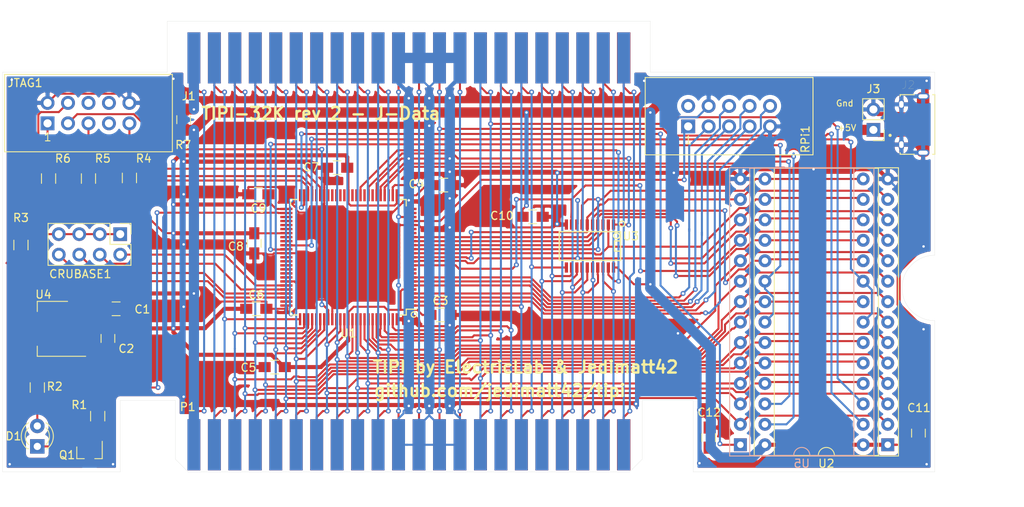
<source format=kicad_pcb>
(kicad_pcb (version 20171130) (host pcbnew "(5.1.5)-3")
  (title_block (title "SS-TIPI - TI-99/4A to RPi adapter for Speech Synth. Case") (date 2020-05-09) (rev V1) (company J-Data) (comment 1 github.com/jedimatt42/tipi) (comment 2 "TIPI and ElectricLab & Jedimatt42") (comment 3 "(C) 1983 - J-Data (Open source actually)"))
  (layers (0 F.Cu signal) (31 B.Cu signal) (34 B.Paste user) (35 F.Paste user) (36 B.SilkS user) (37 F.SilkS user) (38 B.Mask user) (39 F.Mask user) (44 Edge.Cuts user))
  (net 0 "")
  (net 1 +3V3)
  (net 2 GND)
  (net 3 +5V)
  (net 4 JTAG_TCK)
  (net 5 JTAG_TDO)
  (net 6 JTAG_TMS)
  (net 7 JTAG_TDI)
  (net 8 "Net-(D1-Pad1)")
  (net 9 "Net-(D1-Pad2)")
  (net 10 TI_EXTINT)
  (net 11 TI_A5)
  (net 12 TI_A10)
  (net 13 TI_A4)
  (net 14 TI_A11)
  (net 15 TI_DBIN)
  (net 16 TI_A3)
  (net 17 TI_A12)
  (net 18 TI_A8)
  (net 19 TI_A13)
  (net 20 TI_A14)
  (net 21 TI_A7)
  (net 22 TI_A9)
  (net 23 TI_A15)
  (net 24 TI_A2)
  (net 25 TI_CRUCLK)
  (net 26 TI_PH3)
  (net 27 TI_WE)
  (net 28 TI_A6)
  (net 29 TI_A1)
  (net 30 TI_A0)
  (net 31 TI_MEMEN)
  (net 32 TI_CRUIN)
  (net 33 TI_D0)
  (net 34 TI_D3)
  (net 35 TI_D1)
  (net 36 TI_D7)
  (net 37 TI_D2)
  (net 38 TI_D5)
  (net 39 TI_D6)
  (net 40 TI_D4)
  (net 41 R_DIN)
  (net 42 R_DOUT)
  (net 43 R_CLK)
  (net 44 R_RESET)
  (net 45 R_LE)
  (net 46 R_DC)
  (net 47 R_RT)
  (net 48 CRUB_0)
  (net 49 CRUB_1)
  (net 50 CRUB_2)
  (net 51 CRUB_3)
  (net 52 "Net-(Q1-Pad1)")
  (net 53 CRU0)
  (net 54 DSR_EN)
  (net 55 DSR_B0)
  (net 56 DSR_B1)
  (net 57 DB_DIR)
  (net 58 TP_D6)
  (net 59 DB_EN)
  (net 60 TP_D4)
  (net 61 TP_D7)
  (net 62 TP_D2)
  (net 63 TP_D5)
  (net 64 TP_D3)
  (net 65 TP_D1)
  (net 66 TP_D0)
  (net 67 "Net-(CRUBASE1-Pad1)")
  (net 68 DRAM_EN)
  (net 69 TI_AUD)
  (net 70 TI_MBE)
  (net 71 TI_READY)
  (net 72 TI_-5V)
  (net 73 TI_IAQ)
  (net 74 TI_LOAD)
  (net 75 TI_RESET)
  (net 76 TI_SBE)
  (net 77 DRAM_A0)
  (net 78 "Net-(J1-Pad1)")
  (module Connector_PinHeader_2.54mm:PinHeader_1x02_P2.54mm_Vertical (layer F.Cu) (at 168.91 102.6668 180)
    (fp_text reference J3 (at 0 5.08) (layer F.SilkS))
    (fp_text value Conn_01x02)
    (pad 2 thru_hole oval (at 0 2.54 180) (size 1.7 1.7) (drill 1) (layers *.Cu *.Mask) (net 2 GND))
    (pad 1 thru_hole rect (at 0 0 180) (size 1.7 1.7) (drill 1) (layers *.Cu *.Mask) (net 3 +5V))
  )
  (module VS-TIPI-kicad:AMPHENOL_10118194-0001LF (layer F.Cu) (at 175.07966 101.99624 90)
    (fp_text reference J2 (at 4.91744 -1.85166 180) (layer F.SilkS) (effects (font (size 1.000953 1.000953) (thickness 0.015))))
    (fp_text value USB_B_Micro)
    (fp_poly (pts (xy 2.3 0.78) (xy 2.3 -0.775) (xy 3.4975 -0.775) (xy 3.4975 -0.575) (xy 3.485731 -0.574662) (xy 3.472748 -0.57364) (xy 3.459836 -0.571941) (xy 3.447031 -0.569567) (xy 3.434368 -0.566527) (xy 3.421881 -0.562828) (xy 3.409605 -0.558481) (xy 3.397573 -0.553497) (xy 3.385818 -0.547891) (xy 3.374373 -0.541677) (xy 3.363269 -0.534872) (xy 3.352537 -0.527496) (xy 3.342205 -0.519567) (xy 3.332302 -0.51111) (xy 3.322855 -0.502145) (xy 3.31389 -0.492698) (xy 3.305433 -0.482795) (xy 3.297504 -0.472463) (xy 3.290128 -0.461731) (xy 3.283323 -0.450627) (xy 3.277109 -0.439182) (xy 3.271503 -0.427427) (xy 3.266519 -0.415395) (xy 3.262172 -0.403119) (xy 3.258473 -0.390632) (xy 3.255433 -0.377969) (xy 3.253059 -0.365164) (xy 3.25136 -0.352252) (xy 3.250338 -0.339269) (xy 3.25 -0.325) (xy 3.25 -0.315) (xy 3.25 0.315) (xy 3.25 0.325) (xy 3.250343 0.338084) (xy 3.25137 0.351132) (xy 3.253078 0.364109) (xy 3.255463 0.376978) (xy 3.258519 0.389705) (xy 3.262236 0.402254) (xy 3.266605 0.414592) (xy 3.271614 0.426684) (xy 3.277248 0.438498) (xy 3.283494 0.45) (xy 3.290332 0.46116) (xy 3.297746 0.471946) (xy 3.305714 0.48233) (xy 3.314214 0.492283) (xy 3.323223 0.501777) (xy 3.332717 0.510786) (xy 3.34267 0.519286) (xy 3.353054 0.527254) (xy 3.36384 0.534668) (xy 3.375 0.541506) (xy 3.386502 0.547752) (xy 3.398316 0.553386) (xy 3.410408 0.558395) (xy 3.422746 0.562764) (xy 3.435295 0.566481) (xy 3.448022 0.569537) (xy 3.460891 0.571922) (xy 3.473868 0.57363) (xy 3.486916 0.574657) (xy 3.5 0.575) (xy 3.513084 0.574657) (xy 3.526132 0.57363) (xy 3.539109 0.571922) (xy 3.551978 0.569537) (xy 3.564705 0.566481) (xy 3.577254 0.562764) (xy 3.589592 0.558395) (xy 3.601684 0.553386) (xy 3.613498 0.547752) (xy 3.625 0.541506) (xy 3.63616 0.534668) (xy 3.646946 0.527254) (xy 3.65733 0.519286) (xy 3.667283 0.510786) (xy 3.676777 0.501777) (xy 3.685786 0.492283) (xy 3.694286 0.48233) (xy 3.702254 0.471946) (xy 3.709668 0.46116) (xy 3.716506 0.45) (xy 3.722752 0.438498) (xy 3.728386 0.426684) (xy 3.733395 0.414592) (xy 3.737764 0.402254) (xy 3.741481 0.389705) (xy 3.744537 0.376978) (xy 3.746922 0.364109) (xy 3.74863 0.351132) (xy 3.749657 0.338084) (xy 3.75 0.325) (xy 3.75 -0.325) (xy 3.749662 -0.339269) (xy 3.74864 -0.352252) (xy 3.746941 -0.365164) (xy 3.744567 -0.377969) (xy 3.741527 -0.390632) (xy 3.737828 -0.403119) (xy 3.733481 -0.415395) (xy 3.728497 -0.427427) (xy 3.722891 -0.439182) (xy 3.716677 -0.450627) (xy 3.709872 -0.461731) (xy 3.702496 -0.472463) (xy 3.694567 -0.482795) (xy 3.68611 -0.492698) (xy 3.677145 -0.502145) (xy 3.667698 -0.51111) (xy 3.657795 -0.519567) (xy 3.647463 -0.527496) (xy 3.636731 -0.534872) (xy 3.625627 -0.541677) (xy 3.614182 -0.547891) (xy 3.602427 -0.553497) (xy 3.590395 -0.558481) (xy 3.578119 -0.562828) (xy 3.565632 -0.566527) (xy 3.552969 -0.569567) (xy 3.540164 -0.571941) (xy 3.527252 -0.57364) (xy 3.514269 -0.574662) (xy 3.5025 -0.575) (xy 3.5025 -0.775) (xy 3.527353 -0.774318) (xy 3.553384 -0.772269) (xy 3.579272 -0.768861) (xy 3.604946 -0.764103) (xy 3.630336 -0.758007) (xy 3.655373 -0.750591) (xy 3.679987 -0.741875) (xy 3.704111 -0.731882) (xy 3.727678 -0.720641) (xy 3.750626 -0.708182) (xy 3.77289 -0.694538) (xy 3.794409 -0.679748) (xy 3.815125 -0.663853) (xy 3.83498 -0.646895) (xy 3.853921 -0.628921) (xy 3.871895 -0.60998) (xy 3.888853 -0.590125) (xy 3.904748 -0.569409) (xy 3.919538 -0.54789) (xy 3.933182 -0.525626) (xy 3.945641 -0.502678) (xy 3.956882 -0.479111) (xy 3.966875 -0.454987) (xy 3.975591 -0.430373) (xy 3.983007 -0.405336) (xy 3.989103 -0.379946) (xy 3.993861 -0.354272) (xy 3.997269 -0.328384) (xy 3.999318 -0.302353) (xy 4 -0.275) (xy 4 0.275) (xy 3.999315 0.301168) (xy 3.997261 0.327264) (xy 3.993844 0.353217) (xy 3.989074 0.378956) (xy 3.982963 0.40441) (xy 3.975528 0.429508) (xy 3.96679 0.454184) (xy 3.956773 0.478368) (xy 3.945503 0.501995) (xy 3.933013 0.525) (xy 3.919335 0.54732) (xy 3.904508 0.568893) (xy 3.888573 0.58966) (xy 3.871572 0.609565) (xy 3.853553 0.628553) (xy 3.834565 0.646572) (xy 3.81466 0.663573) (xy 3.793893 0.679508) (xy 3.77232 0.694335) (xy 3.75 0.708013) (xy 3.726995 0.720503) (xy 3.703368 0.731773) (xy 3.679184 0.74179) (xy 3.654508 0.750528) (xy 3.62941 0.757963) (xy 3.603956 0.764074) (xy 3.578217 0.768844) (xy 3.552264 0.772261) (xy 3.526168 0.774315) (xy 3.5 0.775) (xy 2.305 0.775) (xy 2.305 0.78) (xy 2.3 0.78)) (layer F.Cu) (width 0.001))
    (fp_poly (pts (xy -2.3 -0.78) (xy -2.3 0.775) (xy -3.4975 0.775) (xy -3.4975 0.575) (xy -3.485731 0.574662) (xy -3.472748 0.57364) (xy -3.459836 0.571941) (xy -3.447031 0.569567) (xy -3.434368 0.566527) (xy -3.421881 0.562828) (xy -3.409605 0.558481) (xy -3.397573 0.553497) (xy -3.385818 0.547891) (xy -3.374373 0.541677) (xy -3.363269 0.534872) (xy -3.352537 0.527496) (xy -3.342205 0.519567) (xy -3.332302 0.51111) (xy -3.322855 0.502145) (xy -3.31389 0.492698) (xy -3.305433 0.482795) (xy -3.297504 0.472463) (xy -3.290128 0.461731) (xy -3.283323 0.450627) (xy -3.277109 0.439182) (xy -3.271503 0.427427) (xy -3.266519 0.415395) (xy -3.262172 0.403119) (xy -3.258473 0.390632) (xy -3.255433 0.377969) (xy -3.253059 0.365164) (xy -3.25136 0.352252) (xy -3.250338 0.339269) (xy -3.25 0.325) (xy -3.25 0.315) (xy -3.25 -0.315) (xy -3.25 -0.325) (xy -3.250343 -0.338084) (xy -3.25137 -0.351132) (xy -3.253078 -0.364109) (xy -3.255463 -0.376978) (xy -3.258519 -0.389705) (xy -3.262236 -0.402254) (xy -3.266605 -0.414592) (xy -3.271614 -0.426684) (xy -3.277248 -0.438498) (xy -3.283494 -0.45) (xy -3.290332 -0.46116) (xy -3.297746 -0.471946) (xy -3.305714 -0.48233) (xy -3.314214 -0.492283) (xy -3.323223 -0.501777) (xy -3.332717 -0.510786) (xy -3.34267 -0.519286) (xy -3.353054 -0.527254) (xy -3.36384 -0.534668) (xy -3.375 -0.541506) (xy -3.386502 -0.547752) (xy -3.398316 -0.553386) (xy -3.410408 -0.558395) (xy -3.422746 -0.562764) (xy -3.435295 -0.566481) (xy -3.448022 -0.569537) (xy -3.460891 -0.571922) (xy -3.473868 -0.57363) (xy -3.486916 -0.574657) (xy -3.5 -0.575) (xy -3.513084 -0.574657) (xy -3.526132 -0.57363) (xy -3.539109 -0.571922) (xy -3.551978 -0.569537) (xy -3.564705 -0.566481) (xy -3.577254 -0.562764) (xy -3.589592 -0.558395) (xy -3.601684 -0.553386) (xy -3.613498 -0.547752) (xy -3.625 -0.541506) (xy -3.63616 -0.534668) (xy -3.646946 -0.527254) (xy -3.65733 -0.519286) (xy -3.667283 -0.510786) (xy -3.676777 -0.501777) (xy -3.685786 -0.492283) (xy -3.694286 -0.48233) (xy -3.702254 -0.471946) (xy -3.709668 -0.46116) (xy -3.716506 -0.45) (xy -3.722752 -0.438498) (xy -3.728386 -0.426684) (xy -3.733395 -0.414592) (xy -3.737764 -0.402254) (xy -3.741481 -0.389705) (xy -3.744537 -0.376978) (xy -3.746922 -0.364109) (xy -3.74863 -0.351132) (xy -3.749657 -0.338084) (xy -3.75 -0.325) (xy -3.75 0.325) (xy -3.749662 0.339269) (xy -3.74864 0.352252) (xy -3.746941 0.365164) (xy -3.744567 0.377969) (xy -3.741527 0.390632) (xy -3.737828 0.403119) (xy -3.733481 0.415395) (xy -3.728497 0.427427) (xy -3.722891 0.439182) (xy -3.716677 0.450627) (xy -3.709872 0.461731) (xy -3.702496 0.472463) (xy -3.694567 0.482795) (xy -3.68611 0.492698) (xy -3.677145 0.502145) (xy -3.667698 0.51111) (xy -3.657795 0.519567) (xy -3.647463 0.527496) (xy -3.636731 0.534872) (xy -3.625627 0.541677) (xy -3.614182 0.547891) (xy -3.602427 0.553497) (xy -3.590395 0.558481) (xy -3.578119 0.562828) (xy -3.565632 0.566527) (xy -3.552969 0.569567) (xy -3.540164 0.571941) (xy -3.527252 0.57364) (xy -3.514269 0.574662) (xy -3.5025 0.575) (xy -3.5025 0.775) (xy -3.527353 0.774318) (xy -3.553384 0.772269) (xy -3.579272 0.768861) (xy -3.604946 0.764103) (xy -3.630336 0.758007) (xy -3.655373 0.750591) (xy -3.679987 0.741875) (xy -3.704111 0.731882) (xy -3.727678 0.720641) (xy -3.750626 0.708182) (xy -3.77289 0.694538) (xy -3.794409 0.679748) (xy -3.815125 0.663853) (xy -3.83498 0.646895) (xy -3.853921 0.628921) (xy -3.871895 0.60998) (xy -3.888853 0.590125) (xy -3.904748 0.569409) (xy -3.919538 0.54789) (xy -3.933182 0.525626) (xy -3.945641 0.502678) (xy -3.956882 0.479111) (xy -3.966875 0.454987) (xy -3.975591 0.430373) (xy -3.983007 0.405336) (xy -3.989103 0.379946) (xy -3.993861 0.354272) (xy -3.997269 0.328384) (xy -3.999318 0.302353) (xy -4 0.275) (xy -4 -0.275) (xy -3.999315 -0.301168) (xy -3.997261 -0.327264) (xy -3.993844 -0.353217) (xy -3.989074 -0.378956) (xy -3.982963 -0.40441) (xy -3.975528 -0.429508) (xy -3.96679 -0.454184) (xy -3.956773 -0.478368) (xy -3.945503 -0.501995) (xy -3.933013 -0.525) (xy -3.919335 -0.54732) (xy -3.904508 -0.568893) (xy -3.888573 -0.58966) (xy -3.871572 -0.609565) (xy -3.853553 -0.628553) (xy -3.834565 -0.646572) (xy -3.81466 -0.663573) (xy -3.793893 -0.679508) (xy -3.77232 -0.694335) (xy -3.75 -0.708013) (xy -3.726995 -0.720503) (xy -3.703368 -0.731773) (xy -3.679184 -0.74179) (xy -3.654508 -0.750528) (xy -3.62941 -0.757963) (xy -3.603956 -0.764074) (xy -3.578217 -0.768844) (xy -3.552264 -0.772261) (xy -3.526168 -0.774315) (xy -3.5 -0.775) (xy -2.305 -0.775) (xy -2.305 -0.78) (xy -2.3 -0.78)) (layer F.Cu) (width 0.001))
    (pad S6 thru_hole oval (at 3.5 0 90) (size 0.775 1.55) (drill oval 0.5 1.15) (layers *.Cu *.Mask) (net 2 GND))
    (pad S5 smd rect (at 1 0 90) (size 1.5 1.55) (layers F.Cu F.Paste F.Mask) (net 2 GND))
    (pad S4 smd rect (at -1 0 90) (size 1.5 1.55) (layers F.Cu F.Paste F.Mask) (net 2 GND))
    (pad S3 thru_hole oval (at -3.5 0 90) (size 0.775 1.55) (drill oval 0.5 1.15) (layers *.Cu *.Mask) (net 2 GND))
    (pad S2 thru_hole oval (at 2.5 -2.7 90) (size 1.3 0.65) (drill oval 0.85 0.55) (layers *.Cu *.Mask) (net 2 GND))
    (pad S1 thru_hole oval (at -2.5 -2.7 90) (size 1.3 0.65) (drill oval 0.85 0.55) (layers *.Cu *.Mask) (net 2 GND))
    (pad 5 smd rect (at 1.3 -2.7 90) (size 0.4 1.35) (layers F.Cu F.Paste F.Mask) (net 2 GND))
    (pad 4 smd rect (at 0.65 -2.7 90) (size 0.4 1.35) (layers F.Cu F.Paste F.Mask))
    (pad 3 smd rect (at 0 -2.7 90) (size 0.4 1.35) (layers F.Cu F.Paste F.Mask))
    (pad 2 smd rect (at -0.65 -2.7 90) (size 0.4 1.35) (layers F.Cu F.Paste F.Mask))
    (pad 1 smd rect (at -1.3 -2.7 90) (size 0.4 1.35) (layers F.Cu F.Paste F.Mask) (net 3 +5V))
  )
  (module Connect:IDC_Header_Straight_10pins (layer F.Cu) (at 66.421 101.854)
    (fp_text reference JTAG1 (at -2.794 -5.0165) (layer F.SilkS))
    (fp_text value AVR-JTAG-10)
    (fp_text user 1 (at 0.02 1.72) (layer F.SilkS) (effects (font (thickness 0.12))))
    (pad 1 thru_hole rect (at 0 0) (size 1.7272 1.7272) (drill 1.016) (layers *.Cu *.Mask) (net 4 JTAG_TCK))
    (pad 2 thru_hole oval (at 0 -2.54) (size 1.7272 1.7272) (drill 1.016) (layers *.Cu *.Mask) (net 2 GND))
    (pad 3 thru_hole oval (at 2.54 0) (size 1.7272 1.7272) (drill 1.016) (layers *.Cu *.Mask) (net 5 JTAG_TDO))
    (pad 4 thru_hole oval (at 2.54 -2.54) (size 1.7272 1.7272) (drill 1.016) (layers *.Cu *.Mask) (net 1 +3V3))
    (pad 5 thru_hole oval (at 5.08 0) (size 1.7272 1.7272) (drill 1.016) (layers *.Cu *.Mask) (net 6 JTAG_TMS))
    (pad 6 thru_hole oval (at 5.08 -2.54) (size 1.7272 1.7272) (drill 1.016) (layers *.Cu *.Mask))
    (pad 7 thru_hole oval (at 7.62 0) (size 1.7272 1.7272) (drill 1.016) (layers *.Cu *.Mask))
    (pad 8 thru_hole oval (at 7.62 -2.54) (size 1.7272 1.7272) (drill 1.016) (layers *.Cu *.Mask))
    (pad 9 thru_hole oval (at 10.16 0) (size 1.7272 1.7272) (drill 1.016) (layers *.Cu *.Mask) (net 7 JTAG_TDI))
    (pad 10 thru_hole oval (at 10.16 -2.54) (size 1.7272 1.7272) (drill 1.016) (layers *.Cu *.Mask) (net 2 GND))
  )
  (module VS-TIPI-kicad:C_0805_HandSoldering (layer F.Cu) (at 83.312 101.3968 270)
    (fp_text reference R7 (at 3.1315 0.0635 180) (layer F.SilkS))
    (fp_text value DNP)
    (pad 2 smd rect (at 1.25 0 270) (size 1.5 1.25) (layers F.Cu F.Paste F.Mask) (net 3 +5V))
    (pad 1 smd rect (at -1.25 0 270) (size 1.5 1.25) (layers F.Cu F.Paste F.Mask) (net 78 "Net-(J1-Pad1)"))
  )
  (module VS-TIPI-kicad:C_0805_HandSoldering (layer F.Cu) (at 148.463 140.8938 90)
    (fp_text reference C12 (at 3.1315 0.0635) (layer F.SilkS))
    (fp_text value 0.1uf)
    (pad 2 smd rect (at 1.25 0 90) (size 1.5 1.25) (layers F.Cu F.Paste F.Mask) (net 2 GND))
    (pad 1 smd rect (at -1.25 0 90) (size 1.5 1.25) (layers F.Cu F.Paste F.Mask) (net 3 +5V))
  )
  (module Package_DIP:DIP-28_W15.24mm_Socket (layer F.Cu) (at 170.688 141.7828 180)
    (fp_text reference U2 (at 7.62 -2.33) (layer F.SilkS))
    (fp_text value 27C256)
    (pad 28 thru_hole oval (at 15.24 0 180) (size 1.6 1.6) (drill 0.8) (layers *.Cu *.Mask) (net 3 +5V))
    (pad 14 thru_hole oval (at 0 33.02 180) (size 1.6 1.6) (drill 0.8) (layers *.Cu *.Mask) (net 2 GND))
    (pad 27 thru_hole oval (at 15.24 2.54 180) (size 1.6 1.6) (drill 0.8) (layers *.Cu *.Mask) (net 56 DSR_B1))
    (pad 13 thru_hole oval (at 0 30.48 180) (size 1.6 1.6) (drill 0.8) (layers *.Cu *.Mask) (net 62 TP_D2))
    (pad 26 thru_hole oval (at 15.24 5.08 180) (size 1.6 1.6) (drill 0.8) (layers *.Cu *.Mask) (net 55 DSR_B0))
    (pad 12 thru_hole oval (at 0 27.94 180) (size 1.6 1.6) (drill 0.8) (layers *.Cu *.Mask) (net 65 TP_D1))
    (pad 25 thru_hole oval (at 15.24 7.62 180) (size 1.6 1.6) (drill 0.8) (layers *.Cu *.Mask) (net 21 TI_A7))
    (pad 11 thru_hole oval (at 0 25.4 180) (size 1.6 1.6) (drill 0.8) (layers *.Cu *.Mask) (net 66 TP_D0))
    (pad 24 thru_hole oval (at 15.24 10.16 180) (size 1.6 1.6) (drill 0.8) (layers *.Cu *.Mask) (net 28 TI_A6))
    (pad 10 thru_hole oval (at 0 22.86 180) (size 1.6 1.6) (drill 0.8) (layers *.Cu *.Mask) (net 23 TI_A15))
    (pad 23 thru_hole oval (at 15.24 12.7 180) (size 1.6 1.6) (drill 0.8) (layers *.Cu *.Mask) (net 13 TI_A4))
    (pad 9 thru_hole oval (at 0 20.32 180) (size 1.6 1.6) (drill 0.8) (layers *.Cu *.Mask) (net 20 TI_A14))
    (pad 22 thru_hole oval (at 15.24 15.24 180) (size 1.6 1.6) (drill 0.8) (layers *.Cu *.Mask) (net 54 DSR_EN))
    (pad 8 thru_hole oval (at 0 17.78 180) (size 1.6 1.6) (drill 0.8) (layers *.Cu *.Mask) (net 19 TI_A13))
    (pad 21 thru_hole oval (at 15.24 17.78 180) (size 1.6 1.6) (drill 0.8) (layers *.Cu *.Mask) (net 11 TI_A5))
    (pad 7 thru_hole oval (at 0 15.24 180) (size 1.6 1.6) (drill 0.8) (layers *.Cu *.Mask) (net 17 TI_A12))
    (pad 20 thru_hole oval (at 15.24 20.32 180) (size 1.6 1.6) (drill 0.8) (layers *.Cu *.Mask) (net 54 DSR_EN))
    (pad 6 thru_hole oval (at 0 12.7 180) (size 1.6 1.6) (drill 0.8) (layers *.Cu *.Mask) (net 14 TI_A11))
    (pad 19 thru_hole oval (at 15.24 22.86 180) (size 1.6 1.6) (drill 0.8) (layers *.Cu *.Mask) (net 61 TP_D7))
    (pad 5 thru_hole oval (at 0 10.16 180) (size 1.6 1.6) (drill 0.8) (layers *.Cu *.Mask) (net 12 TI_A10))
    (pad 18 thru_hole oval (at 15.24 25.4 180) (size 1.6 1.6) (drill 0.8) (layers *.Cu *.Mask) (net 58 TP_D6))
    (pad 4 thru_hole oval (at 0 7.62 180) (size 1.6 1.6) (drill 0.8) (layers *.Cu *.Mask) (net 22 TI_A9))
    (pad 17 thru_hole oval (at 15.24 27.94 180) (size 1.6 1.6) (drill 0.8) (layers *.Cu *.Mask) (net 63 TP_D5))
    (pad 3 thru_hole oval (at 0 5.08 180) (size 1.6 1.6) (drill 0.8) (layers *.Cu *.Mask) (net 18 TI_A8))
    (pad 16 thru_hole oval (at 15.24 30.48 180) (size 1.6 1.6) (drill 0.8) (layers *.Cu *.Mask) (net 60 TP_D4))
    (pad 2 thru_hole oval (at 0 2.54 180) (size 1.6 1.6) (drill 0.8) (layers *.Cu *.Mask) (net 16 TI_A3))
    (pad 15 thru_hole oval (at 15.24 33.02 180) (size 1.6 1.6) (drill 0.8) (layers *.Cu *.Mask) (net 64 TP_D3))
    (pad 1 thru_hole rect (at 0 0 180) (size 1.6 1.6) (drill 0.8) (layers *.Cu *.Mask) (net 3 +5V))
  )
  (module Connect:IDC_Header_Straight_10pins (layer F.Cu) (at 145.923 102.235)
    (fp_text reference RPi1 (at 14.5415 1.5875 -270) (layer F.SilkS))
    (fp_text value RPI_CONN_02X05)
    (fp_text user 1 (at 0.02 1.72 180) (layer F.SilkS) (effects (font (thickness 0.12))))
    (pad 1 thru_hole rect (at 0 0) (size 1.7272 1.7272) (drill 1.016) (layers *.Cu *.Mask) (net 43 R_CLK))
    (pad 2 thru_hole oval (at 0 -2.54) (size 1.7272 1.7272) (drill 1.016) (layers *.Cu *.Mask))
    (pad 3 thru_hole oval (at 2.54 0) (size 1.7272 1.7272) (drill 1.016) (layers *.Cu *.Mask) (net 47 R_RT))
    (pad 4 thru_hole oval (at 2.54 -2.54) (size 1.7272 1.7272) (drill 1.016) (layers *.Cu *.Mask) (net 2 GND))
    (pad 5 thru_hole oval (at 5.08 0) (size 1.7272 1.7272) (drill 1.016) (layers *.Cu *.Mask) (net 45 R_LE))
    (pad 6 thru_hole oval (at 5.08 -2.54) (size 1.7272 1.7272) (drill 1.016) (layers *.Cu *.Mask) (net 42 R_DOUT))
    (pad 7 thru_hole oval (at 7.62 0) (size 1.7272 1.7272) (drill 1.016) (layers *.Cu *.Mask) (net 44 R_RESET))
    (pad 8 thru_hole oval (at 7.62 -2.54) (size 1.7272 1.7272) (drill 1.016) (layers *.Cu *.Mask) (net 41 R_DIN))
    (pad 9 thru_hole oval (at 10.16 0) (size 1.7272 1.7272) (drill 1.016) (layers *.Cu *.Mask) (net 2 GND))
    (pad 10 thru_hole oval (at 10.16 -2.54) (size 1.7272 1.7272) (drill 1.016) (layers *.Cu *.Mask) (net 46 R_DC))
  )
  (module Package_DIP:DIP-28_W15.24mm_Socket (layer B.Cu) (at 152.4 141.7828)
    (fp_text reference U5 (at 7.62 2.33) (layer B.SilkS) (effects (justify mirror)))
    (fp_text value CY62256L-70PC)
    (pad 28 thru_hole oval (at 15.24 0) (size 1.6 1.6) (drill 0.8) (layers *.Cu *.Mask) (net 3 +5V))
    (pad 14 thru_hole oval (at 0 -33.02) (size 1.6 1.6) (drill 0.8) (layers *.Cu *.Mask) (net 2 GND))
    (pad 27 thru_hole oval (at 15.24 -2.54) (size 1.6 1.6) (drill 0.8) (layers *.Cu *.Mask) (net 27 TI_WE))
    (pad 13 thru_hole oval (at 0 -30.48) (size 1.6 1.6) (drill 0.8) (layers *.Cu *.Mask) (net 62 TP_D2))
    (pad 26 thru_hole oval (at 15.24 -5.08) (size 1.6 1.6) (drill 0.8) (layers *.Cu *.Mask) (net 29 TI_A1))
    (pad 12 thru_hole oval (at 0 -27.94) (size 1.6 1.6) (drill 0.8) (layers *.Cu *.Mask) (net 65 TP_D1))
    (pad 25 thru_hole oval (at 15.24 -7.62) (size 1.6 1.6) (drill 0.8) (layers *.Cu *.Mask) (net 21 TI_A7))
    (pad 11 thru_hole oval (at 0 -25.4) (size 1.6 1.6) (drill 0.8) (layers *.Cu *.Mask) (net 66 TP_D0))
    (pad 24 thru_hole oval (at 15.24 -10.16) (size 1.6 1.6) (drill 0.8) (layers *.Cu *.Mask) (net 28 TI_A6))
    (pad 10 thru_hole oval (at 0 -22.86) (size 1.6 1.6) (drill 0.8) (layers *.Cu *.Mask) (net 23 TI_A15))
    (pad 23 thru_hole oval (at 15.24 -12.7) (size 1.6 1.6) (drill 0.8) (layers *.Cu *.Mask) (net 13 TI_A4))
    (pad 9 thru_hole oval (at 0 -20.32) (size 1.6 1.6) (drill 0.8) (layers *.Cu *.Mask) (net 20 TI_A14))
    (pad 22 thru_hole oval (at 15.24 -15.24) (size 1.6 1.6) (drill 0.8) (layers *.Cu *.Mask) (net 68 DRAM_EN))
    (pad 8 thru_hole oval (at 0 -17.78) (size 1.6 1.6) (drill 0.8) (layers *.Cu *.Mask) (net 19 TI_A13))
    (pad 21 thru_hole oval (at 15.24 -17.78) (size 1.6 1.6) (drill 0.8) (layers *.Cu *.Mask) (net 11 TI_A5))
    (pad 7 thru_hole oval (at 0 -15.24) (size 1.6 1.6) (drill 0.8) (layers *.Cu *.Mask) (net 17 TI_A12))
    (pad 20 thru_hole oval (at 15.24 -20.32) (size 1.6 1.6) (drill 0.8) (layers *.Cu *.Mask) (net 68 DRAM_EN))
    (pad 6 thru_hole oval (at 0 -12.7) (size 1.6 1.6) (drill 0.8) (layers *.Cu *.Mask) (net 14 TI_A11))
    (pad 19 thru_hole oval (at 15.24 -22.86) (size 1.6 1.6) (drill 0.8) (layers *.Cu *.Mask) (net 61 TP_D7))
    (pad 5 thru_hole oval (at 0 -10.16) (size 1.6 1.6) (drill 0.8) (layers *.Cu *.Mask) (net 12 TI_A10))
    (pad 18 thru_hole oval (at 15.24 -25.4) (size 1.6 1.6) (drill 0.8) (layers *.Cu *.Mask) (net 58 TP_D6))
    (pad 4 thru_hole oval (at 0 -7.62) (size 1.6 1.6) (drill 0.8) (layers *.Cu *.Mask) (net 22 TI_A9))
    (pad 17 thru_hole oval (at 15.24 -27.94) (size 1.6 1.6) (drill 0.8) (layers *.Cu *.Mask) (net 63 TP_D5))
    (pad 3 thru_hole oval (at 0 -5.08) (size 1.6 1.6) (drill 0.8) (layers *.Cu *.Mask) (net 18 TI_A8))
    (pad 16 thru_hole oval (at 15.24 -30.48) (size 1.6 1.6) (drill 0.8) (layers *.Cu *.Mask) (net 60 TP_D4))
    (pad 2 thru_hole oval (at 0 -2.54) (size 1.6 1.6) (drill 0.8) (layers *.Cu *.Mask) (net 16 TI_A3))
    (pad 15 thru_hole oval (at 15.24 -33.02) (size 1.6 1.6) (drill 0.8) (layers *.Cu *.Mask) (net 64 TP_D3))
    (pad 1 thru_hole rect (at 0 0) (size 1.6 1.6) (drill 0.8) (layers *.Cu *.Mask) (net 77 DRAM_A0))
  )
  (module peb-edge-card:ti99-exp-edge (layer F.Cu) (at 125.222 141.7828 180)
    (fp_text reference P1 (at 41.402 4.699) (layer F.SilkS))
    (fp_text value TI-99_Sideport)
    (pad 44 connect rect (at -12.7 0 90) (size 6.35 1.6764) (layers F.Cu F.Mask) (net 69 TI_AUD))
    (pad 42 connect rect (at -10.16 0 90) (size 6.35 1.6002) (layers F.Cu F.Mask) (net 34 TI_D3))
    (pad 40 connect rect (at -7.62 0 90) (size 6.35 1.6002) (layers F.Cu F.Mask) (net 35 TI_D1))
    (pad 38 connect rect (at -5.08 0 90) (size 6.35 1.6002) (layers F.Cu F.Mask) (net 38 TI_D5))
    (pad 36 connect rect (at -2.54 0 90) (size 6.35 1.6002) (layers F.Cu F.Mask) (net 39 TI_D6))
    (pad 34 connect rect (at 0 0 90) (size 6.35 1.6002) (layers F.Cu F.Mask) (net 36 TI_D7))
    (pad 32 connect rect (at 2.54 0 90) (size 6.35 1.6) (layers F.Cu F.Mask) (net 31 TI_MEMEN))
    (pad 30 connect rect (at 5.08 0 90) (size 6.35 1.6) (layers F.Cu F.Mask) (net 29 TI_A1))
    (pad 28 connect rect (at 7.62 0 90) (size 6.35 1.6) (layers F.Cu F.Mask) (net 70 TI_MBE))
    (pad 26 connect rect (at 10.16 0 90) (size 6.35 1.6) (layers F.Cu F.Mask) (net 27 TI_WE))
    (pad 24 connect rect (at 12.7 0 90) (size 6.35 1.6) (layers F.Cu F.Mask) (net 26 TI_PH3))
    (pad 22 connect rect (at 15.24 0 90) (size 6.35 1.6) (layers F.Cu F.Mask) (net 25 TI_CRUCLK))
    (pad 20 connect rect (at 17.78 0 90) (size 6.35 1.6) (layers F.Cu F.Mask) (net 24 TI_A2))
    (pad 18 connect rect (at 20.32 0 90) (size 6.35 1.6) (layers F.Cu F.Mask) (net 22 TI_A9))
    (pad 16 connect rect (at 22.86 0 90) (size 6.35 1.6) (layers F.Cu F.Mask) (net 20 TI_A14))
    (pad 14 connect rect (at 25.4 0 90) (size 6.35 1.6) (layers F.Cu F.Mask) (net 18 TI_A8))
    (pad 12 connect rect (at 27.94 0 90) (size 6.35 1.6) (layers F.Cu F.Mask) (net 71 TI_READY))
    (pad 10 connect rect (at 30.48 0 90) (size 6.35 1.6) (layers F.Cu F.Mask) (net 16 TI_A3))
    (pad 8 connect rect (at 33.02 0 90) (size 6.35 1.6) (layers F.Cu F.Mask) (net 14 TI_A11))
    (pad 43 connect rect (at -12.7 0 90) (size 6.35 1.6) (layers B.Cu B.Mask) (net 72 TI_-5V))
    (pad 41 connect rect (at -10.16 0 90) (size 6.35 1.6) (layers B.Cu B.Mask) (net 73 TI_IAQ))
    (pad 39 connect rect (at -7.62 0 90) (size 6.35 1.6) (layers B.Cu B.Mask) (net 37 TI_D2))
    (pad 37 connect rect (at -5.08 0 90) (size 6.35 1.6) (layers B.Cu B.Mask) (net 33 TI_D0))
    (pad 35 connect rect (at -2.54 0 90) (size 6.35 1.6) (layers B.Cu B.Mask) (net 40 TI_D4))
    (pad 33 connect rect (at 0 0 90) (size 6.35 1.6) (layers B.Cu B.Mask) (net 32 TI_CRUIN))
    (pad 31 connect rect (at 2.54 0 90) (size 6.35 1.6) (layers B.Cu B.Mask) (net 30 TI_A0))
    (pad 29 connect rect (at 5.08 0 90) (size 6.35 1.6) (layers B.Cu B.Mask) (net 28 TI_A6))
    (pad 27 connect rect (at 7.62 0 90) (size 6.35 1.6) (layers B.Cu B.Mask) (net 2 GND))
    (pad 25 connect rect (at 10.16 0 90) (size 6.35 1.6) (layers B.Cu B.Mask) (net 2 GND))
    (pad 23 connect rect (at 12.7 0 90) (size 6.35 1.6) (layers B.Cu B.Mask) (net 2 GND))
    (pad 21 connect rect (at 15.24 0 90) (size 6.35 1.6) (layers B.Cu B.Mask) (net 2 GND))
    (pad 19 connect rect (at 17.78 0 90) (size 6.35 1.6) (layers B.Cu B.Mask) (net 23 TI_A15))
    (pad 17 connect rect (at 20.32 0 90) (size 6.35 1.6) (layers B.Cu B.Mask) (net 21 TI_A7))
    (pad 15 connect rect (at 22.86 0 90) (size 6.35 1.6) (layers B.Cu B.Mask) (net 19 TI_A13))
    (pad 13 connect rect (at 25.4 0 90) (size 6.35 1.6) (layers B.Cu B.Mask) (net 74 TI_LOAD))
    (pad 11 connect rect (at 27.94 0 90) (size 6.35 1.6) (layers B.Cu B.Mask) (net 17 TI_A12))
    (pad 9 connect rect (at 30.48 0 90) (size 6.35 1.6) (layers B.Cu B.Mask) (net 15 TI_DBIN))
    (pad 7 connect rect (at 33.02 0 90) (size 6.35 1.6) (layers B.Cu B.Mask) (net 13 TI_A4))
    (pad 6 connect rect (at 35.56 0 90) (size 6.35 1.6) (layers F.Cu F.Mask) (net 12 TI_A10))
    (pad 3 connect rect (at 38.1 0 90) (size 6.35 1.6) (layers B.Cu B.Mask) (net 75 TI_RESET))
    (pad 2 connect rect (at 40.64 0 90) (size 6.35 1.6) (layers F.Cu F.Mask) (net 76 TI_SBE))
    (pad 1 connect rect (at 40.64 0 90) (size 6.35 1.6) (layers B.Cu B.Mask) (net 3 +5V))
    (pad 4 connect rect (at 38.1 0 90) (size 6.35 1.6) (layers F.Cu F.Mask) (net 10 TI_EXTINT))
    (pad 5 connect rect (at 35.56 0 90) (size 6.35 1.6) (layers B.Cu B.Mask) (net 11 TI_A5))
  )
  (module peb-edge-card:ti99-exp-edge (layer F.Cu) (at 125.222 93.726 180)
    (fp_text reference J1 (at 41.275 -4.7498) (layer F.SilkS))
    (fp_text value TI-99_Sideport hide)
    (pad 44 connect rect (at -12.7 0 90) (size 6.35 1.6764) (layers F.Cu F.Mask) (net 69 TI_AUD))
    (pad 42 connect rect (at -10.16 0 90) (size 6.35 1.6002) (layers F.Cu F.Mask) (net 34 TI_D3))
    (pad 40 connect rect (at -7.62 0 90) (size 6.35 1.6002) (layers F.Cu F.Mask) (net 35 TI_D1))
    (pad 38 connect rect (at -5.08 0 90) (size 6.35 1.6002) (layers F.Cu F.Mask) (net 38 TI_D5))
    (pad 36 connect rect (at -2.54 0 90) (size 6.35 1.6002) (layers F.Cu F.Mask) (net 39 TI_D6))
    (pad 34 connect rect (at 0 0 90) (size 6.35 1.6002) (layers F.Cu F.Mask) (net 36 TI_D7))
    (pad 32 connect rect (at 2.54 0 90) (size 6.35 1.6) (layers F.Cu F.Mask) (net 31 TI_MEMEN))
    (pad 30 connect rect (at 5.08 0 90) (size 6.35 1.6) (layers F.Cu F.Mask) (net 29 TI_A1))
    (pad 28 connect rect (at 7.62 0 90) (size 6.35 1.6) (layers F.Cu F.Mask) (net 70 TI_MBE))
    (pad 26 connect rect (at 10.16 0 90) (size 6.35 1.6) (layers F.Cu F.Mask) (net 27 TI_WE))
    (pad 24 connect rect (at 12.7 0 90) (size 6.35 1.6) (layers F.Cu F.Mask) (net 26 TI_PH3))
    (pad 22 connect rect (at 15.24 0 90) (size 6.35 1.6) (layers F.Cu F.Mask) (net 25 TI_CRUCLK))
    (pad 20 connect rect (at 17.78 0 90) (size 6.35 1.6) (layers F.Cu F.Mask) (net 24 TI_A2))
    (pad 18 connect rect (at 20.32 0 90) (size 6.35 1.6) (layers F.Cu F.Mask) (net 22 TI_A9))
    (pad 16 connect rect (at 22.86 0 90) (size 6.35 1.6) (layers F.Cu F.Mask) (net 20 TI_A14))
    (pad 14 connect rect (at 25.4 0 90) (size 6.35 1.6) (layers F.Cu F.Mask) (net 18 TI_A8))
    (pad 12 connect rect (at 27.94 0 90) (size 6.35 1.6) (layers F.Cu F.Mask) (net 71 TI_READY))
    (pad 10 connect rect (at 30.48 0 90) (size 6.35 1.6) (layers F.Cu F.Mask) (net 16 TI_A3))
    (pad 8 connect rect (at 33.02 0 90) (size 6.35 1.6) (layers F.Cu F.Mask) (net 14 TI_A11))
    (pad 43 connect rect (at -12.7 0 90) (size 6.35 1.6) (layers B.Cu B.Mask) (net 72 TI_-5V))
    (pad 41 connect rect (at -10.16 0 90) (size 6.35 1.6) (layers B.Cu B.Mask) (net 73 TI_IAQ))
    (pad 39 connect rect (at -7.62 0 90) (size 6.35 1.6) (layers B.Cu B.Mask) (net 37 TI_D2))
    (pad 37 connect rect (at -5.08 0 90) (size 6.35 1.6) (layers B.Cu B.Mask) (net 33 TI_D0))
    (pad 35 connect rect (at -2.54 0 90) (size 6.35 1.6) (layers B.Cu B.Mask) (net 40 TI_D4))
    (pad 33 connect rect (at 0 0 90) (size 6.35 1.6) (layers B.Cu B.Mask) (net 32 TI_CRUIN))
    (pad 31 connect rect (at 2.54 0 90) (size 6.35 1.6) (layers B.Cu B.Mask) (net 30 TI_A0))
    (pad 29 connect rect (at 5.08 0 90) (size 6.35 1.6) (layers B.Cu B.Mask) (net 28 TI_A6))
    (pad 27 connect rect (at 7.62 0 90) (size 6.35 1.6) (layers B.Cu B.Mask) (net 2 GND))
    (pad 25 connect rect (at 10.16 0 90) (size 6.35 1.6) (layers B.Cu B.Mask) (net 2 GND))
    (pad 23 connect rect (at 12.7 0 90) (size 6.35 1.6) (layers B.Cu B.Mask) (net 2 GND))
    (pad 21 connect rect (at 15.24 0 90) (size 6.35 1.6) (layers B.Cu B.Mask) (net 2 GND))
    (pad 19 connect rect (at 17.78 0 90) (size 6.35 1.6) (layers B.Cu B.Mask) (net 23 TI_A15))
    (pad 17 connect rect (at 20.32 0 90) (size 6.35 1.6) (layers B.Cu B.Mask) (net 21 TI_A7))
    (pad 15 connect rect (at 22.86 0 90) (size 6.35 1.6) (layers B.Cu B.Mask) (net 19 TI_A13))
    (pad 13 connect rect (at 25.4 0 90) (size 6.35 1.6) (layers B.Cu B.Mask) (net 74 TI_LOAD))
    (pad 11 connect rect (at 27.94 0 90) (size 6.35 1.6) (layers B.Cu B.Mask) (net 17 TI_A12))
    (pad 9 connect rect (at 30.48 0 90) (size 6.35 1.6) (layers B.Cu B.Mask) (net 15 TI_DBIN))
    (pad 7 connect rect (at 33.02 0 90) (size 6.35 1.6) (layers B.Cu B.Mask) (net 13 TI_A4))
    (pad 6 connect rect (at 35.56 0 90) (size 6.35 1.6) (layers F.Cu F.Mask) (net 12 TI_A10))
    (pad 3 connect rect (at 38.1 0 90) (size 6.35 1.6) (layers B.Cu B.Mask) (net 75 TI_RESET))
    (pad 2 connect rect (at 40.64 0 90) (size 6.35 1.6) (layers F.Cu F.Mask) (net 76 TI_SBE))
    (pad 1 connect rect (at 40.64 0 90) (size 6.35 1.6) (layers B.Cu B.Mask) (net 78 "Net-(J1-Pad1)"))
    (pad 4 connect rect (at 38.1 0 90) (size 6.35 1.6) (layers F.Cu F.Mask) (net 10 TI_EXTINT))
    (pad 5 connect rect (at 35.56 0 90) (size 6.35 1.6) (layers B.Cu B.Mask) (net 11 TI_A5))
  )
  (module Housings_QFP:TQFP-100_14x14mm_Pitch0.5mm (layer F.Cu) (at 103.759 118.491 180)
    (fp_text reference U1 (at 0 -9.45 180) (layer F.SilkS))
    (fp_text value XC95144XL-TQ100)
    (pad 1 smd rect (at -7.7 -6 180) (size 1.5 0.3) (layers F.Cu F.Paste F.Mask) (net 32 TI_CRUIN))
    (pad 2 smd rect (at -7.7 -5.5 180) (size 1.5 0.3) (layers F.Cu F.Paste F.Mask) (net 46 R_DC))
    (pad 3 smd rect (at -7.7 -5 180) (size 1.5 0.3) (layers F.Cu F.Paste F.Mask) (net 44 R_RESET))
    (pad 4 smd rect (at -7.7 -4.5 180) (size 1.5 0.3) (layers F.Cu F.Paste F.Mask) (net 41 R_DIN))
    (pad 5 smd rect (at -7.7 -4 180) (size 1.5 0.3) (layers F.Cu F.Paste F.Mask) (net 1 +3V3))
    (pad 6 smd rect (at -7.7 -3.5 180) (size 1.5 0.3) (layers F.Cu F.Paste F.Mask) (net 45 R_LE))
    (pad 7 smd rect (at -7.7 -3 180) (size 1.5 0.3) (layers F.Cu F.Paste F.Mask) (net 42 R_DOUT))
    (pad 8 smd rect (at -7.7 -2.5 180) (size 1.5 0.3) (layers F.Cu F.Paste F.Mask) (net 47 R_RT))
    (pad 9 smd rect (at -7.7 -2 180) (size 1.5 0.3) (layers F.Cu F.Paste F.Mask))
    (pad 10 smd rect (at -7.7 -1.5 180) (size 1.5 0.3) (layers F.Cu F.Paste F.Mask))
    (pad 11 smd rect (at -7.7 -1 180) (size 1.5 0.3) (layers F.Cu F.Paste F.Mask) (net 66 TP_D0))
    (pad 12 smd rect (at -7.7 -0.5 180) (size 1.5 0.3) (layers F.Cu F.Paste F.Mask) (net 65 TP_D1))
    (pad 13 smd rect (at -7.7 0 180) (size 1.5 0.3) (layers F.Cu F.Paste F.Mask) (net 62 TP_D2))
    (pad 14 smd rect (at -7.7 0.5 180) (size 1.5 0.3) (layers F.Cu F.Paste F.Mask) (net 60 TP_D4))
    (pad 15 smd rect (at -7.7 1 180) (size 1.5 0.3) (layers F.Cu F.Paste F.Mask) (net 64 TP_D3))
    (pad 16 smd rect (at -7.7 1.5 180) (size 1.5 0.3) (layers F.Cu F.Paste F.Mask) (net 63 TP_D5))
    (pad 17 smd rect (at -7.7 2 180) (size 1.5 0.3) (layers F.Cu F.Paste F.Mask) (net 58 TP_D6))
    (pad 18 smd rect (at -7.7 2.5 180) (size 1.5 0.3) (layers F.Cu F.Paste F.Mask) (net 61 TP_D7))
    (pad 19 smd rect (at -7.7 3 180) (size 1.5 0.3) (layers F.Cu F.Paste F.Mask))
    (pad 20 smd rect (at -7.7 3.5 180) (size 1.5 0.3) (layers F.Cu F.Paste F.Mask))
    (pad 21 smd rect (at -7.7 4 180) (size 1.5 0.3) (layers F.Cu F.Paste F.Mask) (net 2 GND))
    (pad 22 smd rect (at -7.7 4.5 180) (size 1.5 0.3) (layers F.Cu F.Paste F.Mask) (net 43 R_CLK))
    (pad 23 smd rect (at -7.7 5 180) (size 1.5 0.3) (layers F.Cu F.Paste F.Mask) (net 25 TI_CRUCLK))
    (pad 24 smd rect (at -7.7 5.5 180) (size 1.5 0.3) (layers F.Cu F.Paste F.Mask))
    (pad 25 smd rect (at -7.7 6 180) (size 1.5 0.3) (layers F.Cu F.Paste F.Mask))
    (pad 26 smd rect (at -6 7.7 270) (size 1.5 0.3) (layers F.Cu F.Paste F.Mask) (net 1 +3V3))
    (pad 27 smd rect (at -5.5 7.7 270) (size 1.5 0.3) (layers F.Cu F.Paste F.Mask) (net 26 TI_PH3))
    (pad 28 smd rect (at -5 7.7 270) (size 1.5 0.3) (layers F.Cu F.Paste F.Mask))
    (pad 29 smd rect (at -4.5 7.7 270) (size 1.5 0.3) (layers F.Cu F.Paste F.Mask) (net 55 DSR_B0))
    (pad 30 smd rect (at -4 7.7 270) (size 1.5 0.3) (layers F.Cu F.Paste F.Mask) (net 56 DSR_B1))
    (pad 31 smd rect (at -3.5 7.7 270) (size 1.5 0.3) (layers F.Cu F.Paste F.Mask) (net 2 GND))
    (pad 32 smd rect (at -3 7.7 270) (size 1.5 0.3) (layers F.Cu F.Paste F.Mask))
    (pad 33 smd rect (at -2.5 7.7 270) (size 1.5 0.3) (layers F.Cu F.Paste F.Mask) (net 57 DB_DIR))
    (pad 34 smd rect (at -2 7.7 270) (size 1.5 0.3) (layers F.Cu F.Paste F.Mask))
    (pad 35 smd rect (at -1.5 7.7 270) (size 1.5 0.3) (layers F.Cu F.Paste F.Mask) (net 59 DB_EN))
    (pad 36 smd rect (at -1 7.7 270) (size 1.5 0.3) (layers F.Cu F.Paste F.Mask))
    (pad 37 smd rect (at -0.5 7.7 270) (size 1.5 0.3) (layers F.Cu F.Paste F.Mask))
    (pad 38 smd rect (at 0 7.7 270) (size 1.5 0.3) (layers F.Cu F.Paste F.Mask) (net 1 +3V3))
    (pad 39 smd rect (at 0.5 7.7 270) (size 1.5 0.3) (layers F.Cu F.Paste F.Mask))
    (pad 40 smd rect (at 1 7.7 270) (size 1.5 0.3) (layers F.Cu F.Paste F.Mask))
    (pad 41 smd rect (at 1.5 7.7 270) (size 1.5 0.3) (layers F.Cu F.Paste F.Mask))
    (pad 42 smd rect (at 2 7.7 270) (size 1.5 0.3) (layers F.Cu F.Paste F.Mask))
    (pad 43 smd rect (at 2.5 7.7 270) (size 1.5 0.3) (layers F.Cu F.Paste F.Mask))
    (pad 44 smd rect (at 3 7.7 270) (size 1.5 0.3) (layers F.Cu F.Paste F.Mask) (net 2 GND))
    (pad 45 smd rect (at 3.5 7.7 270) (size 1.5 0.3) (layers F.Cu F.Paste F.Mask) (net 7 JTAG_TDI))
    (pad 46 smd rect (at 4 7.7 270) (size 1.5 0.3) (layers F.Cu F.Paste F.Mask))
    (pad 47 smd rect (at 4.5 7.7 270) (size 1.5 0.3) (layers F.Cu F.Paste F.Mask) (net 6 JTAG_TMS))
    (pad 48 smd rect (at 5 7.7 270) (size 1.5 0.3) (layers F.Cu F.Paste F.Mask) (net 4 JTAG_TCK))
    (pad 49 smd rect (at 5.5 7.7 270) (size 1.5 0.3) (layers F.Cu F.Paste F.Mask) (net 77 DRAM_A0))
    (pad 50 smd rect (at 6 7.7 270) (size 1.5 0.3) (layers F.Cu F.Paste F.Mask))
    (pad 51 smd rect (at 7.7 6 180) (size 1.5 0.3) (layers F.Cu F.Paste F.Mask) (net 1 +3V3))
    (pad 52 smd rect (at 7.7 5.5 180) (size 1.5 0.3) (layers F.Cu F.Paste F.Mask) (net 53 CRU0))
    (pad 53 smd rect (at 7.7 5 180) (size 1.5 0.3) (layers F.Cu F.Paste F.Mask))
    (pad 54 smd rect (at 7.7 4.5 180) (size 1.5 0.3) (layers F.Cu F.Paste F.Mask))
    (pad 55 smd rect (at 7.7 4 180) (size 1.5 0.3) (layers F.Cu F.Paste F.Mask))
    (pad 56 smd rect (at 7.7 3.5 180) (size 1.5 0.3) (layers F.Cu F.Paste F.Mask))
    (pad 57 smd rect (at 7.7 3 180) (size 1.5 0.3) (layers F.Cu F.Paste F.Mask) (net 1 +3V3))
    (pad 58 smd rect (at 7.7 2.5 180) (size 1.5 0.3) (layers F.Cu F.Paste F.Mask))
    (pad 59 smd rect (at 7.7 2 180) (size 1.5 0.3) (layers F.Cu F.Paste F.Mask))
    (pad 60 smd rect (at 7.7 1.5 180) (size 1.5 0.3) (layers F.Cu F.Paste F.Mask) (net 68 DRAM_EN))
    (pad 61 smd rect (at 7.7 1 180) (size 1.5 0.3) (layers F.Cu F.Paste F.Mask) (net 54 DSR_EN))
    (pad 62 smd rect (at 7.7 0.5 180) (size 1.5 0.3) (layers F.Cu F.Paste F.Mask) (net 2 GND))
    (pad 63 smd rect (at 7.7 0 180) (size 1.5 0.3) (layers F.Cu F.Paste F.Mask))
    (pad 64 smd rect (at 7.7 -0.5 180) (size 1.5 0.3) (layers F.Cu F.Paste F.Mask))
    (pad 65 smd rect (at 7.7 -1 180) (size 1.5 0.3) (layers F.Cu F.Paste F.Mask))
    (pad 66 smd rect (at 7.7 -1.5 180) (size 1.5 0.3) (layers F.Cu F.Paste F.Mask))
    (pad 67 smd rect (at 7.7 -2 180) (size 1.5 0.3) (layers F.Cu F.Paste F.Mask))
    (pad 68 smd rect (at 7.7 -2.5 180) (size 1.5 0.3) (layers F.Cu F.Paste F.Mask))
    (pad 69 smd rect (at 7.7 -3 180) (size 1.5 0.3) (layers F.Cu F.Paste F.Mask) (net 2 GND))
    (pad 70 smd rect (at 7.7 -3.5 180) (size 1.5 0.3) (layers F.Cu F.Paste F.Mask) (net 48 CRUB_0))
    (pad 71 smd rect (at 7.7 -4 180) (size 1.5 0.3) (layers F.Cu F.Paste F.Mask) (net 49 CRUB_1))
    (pad 72 smd rect (at 7.7 -4.5 180) (size 1.5 0.3) (layers F.Cu F.Paste F.Mask) (net 50 CRUB_2))
    (pad 73 smd rect (at 7.7 -5 180) (size 1.5 0.3) (layers F.Cu F.Paste F.Mask) (net 51 CRUB_3))
    (pad 74 smd rect (at 7.7 -5.5 180) (size 1.5 0.3) (layers F.Cu F.Paste F.Mask))
    (pad 75 smd rect (at 7.7 -6 180) (size 1.5 0.3) (layers F.Cu F.Paste F.Mask) (net 2 GND))
    (pad 76 smd rect (at 6 -7.7 270) (size 1.5 0.3) (layers F.Cu F.Paste F.Mask) (net 10 TI_EXTINT))
    (pad 77 smd rect (at 5.5 -7.7 270) (size 1.5 0.3) (layers F.Cu F.Paste F.Mask) (net 12 TI_A10))
    (pad 78 smd rect (at 5 -7.7 270) (size 1.5 0.3) (layers F.Cu F.Paste F.Mask) (net 11 TI_A5))
    (pad 79 smd rect (at 4.5 -7.7 270) (size 1.5 0.3) (layers F.Cu F.Paste F.Mask) (net 14 TI_A11))
    (pad 80 smd rect (at 4 -7.7 270) (size 1.5 0.3) (layers F.Cu F.Paste F.Mask) (net 13 TI_A4))
    (pad 81 smd rect (at 3.5 -7.7 270) (size 1.5 0.3) (layers F.Cu F.Paste F.Mask) (net 16 TI_A3))
    (pad 82 smd rect (at 3 -7.7 270) (size 1.5 0.3) (layers F.Cu F.Paste F.Mask) (net 15 TI_DBIN))
    (pad 83 smd rect (at 2.5 -7.7 270) (size 1.5 0.3) (layers F.Cu F.Paste F.Mask) (net 5 JTAG_TDO))
    (pad 84 smd rect (at 2 -7.7 270) (size 1.5 0.3) (layers F.Cu F.Paste F.Mask) (net 2 GND))
    (pad 85 smd rect (at 1.5 -7.7 270) (size 1.5 0.3) (layers F.Cu F.Paste F.Mask) (net 17 TI_A12))
    (pad 86 smd rect (at 1 -7.7 270) (size 1.5 0.3) (layers F.Cu F.Paste F.Mask) (net 18 TI_A8))
    (pad 87 smd rect (at 0.5 -7.7 270) (size 1.5 0.3) (layers F.Cu F.Paste F.Mask) (net 19 TI_A13))
    (pad 88 smd rect (at 0 -7.7 270) (size 1.5 0.3) (layers F.Cu F.Paste F.Mask) (net 1 +3V3))
    (pad 89 smd rect (at -0.5 -7.7 270) (size 1.5 0.3) (layers F.Cu F.Paste F.Mask) (net 20 TI_A14))
    (pad 90 smd rect (at -1 -7.7 270) (size 1.5 0.3) (layers F.Cu F.Paste F.Mask) (net 21 TI_A7))
    (pad 91 smd rect (at -1.5 -7.7 270) (size 1.5 0.3) (layers F.Cu F.Paste F.Mask) (net 22 TI_A9))
    (pad 92 smd rect (at -2 -7.7 270) (size 1.5 0.3) (layers F.Cu F.Paste F.Mask) (net 23 TI_A15))
    (pad 93 smd rect (at -2.5 -7.7 270) (size 1.5 0.3) (layers F.Cu F.Paste F.Mask) (net 24 TI_A2))
    (pad 94 smd rect (at -3 -7.7 270) (size 1.5 0.3) (layers F.Cu F.Paste F.Mask) (net 27 TI_WE))
    (pad 95 smd rect (at -3.5 -7.7 270) (size 1.5 0.3) (layers F.Cu F.Paste F.Mask) (net 28 TI_A6))
    (pad 96 smd rect (at -4 -7.7 270) (size 1.5 0.3) (layers F.Cu F.Paste F.Mask) (net 29 TI_A1))
    (pad 97 smd rect (at -4.5 -7.7 270) (size 1.5 0.3) (layers F.Cu F.Paste F.Mask) (net 30 TI_A0))
    (pad 98 smd rect (at -5 -7.7 270) (size 1.5 0.3) (layers F.Cu F.Paste F.Mask) (net 1 +3V3))
    (pad 99 smd rect (at -5.5 -7.7 270) (size 1.5 0.3) (layers F.Cu F.Paste F.Mask) (net 31 TI_MEMEN))
    (pad 100 smd rect (at -6 -7.7 270) (size 1.5 0.3) (layers F.Cu F.Paste F.Mask) (net 2 GND))
  )
  (module Capacitors_SMD:C_0805_HandSoldering (layer F.Cu) (at 94.615 132.1308 180)
    (fp_text reference C5 (at 3.2585 -0.0635 180) (layer F.SilkS))
    (fp_text value 0.1uf)
    (pad 1 smd rect (at -1.25 0 180) (size 1.5 1.25) (layers F.Cu F.Paste F.Mask) (net 1 +3V3))
    (pad 2 smd rect (at 1.25 0 180) (size 1.5 1.25) (layers F.Cu F.Paste F.Mask) (net 2 GND))
  )
  (module Capacitors_SMD:C_0805_HandSoldering (layer F.Cu) (at 92.329 124.8918)
    (fp_text reference C6 (at 0 -1.75) (layer F.SilkS))
    (fp_text value 0.1uf)
    (pad 1 smd rect (at -1.25 0) (size 1.5 1.25) (layers F.Cu F.Paste F.Mask) (net 1 +3V3))
    (pad 2 smd rect (at 1.25 0) (size 1.5 1.25) (layers F.Cu F.Paste F.Mask) (net 2 GND))
  )
  (module LEDs:LED_D3.0mm (layer F.Cu) (at 65.151 141.986 90)
    (fp_text reference D1 (at 1.27 -2.96 180) (layer F.SilkS))
    (fp_text value LED)
    (pad 1 thru_hole rect (at 0 0 90) (size 1.8 1.8) (drill 0.9) (layers *.Cu *.Mask) (net 8 "Net-(D1-Pad1)"))
    (pad 2 thru_hole circle (at 2.54 0 90) (size 1.8 1.8) (drill 0.9) (layers *.Cu *.Mask) (net 9 "Net-(D1-Pad2)"))
  )
  (module Pin_Headers:Pin_Header_Straight_2x04_Pitch2.54mm (layer F.Cu) (at 75.438 115.6208 270)
    (fp_text reference CRUBASE1 (at 4.953 4.953) (layer F.SilkS))
    (fp_text value CONN_02X04)
    (pad 1 thru_hole rect (at 0 0 270) (size 1.7 1.7) (drill 1) (layers *.Cu *.Mask) (net 67 "Net-(CRUBASE1-Pad1)"))
    (pad 2 thru_hole oval (at 2.54 0 270) (size 1.7 1.7) (drill 1) (layers *.Cu *.Mask) (net 48 CRUB_0))
    (pad 3 thru_hole oval (at 0 2.54 270) (size 1.7 1.7) (drill 1) (layers *.Cu *.Mask) (net 67 "Net-(CRUBASE1-Pad1)"))
    (pad 4 thru_hole oval (at 2.54 2.54 270) (size 1.7 1.7) (drill 1) (layers *.Cu *.Mask) (net 49 CRUB_1))
    (pad 5 thru_hole oval (at 0 5.08 270) (size 1.7 1.7) (drill 1) (layers *.Cu *.Mask) (net 67 "Net-(CRUBASE1-Pad1)"))
    (pad 6 thru_hole oval (at 2.54 5.08 270) (size 1.7 1.7) (drill 1) (layers *.Cu *.Mask) (net 50 CRUB_2))
    (pad 7 thru_hole oval (at 0 7.62 270) (size 1.7 1.7) (drill 1) (layers *.Cu *.Mask) (net 67 "Net-(CRUBASE1-Pad1)"))
    (pad 8 thru_hole oval (at 2.54 7.62 270) (size 1.7 1.7) (drill 1) (layers *.Cu *.Mask) (net 51 CRUB_3))
  )
  (module TO_SOT_Packages_SMD:SOT-23 (layer F.Cu) (at 71.628 142.748 270)
    (fp_text reference Q1 (at 0.3048 2.794) (layer F.SilkS))
    (fp_text value NPN_BCE)
    (pad 1 smd rect (at -1 -0.95 270) (size 0.9 0.8) (layers F.Cu F.Paste F.Mask) (net 52 "Net-(Q1-Pad1)"))
    (pad 2 smd rect (at -1 0.95 270) (size 0.9 0.8) (layers F.Cu F.Paste F.Mask) (net 8 "Net-(D1-Pad1)"))
    (pad 3 smd rect (at 1 0 270) (size 0.9 0.8) (layers F.Cu F.Paste F.Mask) (net 2 GND))
  )
  (module Resistors_SMD:R_0805_HandSoldering (layer F.Cu) (at 72.644 138.2268 90)
    (fp_text reference R1 (at 1.397 -2.286) (layer F.SilkS))
    (fp_text value 1k)
    (pad 1 smd rect (at -1.35 0 90) (size 1.5 1.3) (layers F.Cu F.Paste F.Mask) (net 52 "Net-(Q1-Pad1)"))
    (pad 2 smd rect (at 1.35 0 90) (size 1.5 1.3) (layers F.Cu F.Paste F.Mask) (net 53 CRU0))
  )
  (module Resistors_SMD:R_0805_HandSoldering (layer F.Cu) (at 65.151 134.6708 270)
    (fp_text reference R2 (at -0.127 -2.159 180) (layer F.SilkS))
    (fp_text value 330)
    (pad 1 smd rect (at -1.35 0 270) (size 1.5 1.3) (layers F.Cu F.Paste F.Mask) (net 3 +5V))
    (pad 2 smd rect (at 1.35 0 270) (size 1.5 1.3) (layers F.Cu F.Paste F.Mask) (net 9 "Net-(D1-Pad2)"))
  )
  (module SMD_Packages:SSOP-20 (layer F.Cu) (at 133.731 117.094 180)
    (fp_text reference U3 (at -5.08 1.2192 180) (layer F.SilkS))
    (fp_text value 74HCT245)
    (pad 1 smd rect (at -2.921 2.667 180) (size 0.4064 1.27) (layers F.Cu F.Paste F.Mask) (net 57 DB_DIR))
    (pad 2 smd rect (at -2.286 2.667 180) (size 0.4064 1.27) (layers F.Cu F.Paste F.Mask) (net 60 TP_D4))
    (pad 3 smd rect (at -1.6256 2.667 180) (size 0.4064 1.27) (layers F.Cu F.Paste F.Mask) (net 63 TP_D5))
    (pad 4 smd rect (at -0.9652 2.667 180) (size 0.4064 1.27) (layers F.Cu F.Paste F.Mask) (net 58 TP_D6))
    (pad 5 smd rect (at -0.3302 2.667 180) (size 0.4064 1.27) (layers F.Cu F.Paste F.Mask) (net 61 TP_D7))
    (pad 6 smd rect (at 0.3302 2.667 180) (size 0.4064 1.27) (layers F.Cu F.Paste F.Mask) (net 62 TP_D2))
    (pad 7 smd rect (at 0.9906 2.667 180) (size 0.4064 1.27) (layers F.Cu F.Paste F.Mask) (net 64 TP_D3))
    (pad 8 smd rect (at 1.6256 2.667 180) (size 0.4064 1.27) (layers F.Cu F.Paste F.Mask) (net 65 TP_D1))
    (pad 9 smd rect (at 2.286 2.667 180) (size 0.4064 1.27) (layers F.Cu F.Paste F.Mask) (net 66 TP_D0))
    (pad 10 smd rect (at 2.921 2.667 180) (size 0.4064 1.27) (layers F.Cu F.Paste F.Mask) (net 2 GND))
    (pad 11 smd rect (at 2.921 -2.667 180) (size 0.4064 1.27) (layers F.Cu F.Paste F.Mask) (net 36 TI_D7))
    (pad 12 smd rect (at 2.286 -2.667 180) (size 0.4064 1.27) (layers F.Cu F.Paste F.Mask) (net 39 TI_D6))
    (pad 13 smd rect (at 1.6256 -2.667 180) (size 0.4064 1.27) (layers F.Cu F.Paste F.Mask) (net 40 TI_D4))
    (pad 14 smd rect (at 0.9906 -2.667 180) (size 0.4064 1.27) (layers F.Cu F.Paste F.Mask) (net 38 TI_D5))
    (pad 15 smd rect (at 0.3302 -2.667 180) (size 0.4064 1.27) (layers F.Cu F.Paste F.Mask) (net 33 TI_D0))
    (pad 16 smd rect (at -0.3302 -2.667 180) (size 0.4064 1.27) (layers F.Cu F.Paste F.Mask) (net 35 TI_D1))
    (pad 17 smd rect (at -0.9652 -2.667 180) (size 0.4064 1.27) (layers F.Cu F.Paste F.Mask) (net 37 TI_D2))
    (pad 18 smd rect (at -1.6256 -2.667 180) (size 0.4064 1.27) (layers F.Cu F.Paste F.Mask) (net 34 TI_D3))
    (pad 19 smd rect (at -2.286 -2.667 180) (size 0.4064 1.27) (layers F.Cu F.Paste F.Mask) (net 59 DB_EN))
    (pad 20 smd rect (at -2.921 -2.667 180) (size 0.4064 1.27) (layers F.Cu F.Paste F.Mask) (net 3 +5V))
  )
  (module Capacitors_SMD:C_0805_HandSoldering (layer F.Cu) (at 92.075 116.7638 270)
    (fp_text reference C8 (at 0.381 2.286) (layer F.SilkS))
    (fp_text value 0.1uf)
    (pad 1 smd rect (at -1.25 0 270) (size 1.5 1.25) (layers F.Cu F.Paste F.Mask) (net 1 +3V3))
    (pad 2 smd rect (at 1.25 0 270) (size 1.5 1.25) (layers F.Cu F.Paste F.Mask) (net 2 GND))
  )
  (module Resistors_SMD:R_0805_HandSoldering (layer F.Cu) (at 76.581 108.6358 270)
    (fp_text reference R4 (at -2.413 -1.778 180) (layer F.SilkS))
    (fp_text value 10k)
    (pad 1 smd rect (at -1.35 0 270) (size 1.5 1.3) (layers F.Cu F.Paste F.Mask) (net 7 JTAG_TDI))
    (pad 2 smd rect (at 1.35 0 270) (size 1.5 1.3) (layers F.Cu F.Paste F.Mask) (net 1 +3V3))
  )
  (module Resistors_SMD:R_0805_HandSoldering (layer F.Cu) (at 71.501 108.712 270)
    (fp_text reference R5 (at -2.4892 -1.778 180) (layer F.SilkS))
    (fp_text value 10k)
    (pad 1 smd rect (at -1.35 0 270) (size 1.5 1.3) (layers F.Cu F.Paste F.Mask) (net 6 JTAG_TMS))
    (pad 2 smd rect (at 1.35 0 270) (size 1.5 1.3) (layers F.Cu F.Paste F.Mask) (net 1 +3V3))
  )
  (module Resistors_SMD:R_0805_HandSoldering (layer F.Cu) (at 66.548 108.712 270)
    (fp_text reference R6 (at -2.4892 -1.778 180) (layer F.SilkS))
    (fp_text value 10k)
    (pad 1 smd rect (at -1.35 0 270) (size 1.5 1.3) (layers F.Cu F.Paste F.Mask) (net 4 JTAG_TCK))
    (pad 2 smd rect (at 1.35 0 270) (size 1.5 1.3) (layers F.Cu F.Paste F.Mask) (net 1 +3V3))
  )
  (module Capacitors_SMD:C_0805_HandSoldering (layer F.Cu) (at 74.93 124.8918)
    (fp_text reference C1 (at 3.2585 0.0635) (layer F.SilkS))
    (fp_text value 10uf)
    (pad 1 smd rect (at -1.25 0) (size 1.5 1.25) (layers F.Cu F.Paste F.Mask) (net 3 +5V))
    (pad 2 smd rect (at 1.25 0) (size 1.5 1.25) (layers F.Cu F.Paste F.Mask) (net 2 GND))
  )
  (module Capacitors_SMD:C_0805_HandSoldering (layer F.Cu) (at 73.914 128.5748 270)
    (fp_text reference C2 (at 1.27 -2.286 180) (layer F.SilkS))
    (fp_text value 22uf)
    (pad 1 smd rect (at -1.25 0 270) (size 1.5 1.25) (layers F.Cu F.Paste F.Mask) (net 1 +3V3))
    (pad 2 smd rect (at 1.25 0 270) (size 1.5 1.25) (layers F.Cu F.Paste F.Mask) (net 2 GND))
  )
  (module Capacitors_SMD:C_0805_HandSoldering (layer F.Cu) (at 115.189 125.6538)
    (fp_text reference C3 (at 0 -1.75) (layer F.SilkS))
    (fp_text value 0.1uf)
    (pad 1 smd rect (at -1.25 0) (size 1.5 1.25) (layers F.Cu F.Paste F.Mask) (net 1 +3V3))
    (pad 2 smd rect (at 1.25 0) (size 1.5 1.25) (layers F.Cu F.Paste F.Mask) (net 2 GND))
  )
  (module Capacitors_SMD:C_0805_HandSoldering (layer F.Cu) (at 115.59 109.5248)
    (fp_text reference C4 (at -3.3855 -0.127 180) (layer F.SilkS))
    (fp_text value 0.1uf)
    (pad 1 smd rect (at -1.25 0) (size 1.5 1.25) (layers F.Cu F.Paste F.Mask) (net 1 +3V3))
    (pad 2 smd rect (at 1.25 0) (size 1.5 1.25) (layers F.Cu F.Paste F.Mask) (net 2 GND))
  )
  (module Capacitors_SMD:C_0805_HandSoldering (layer F.Cu) (at 102.362 107.3658 180)
    (fp_text reference C7 (at 3.2185 0.0635 180) (layer F.SilkS))
    (fp_text value 0.1uf)
    (pad 1 smd rect (at -1.25 0 180) (size 1.5 1.25) (layers F.Cu F.Paste F.Mask) (net 1 +3V3))
    (pad 2 smd rect (at 1.25 0 180) (size 1.5 1.25) (layers F.Cu F.Paste F.Mask) (net 2 GND))
  )
  (module Capacitors_SMD:C_0805_HandSoldering (layer F.Cu) (at 92.583 110.6678 180)
    (fp_text reference C9 (at 0 -1.75) (layer F.SilkS))
    (fp_text value 0.1uf)
    (pad 1 smd rect (at -1.25 0 180) (size 1.5 1.25) (layers F.Cu F.Paste F.Mask) (net 1 +3V3))
    (pad 2 smd rect (at 1.25 0 180) (size 1.5 1.25) (layers F.Cu F.Paste F.Mask) (net 2 GND))
  )
  (module Capacitors_SMD:C_0805_HandSoldering (layer F.Cu) (at 126.619 113.4618 180)
    (fp_text reference C10 (at 3.81 0.127 180) (layer F.SilkS))
    (fp_text value 0.1uf)
    (pad 1 smd rect (at -1.25 0 180) (size 1.5 1.25) (layers F.Cu F.Paste F.Mask) (net 2 GND))
    (pad 2 smd rect (at 1.25 0 180) (size 1.5 1.25) (layers F.Cu F.Paste F.Mask) (net 3 +5V))
  )
  (module Capacitors_SMD:C_0805_HandSoldering (layer F.Cu) (at 174.498 140.335 90)
    (fp_text reference C11 (at 3.1315 0.0635 180) (layer F.SilkS))
    (fp_text value 0.1uf)
    (pad 1 smd rect (at -1.25 0 90) (size 1.5 1.25) (layers F.Cu F.Paste F.Mask) (net 3 +5V))
    (pad 2 smd rect (at 1.25 0 90) (size 1.5 1.25) (layers F.Cu F.Paste F.Mask) (net 2 GND))
  )
  (module Resistors_SMD:R_0805_HandSoldering (layer F.Cu) (at 63.119 116.967 270)
    (fp_text reference R3 (at -3.3782 0) (layer F.SilkS))
    (fp_text value 1k)
    (pad 1 smd rect (at -1.35 0 270) (size 1.5 1.3) (layers F.Cu F.Paste F.Mask) (net 67 "Net-(CRUBASE1-Pad1)"))
    (pad 2 smd rect (at 1.35 0 270) (size 1.5 1.3) (layers F.Cu F.Paste F.Mask) (net 2 GND))
  )
  (module TO_SOT_Packages_SMD:SOT-223 (layer F.Cu) (at 67.056 127.381 180)
    (fp_text reference U4 (at 1.143 4.2672 180) (layer F.SilkS))
    (fp_text value LM1117-3.3)
    (pad 4 smd rect (at 3.15 0 180) (size 2 3.8) (layers F.Cu F.Paste F.Mask) (net 1 +3V3))
    (pad 2 smd rect (at -3.15 0 180) (size 2 1.5) (layers F.Cu F.Paste F.Mask) (net 1 +3V3))
    (pad 3 smd rect (at -3.15 2.3 180) (size 2 1.5) (layers F.Cu F.Paste F.Mask) (net 3 +5V))
    (pad 1 smd rect (at -3.15 -2.3 180) (size 2 1.5) (layers F.Cu F.Paste F.Mask) (net 2 GND))
  )
  (gr_circle (center 137.7188 114.3254) (end 138.049975 114.3254) (layer F.SilkS) (width 0.15))
  (gr_circle (center 111.887 125.603) (end 112.218175 125.603) (layer F.SilkS) (width 0.15))
  (gr_text +5V (at 165.608 102.4128) (layer F.SilkS) (effects (font (size 0.762 0.762) (thickness 0.127))))
  (gr_text Gnd (at 165.354 99.3648) (layer F.SilkS) (effects (font (size 0.762 0.762) (thickness 0.127))))
  (gr_text github.com/jedimatt42/tipi (at 122.555 135.0518) (layer F.SilkS) (effects (font (size 1.5 1.5) (thickness 0.3))))
  (gr_line (start 138.6332 145.161) (end 140.208 143.5862) (layer Edge.Cuts) (width 0.0254))
  (gr_line (start 82.296 143.5862) (end 83.8708 145.161) (layer Edge.Cuts) (width 0.0254))
  (gr_text "TIPI-32K rev 2 - J-Data" (at 100.33 100.6348) (layer F.SilkS) (effects (font (size 1.5 1.5) (thickness 0.3))))
  (gr_line (start 176.53 118.237) (end 176.53 95.504) (layer Edge.Cuts) (width 0.0254))
  (gr_line (start 81.28 89.154) (end 141.224 89.154) (layer Edge.Cuts) (width 0.0254))
  (gr_line (start 141.224 89.154) (end 141.224 95.504) (layer Edge.Cuts) (width 0.0254))
  (gr_line (start 81.28 95.504) (end 81.28 89.154) (layer Edge.Cuts) (width 0.0254))
  (gr_line (start 146.558 145.161) (end 176.53 145.161) (layer Edge.Cuts) (width 0.0254))
  (gr_arc (start 176.53 122.301) (end 176.53 126.365) (angle 180) (layer Edge.Cuts) (width 0.0254))
  (gr_line (start 141.224 95.504) (end 176.53 95.504) (layer Edge.Cuts) (width 0.0254))
  (gr_line (start 83.8708 145.161) (end 138.6332 145.161) (layer Edge.Cuts) (width 0.0254))
  (gr_line (start 60.833 95.504) (end 81.28 95.504) (layer Edge.Cuts) (width 0.0254))
  (gr_line (start 75.438 145.161) (end 75.438 136.271) (layer Edge.Cuts) (width 0.0254))
  (gr_line (start 60.833 145.161) (end 60.833 95.504) (layer Edge.Cuts) (width 0.0254))
  (gr_line (start 75.438 145.161) (end 60.833 145.161) (layer Edge.Cuts) (width 0.0254))
  (gr_line (start 176.53 145.161) (end 176.53 126.365) (layer Edge.Cuts) (width 0.0254))
  (gr_line (start 146.558 136.271) (end 146.558 145.161) (layer Edge.Cuts) (width 0.0254))
  (gr_line (start 140.208 136.271) (end 146.558 136.271) (layer Edge.Cuts) (width 0.0254))
  (gr_line (start 140.208 143.5862) (end 140.208 136.271) (layer Edge.Cuts) (width 0.0254))
  (gr_line (start 82.296 136.271) (end 82.296 143.5862) (layer Edge.Cuts) (width 0.0254))
  (gr_line (start 75.438 136.271) (end 82.296 136.271) (layer Edge.Cuts) (width 0.0254))
  (gr_text "TIPI by ElectricLab & Jedimatt42" (at 125.73 132.1308) (layer F.SilkS) (effects (font (size 1.5 1.5) (thickness 0.3))))
  (segment (start 66.548 110.062) (end 71.501 110.062) (width 0.25) (layer F.Cu) (net 1))
  (segment (start 76.454 110.062) (end 76.581 110.189) (width 0.25) (layer F.Cu) (net 1))
  (segment (start 71.501 110.062) (end 76.454 110.062) (width 0.25) (layer F.Cu) (net 1))
  (segment (start 67.819999 100.455001) (end 68.097401 100.177599) (width 0.25) (layer F.Cu) (net 1))
  (segment (start 65.593477 100.455001) (end 67.819999 100.455001) (width 0.25) (layer F.Cu) (net 1))
  (segment (start 65.279999 100.768479) (end 65.593477 100.455001) (width 0.25) (layer F.Cu) (net 1))
  (segment (start 68.097401 100.177599) (end 68.961 99.314) (width 0.25) (layer F.Cu) (net 1))
  (segment (start 65.279999 109.693999) (end 65.279999 100.768479) (width 0.25) (layer F.Cu) (net 1))
  (segment (start 65.648 110.062) (end 65.279999 109.693999) (width 0.25) (layer F.Cu) (net 1))
  (segment (start 66.548 110.062) (end 65.648 110.062) (width 0.25) (layer F.Cu) (net 1))
  (segment (start 103.759 109.791) (end 103.759 110.791) (width 0.25) (layer F.Cu) (net 1))
  (segment (start 103.759 107.7528) (end 103.759 109.791) (width 0.25) (layer F.Cu) (net 1))
  (segment (start 103.485 107.4788) (end 103.759 107.7528) (width 0.25) (layer F.Cu) (net 1))
  (segment (start 112.173846 110.791) (end 110.159 110.791) (width 0.25) (layer F.Cu) (net 1))
  (segment (start 113.440046 109.5248) (end 112.173846 110.791) (width 0.25) (layer F.Cu) (net 1))
  (segment (start 110.159 110.791) (end 109.759 110.791) (width 0.25) (layer F.Cu) (net 1))
  (segment (start 114.34 109.5248) (end 113.440046 109.5248) (width 0.25) (layer F.Cu) (net 1))
  (segment (start 95.059 112.491) (end 96.059 112.491) (width 0.25) (layer F.Cu) (net 1))
  (segment (start 94.7812 112.491) (end 95.059 112.491) (width 0.25) (layer F.Cu) (net 1))
  (segment (start 96.0362 115.5138) (end 96.059 115.491) (width 0.25) (layer F.Cu) (net 1))
  (segment (start 92.075 115.5138) (end 96.0362 115.5138) (width 0.25) (layer F.Cu) (net 1))
  (segment (start 103.759 128.254892) (end 103.759 126.191) (width 0.25) (layer F.Cu) (net 1))
  (segment (start 112.939 125.6538) (end 112.304 125.0188) (width 0.25) (layer F.Cu) (net 1))
  (segment (start 113.939 125.6538) (end 112.939 125.6538) (width 0.25) (layer F.Cu) (net 1))
  (segment (start 76.581 111.189) (end 76.581 110.189) (width 0.25) (layer F.Cu) (net 1))
  (segment (start 110.459 122.491) (end 110.236 122.714) (width 0.25) (layer F.Cu) (net 1))
  (segment (start 111.459 122.491) (end 110.459 122.491) (width 0.25) (layer F.Cu) (net 1))
  (segment (start 112.304 125.0188) (end 110.236 125.0188) (width 0.25) (layer F.Cu) (net 1))
  (segment (start 110.236 122.714) (end 110.236 125.0188) (width 0.25) (layer F.Cu) (net 1))
  (segment (start 110.236 125.0188) (end 108.712 125.0188) (width 0.25) (layer F.Cu) (net 1))
  (segment (start 103.759 125.291678) (end 104.412878 124.6378) (width 0.25) (layer F.Cu) (net 1))
  (segment (start 103.759 126.191) (end 103.759 125.291678) (width 0.25) (layer F.Cu) (net 1))
  (segment (start 108.204 124.6378) (end 108.712 125.1458) (width 0.25) (layer F.Cu) (net 1))
  (segment (start 104.412878 124.6378) (end 108.204 124.6378) (width 0.25) (layer F.Cu) (net 1))
  (segment (start 108.759 126.191) (end 108.712 125.1458) (width 0.25) (layer F.Cu) (net 1))
  (segment (start 108.712 125.1458) (end 108.712 125.0188) (width 0.25) (layer F.Cu) (net 1))
  (via (at 82.042 127.3048) (size 0.6096) (drill 0.3048) (layers F.Cu B.Cu) (net 1))
  (via (at 82.042 106.6038) (size 0.6096) (drill 0.3048) (layers F.Cu B.Cu) (net 1))
  (via (at 82.042 111.9378) (size 0.6096) (drill 0.3048) (layers F.Cu B.Cu) (net 1))
  (segment (start 104.0328 112.0648) (end 109.4852 112.0648) (width 0.25) (layer F.Cu) (net 1))
  (segment (start 109.4852 112.0648) (end 109.759 111.791) (width 0.25) (layer F.Cu) (net 1))
  (segment (start 109.759 111.791) (end 109.759 110.791) (width 0.25) (layer F.Cu) (net 1))
  (segment (start 103.759 110.791) (end 103.759 111.791) (width 0.25) (layer F.Cu) (net 1))
  (segment (start 103.759 111.791) (end 104.0328 112.0648) (width 0.25) (layer F.Cu) (net 1))
  (segment (start 65.414 127.381) (end 70.206 127.381) (width 0.508) (layer F.Cu) (net 1))
  (segment (start 63.906 127.381) (end 65.414 127.381) (width 0.508) (layer F.Cu) (net 1))
  (segment (start 73.8578 127.381) (end 73.914 127.3248) (width 0.508) (layer F.Cu) (net 1))
  (segment (start 70.206 127.381) (end 73.8578 127.381) (width 0.508) (layer F.Cu) (net 1))
  (segment (start 82.022 127.3248) (end 82.042 127.3048) (width 0.508) (layer F.Cu) (net 1))
  (segment (start 73.914 127.3248) (end 82.022 127.3248) (width 0.508) (layer F.Cu) (net 1))
  (segment (start 82.042 127.3048) (end 85.979 127.3048) (width 0.508) (layer F.Cu) (net 1))
  (segment (start 85.979 127.3048) (end 85.949954 127.3048) (width 0.25) (layer F.Cu) (net 1))
  (segment (start 85.949954 127.3048) (end 88.362954 124.8918) (width 0.508) (layer F.Cu) (net 1))
  (segment (start 88.362954 124.8918) (end 91.079 124.8918) (width 0.508) (layer F.Cu) (net 1))
  (segment (start 95.411034 132.1308) (end 95.865 132.1308) (width 0.508) (layer F.Cu) (net 1))
  (segment (start 95.74 132.1308) (end 95.865 132.1308) (width 0.508) (layer F.Cu) (net 1))
  (segment (start 94.216 130.6068) (end 95.74 132.1308) (width 0.508) (layer F.Cu) (net 1))
  (segment (start 84.836 130.6068) (end 94.216 130.6068) (width 0.508) (layer F.Cu) (net 1))
  (segment (start 82.042 127.8128) (end 84.836 130.6068) (width 0.508) (layer F.Cu) (net 1))
  (segment (start 82.042 127.3048) (end 82.042 127.8128) (width 0.508) (layer F.Cu) (net 1))
  (segment (start 103.72759 128.826176) (end 103.72759 128.468737) (width 0.508) (layer F.Cu) (net 1))
  (segment (start 102.721665 129.832101) (end 103.72759 128.826176) (width 0.508) (layer F.Cu) (net 1))
  (segment (start 102.648802 129.832101) (end 102.721665 129.832101) (width 0.508) (layer F.Cu) (net 1))
  (segment (start 100.350103 132.1308) (end 102.648802 129.832101) (width 0.508) (layer F.Cu) (net 1))
  (segment (start 95.865 132.1308) (end 100.350103 132.1308) (width 0.508) (layer F.Cu) (net 1))
  (segment (start 82.042 107.088733) (end 82.042 111.9378) (width 0.508) (layer B.Cu) (net 1))
  (segment (start 82.042 106.6038) (end 82.042 107.088733) (width 0.508) (layer B.Cu) (net 1))
  (segment (start 82.042 115.6208) (end 82.042 127.3048) (width 0.508) (layer B.Cu) (net 1))
  (segment (start 82.042 106.6038) (end 82.944401 105.701399) (width 0.508) (layer F.Cu) (net 1))
  (segment (start 83.072103 105.829101) (end 103.390699 105.829101) (width 0.508) (layer F.Cu) (net 1))
  (segment (start 82.944401 105.701399) (end 83.072103 105.829101) (width 0.508) (layer F.Cu) (net 1))
  (segment (start 103.612 106.050402) (end 103.612 107.3658) (width 0.508) (layer F.Cu) (net 1))
  (segment (start 103.390699 105.829101) (end 103.612 106.050402) (width 0.508) (layer F.Cu) (net 1))
  (segment (start 82.062 115.5138) (end 82.042 115.4938) (width 0.508) (layer F.Cu) (net 1))
  (segment (start 92.075 115.5138) (end 82.062 115.5138) (width 0.508) (layer F.Cu) (net 1))
  (via (at 82.042 115.4938) (size 0.6096) (drill 0.3048) (layers F.Cu B.Cu) (net 1))
  (segment (start 82.042 111.9378) (end 82.042 115.4938) (width 0.508) (layer B.Cu) (net 1))
  (segment (start 82.042 115.4938) (end 82.042 115.6208) (width 0.508) (layer B.Cu) (net 1))
  (segment (start 80.8858 115.4938) (end 76.581 111.189) (width 0.25) (layer F.Cu) (net 1))
  (segment (start 82.042 115.4938) (end 80.8858 115.4938) (width 0.25) (layer F.Cu) (net 1))
  (segment (start 93.833 111.8008) (end 93.833 110.6678) (width 0.508) (layer F.Cu) (net 1))
  (segment (start 93.696 111.9378) (end 93.833 111.8008) (width 0.508) (layer F.Cu) (net 1))
  (segment (start 82.042 111.9378) (end 93.696 111.9378) (width 0.508) (layer F.Cu) (net 1))
  (segment (start 93.833 111.5428) (end 94.7812 112.491) (width 0.25) (layer F.Cu) (net 1))
  (segment (start 112.522 140.2928) (end 112.522 141.7828) (width 0.25) (layer B.Cu) (net 2))
  (segment (start 111.032 141.7828) (end 117.602 141.7828) (width 0.25) (layer B.Cu) (net 2))
  (segment (start 109.982 141.7828) (end 111.032 141.7828) (width 0.25) (layer B.Cu) (net 2))
  (segment (start 67.284599 98.450401) (end 66.421 99.314) (width 0.25) (layer F.Cu) (net 2))
  (segment (start 67.562001 98.172999) (end 67.284599 98.450401) (width 0.25) (layer F.Cu) (net 2))
  (segment (start 75.439999 98.172999) (end 67.562001 98.172999) (width 0.25) (layer F.Cu) (net 2))
  (segment (start 76.581 99.314) (end 75.439999 98.172999) (width 0.25) (layer F.Cu) (net 2))
  (segment (start 95.059 117.991) (end 96.059 117.991) (width 0.25) (layer F.Cu) (net 2))
  (segment (start 94.5308 117.991) (end 95.059 117.991) (width 0.25) (layer F.Cu) (net 2))
  (segment (start 94.375699 118.146101) (end 94.5308 117.991) (width 0.25) (layer F.Cu) (net 2))
  (segment (start 93.682255 118.146101) (end 94.375699 118.146101) (width 0.25) (layer F.Cu) (net 2))
  (segment (start 93.549954 118.0138) (end 93.682255 118.146101) (width 0.25) (layer F.Cu) (net 2))
  (segment (start 92.075 118.0138) (end 93.549954 118.0138) (width 0.25) (layer F.Cu) (net 2))
  (segment (start 100.759 107.7048) (end 100.759 109.791) (width 0.25) (layer F.Cu) (net 2))
  (segment (start 100.759 109.791) (end 100.759 110.791) (width 0.25) (layer F.Cu) (net 2))
  (segment (start 100.985 107.4788) (end 100.759 107.7048) (width 0.25) (layer F.Cu) (net 2))
  (segment (start 96.0582 124.8918) (end 96.059 124.891) (width 0.25) (layer F.Cu) (net 2))
  (segment (start 93.579 124.8918) (end 96.0582 124.8918) (width 0.25) (layer F.Cu) (net 2))
  (segment (start 71.628 143.048) (end 71.628 143.748) (width 0.25) (layer F.Cu) (net 2))
  (segment (start 71.628 140.80348) (end 71.628 143.048) (width 0.25) (layer F.Cu) (net 2))
  (segment (start 70.206 139.38148) (end 71.628 140.80348) (width 0.25) (layer F.Cu) (net 2))
  (segment (start 70.206 129.681) (end 70.206 139.38148) (width 0.25) (layer F.Cu) (net 2))
  (segment (start 152.4 105.918) (end 156.083 102.235) (width 0.25) (layer B.Cu) (net 2))
  (segment (start 152.4 108.7628) (end 152.4 105.918) (width 0.25) (layer B.Cu) (net 2))
  (via (at 175.514 144.1958) (size 0.6096) (drill 0.3048) (layers F.Cu B.Cu) (net 2))
  (via (at 61.976 96.4438) (size 0.6096) (drill 0.3048) (layers F.Cu B.Cu) (net 2))
  (segment (start 76.581 99.314) (end 73.7108 96.4438) (width 0.25) (layer B.Cu) (net 2))
  (segment (start 73.7108 96.4438) (end 61.976 96.4438) (width 0.25) (layer B.Cu) (net 2))
  (segment (start 62.219 118.317) (end 63.119 118.317) (width 0.25) (layer F.Cu) (net 2))
  (segment (start 61.976 118.074) (end 62.219 118.317) (width 0.25) (layer F.Cu) (net 2))
  (segment (start 61.976 96.4438) (end 61.976 118.074) (width 0.25) (layer F.Cu) (net 2))
  (via (at 61.722 144.1958) (size 0.6096) (drill 0.3048) (layers F.Cu B.Cu) (net 2))
  (segment (start 62.219 118.317) (end 61.31959 119.21641) (width 0.25) (layer F.Cu) (net 2))
  (via (at 74.549 144.1958) (size 0.6096) (drill 0.3048) (layers F.Cu B.Cu) (net 2))
  (via (at 83.312 135.8138) (size 0.6096) (drill 0.3048) (layers F.Cu B.Cu) (net 2))
  (via (at 82.042 96.3168) (size 0.6096) (drill 0.3048) (layers F.Cu B.Cu) (net 2))
  (segment (start 61.976 96.4438) (end 81.788 96.4438) (width 0.25) (layer F.Cu) (net 2))
  (segment (start 81.788 96.4438) (end 82.169 96.8248) (width 0.25) (layer F.Cu) (net 2))
  (segment (start 71.628 143.748) (end 74.1012 143.748) (width 0.25) (layer F.Cu) (net 2))
  (via (at 111.252 126.4158) (size 0.6096) (drill 0.3048) (layers F.Cu B.Cu) (net 2))
  (segment (start 109.759 126.191) (end 111.0272 126.191) (width 0.25) (layer F.Cu) (net 2))
  (segment (start 111.0272 126.191) (end 111.252 126.4158) (width 0.25) (layer F.Cu) (net 2))
  (segment (start 112.522 138.6078) (end 112.522 141.7828) (width 0.25) (layer B.Cu) (net 2))
  (segment (start 111.736933 126.4158) (end 112.371933 127.0508) (width 0.25) (layer F.Cu) (net 2))
  (segment (start 111.252 126.4158) (end 111.736933 126.4158) (width 0.25) (layer F.Cu) (net 2))
  (segment (start 116.439 126.5288) (end 116.439 125.6538) (width 0.25) (layer F.Cu) (net 2))
  (segment (start 115.917 127.0508) (end 116.439 126.5288) (width 0.25) (layer F.Cu) (net 2))
  (segment (start 112.371933 127.0508) (end 115.917 127.0508) (width 0.25) (layer F.Cu) (net 2))
  (via (at 129.6817 108.0008) (size 0.6096) (drill 0.3048) (layers F.Cu B.Cu) (net 2))
  (segment (start 130.7592 114.4778) (end 130.81 114.427) (width 0.25) (layer F.Cu) (net 2))
  (segment (start 144.837479 101.093999) (end 144.145 101.786478) (width 0.25) (layer B.Cu) (net 2))
  (segment (start 147.064001 101.093999) (end 144.837479 101.093999) (width 0.25) (layer B.Cu) (net 2))
  (segment (start 148.463 99.695) (end 147.064001 101.093999) (width 0.25) (layer B.Cu) (net 2))
  (segment (start 144.145 101.786478) (end 144.145 107.4928) (width 0.25) (layer B.Cu) (net 2))
  (via (at 140.462 96.5708) (size 0.6096) (drill 0.3048) (layers F.Cu B.Cu) (net 2))
  (via (at 111.252 111.4113) (size 0.6096) (drill 0.3048) (layers F.Cu B.Cu) (net 2))
  (segment (start 111.252 126.4158) (end 111.252 111.4113) (width 0.25) (layer B.Cu) (net 2))
  (segment (start 116.84 110.3998) (end 116.84 109.5248) (width 0.25) (layer F.Cu) (net 2))
  (segment (start 115.8285 111.4113) (end 116.84 110.3998) (width 0.25) (layer F.Cu) (net 2))
  (segment (start 111.252 111.4113) (end 115.8285 111.4113) (width 0.25) (layer F.Cu) (net 2))
  (segment (start 100.759 112.1128) (end 100.759 111.791) (width 0.25) (layer F.Cu) (net 2))
  (segment (start 100.838 112.1918) (end 100.759 112.1128) (width 0.25) (layer F.Cu) (net 2))
  (segment (start 100.759 111.791) (end 100.759 110.791) (width 0.25) (layer F.Cu) (net 2))
  (via (at 96.647 111.4298) (size 0.6096) (drill 0.3048) (layers F.Cu B.Cu) (net 2))
  (via (at 96.647 125.5268) (size 0.6096) (drill 0.3048) (layers F.Cu B.Cu) (net 2))
  (segment (start 96.5053 111.3028) (end 96.5053 125.5707) (width 0.25) (layer B.Cu) (net 2))
  (segment (start 96.012 125.0774) (end 96.012 124.7648) (width 0.25) (layer F.Cu) (net 2))
  (segment (start 96.5053 125.5707) (end 96.012 125.0774) (width 0.25) (layer F.Cu) (net 2))
  (segment (start 96.059 124.891) (end 96.012 124.7648) (width 0.25) (layer F.Cu) (net 2))
  (segment (start 96.012 124.7648) (end 96.059 124.491) (width 0.25) (layer F.Cu) (net 2))
  (segment (start 101.759 125.191) (end 101.759 126.191) (width 0.25) (layer F.Cu) (net 2))
  (segment (start 98.312501 123.763499) (end 100.881745 123.763499) (width 0.25) (layer F.Cu) (net 2))
  (segment (start 101.759 124.640754) (end 101.759 125.191) (width 0.25) (layer F.Cu) (net 2))
  (segment (start 100.881745 123.763499) (end 101.759 124.640754) (width 0.25) (layer F.Cu) (net 2))
  (segment (start 96.5053 125.5707) (end 98.312501 123.763499) (width 0.25) (layer F.Cu) (net 2))
  (segment (start 76.18 124.8918) (end 83.058 124.8918) (width 0.25) (layer F.Cu) (net 2))
  (segment (start 83.058 124.8918) (end 83.312 124.6378) (width 0.25) (layer F.Cu) (net 2))
  (via (at 83.312 124.6378) (size 0.6096) (drill 0.3048) (layers F.Cu B.Cu) (net 2))
  (segment (start 84.820355 123.989399) (end 93.551599 123.989399) (width 0.25) (layer F.Cu) (net 2))
  (segment (start 93.579 124.0168) (end 93.579 124.8918) (width 0.25) (layer F.Cu) (net 2))
  (segment (start 84.171954 124.6378) (end 84.820355 123.989399) (width 0.25) (layer F.Cu) (net 2))
  (segment (start 93.551599 123.989399) (end 93.579 124.0168) (width 0.25) (layer F.Cu) (net 2))
  (segment (start 83.312 124.6378) (end 84.171954 124.6378) (width 0.25) (layer F.Cu) (net 2))
  (segment (start 96.059 117.991) (end 97.2392 117.991) (width 0.25) (layer F.Cu) (net 2))
  (segment (start 97.2392 117.991) (end 98.312501 119.064301) (width 0.25) (layer F.Cu) (net 2))
  (via (at 83.312 116.8908) (size 0.6096) (drill 0.3048) (layers F.Cu B.Cu) (net 2))
  (segment (start 92.075 118.0138) (end 91.2 118.0138) (width 0.25) (layer F.Cu) (net 2))
  (segment (start 90.077 116.8908) (end 83.312 116.8908) (width 0.25) (layer F.Cu) (net 2))
  (segment (start 91.2 118.0138) (end 90.077 116.8908) (width 0.25) (layer F.Cu) (net 2))
  (segment (start 97.059 121.491) (end 98.298 122.73) (width 0.25) (layer F.Cu) (net 2))
  (segment (start 96.059 121.491) (end 97.059 121.491) (width 0.25) (layer F.Cu) (net 2))
  (segment (start 98.312501 119.064301) (end 98.298 122.8598) (width 0.25) (layer F.Cu) (net 2))
  (segment (start 98.298 122.73) (end 98.298 122.8598) (width 0.25) (layer F.Cu) (net 2))
  (segment (start 98.298 122.8598) (end 98.312501 123.763499) (width 0.25) (layer F.Cu) (net 2))
  (segment (start 101.708179 113.061979) (end 100.759 112.1128) (width 0.25) (layer F.Cu) (net 2))
  (segment (start 170.688 108.7628) (end 171.831 109.9058) (width 0.25) (layer B.Cu) (net 2))
  (segment (start 175.373 139.085) (end 174.498 139.085) (width 0.25) (layer F.Cu) (net 2))
  (segment (start 175.400401 139.112401) (end 175.373 139.085) (width 0.25) (layer F.Cu) (net 2))
  (via (at 175.514 96.5708) (size 0.6096) (drill 0.3048) (layers F.Cu B.Cu) (net 2))
  (via (at 129.6523 114.3508) (size 0.6096) (drill 0.3048) (layers F.Cu B.Cu) (net 2))
  (segment (start 130.81 114.427) (end 129.7285 114.427) (width 0.25) (layer F.Cu) (net 2))
  (segment (start 129.7285 114.427) (end 129.6523 114.3508) (width 0.25) (layer F.Cu) (net 2))
  (segment (start 117.094 141.2748) (end 117.602 141.7828) (width 0.25) (layer B.Cu) (net 2))
  (segment (start 147.32 144.0688) (end 147.32 137.4648) (width 0.25) (layer B.Cu) (net 2))
  (via (at 147.32 144.0688) (size 0.6096) (drill 0.3048) (layers F.Cu B.Cu) (net 2))
  (segment (start 82.169 96.8248) (end 82.169 97.309733) (width 0.25) (layer F.Cu) (net 2))
  (via (at 111.252 98.7298) (size 0.6096) (drill 0.3048) (layers F.Cu B.Cu) (net 2))
  (via (at 116.332 98.715101) (size 0.6096) (drill 0.3048) (layers F.Cu B.Cu) (net 2))
  (via (at 111.252 136.9568) (size 0.6096) (drill 0.3048) (layers F.Cu B.Cu) (net 2))
  (segment (start 109.982 138.509846) (end 109.982 141.7828) (width 0.25) (layer B.Cu) (net 2))
  (segment (start 110.602301 137.889545) (end 109.982 138.509846) (width 0.25) (layer B.Cu) (net 2))
  (segment (start 110.602301 137.606499) (end 110.602301 137.889545) (width 0.25) (layer B.Cu) (net 2))
  (segment (start 111.252 136.9568) (end 110.602301 137.606499) (width 0.25) (layer B.Cu) (net 2))
  (via (at 116.332 136.9568) (size 0.6096) (drill 0.3048) (layers F.Cu B.Cu) (net 2))
  (segment (start 116.981699 137.889545) (end 117.445954 138.3538) (width 0.25) (layer B.Cu) (net 2))
  (segment (start 116.332 136.9568) (end 116.981699 137.606499) (width 0.25) (layer B.Cu) (net 2))
  (segment (start 116.981699 137.606499) (end 116.981699 137.889545) (width 0.25) (layer B.Cu) (net 2))
  (segment (start 117.602 138.3578) (end 117.602 141.7828) (width 0.25) (layer B.Cu) (net 2))
  (segment (start 117.598 138.3538) (end 117.602 138.3578) (width 0.25) (layer B.Cu) (net 2))
  (segment (start 117.445954 138.3538) (end 117.598 138.3538) (width 0.25) (layer B.Cu) (net 2))
  (via (at 113.792 136.9568) (size 0.6096) (drill 0.3048) (layers F.Cu B.Cu) (net 2))
  (segment (start 112.522 139.4078) (end 113.792 138.1378) (width 0.25) (layer B.Cu) (net 2))
  (segment (start 112.522 141.7828) (end 112.522 139.4078) (width 0.25) (layer B.Cu) (net 2))
  (segment (start 113.792 138.1378) (end 113.792 137.441733) (width 0.25) (layer B.Cu) (net 2))
  (segment (start 115.062 139.4078) (end 113.792 138.1378) (width 0.25) (layer B.Cu) (net 2))
  (segment (start 113.792 137.441733) (end 113.792 136.9568) (width 0.25) (layer B.Cu) (net 2))
  (segment (start 115.062 141.7828) (end 115.062 139.4078) (width 0.25) (layer B.Cu) (net 2))
  (via (at 113.792 98.7298) (size 0.6096) (drill 0.3048) (layers F.Cu B.Cu) (net 2))
  (segment (start 115.062 96.101) (end 113.792 97.371) (width 0.25) (layer B.Cu) (net 2))
  (segment (start 115.062 93.726) (end 115.062 96.101) (width 0.25) (layer B.Cu) (net 2))
  (segment (start 112.522 96.101) (end 113.792 97.371) (width 0.25) (layer B.Cu) (net 2))
  (segment (start 112.522 93.726) (end 112.522 96.101) (width 0.25) (layer B.Cu) (net 2))
  (segment (start 100.3582 112.1918) (end 100.759 111.791) (width 0.25) (layer F.Cu) (net 2))
  (segment (start 99.610899 112.939101) (end 100.3582 112.1918) (width 0.25) (layer F.Cu) (net 2))
  (segment (start 91.333 110.6678) (end 91.333 109.7928) (width 0.25) (layer F.Cu) (net 2))
  (segment (start 97.619255 112.939101) (end 99.610899 112.939101) (width 0.25) (layer F.Cu) (net 2))
  (segment (start 91.360401 109.765399) (end 94.967899 109.765399) (width 0.25) (layer F.Cu) (net 2))
  (segment (start 91.333 109.7928) (end 91.360401 109.765399) (width 0.25) (layer F.Cu) (net 2))
  (segment (start 96.5053 111.610699) (end 97.086401 112.1918) (width 0.25) (layer F.Cu) (net 2))
  (segment (start 94.967899 109.765399) (end 96.5053 111.3028) (width 0.25) (layer F.Cu) (net 2))
  (segment (start 97.296699 112.616545) (end 97.619255 112.939101) (width 0.25) (layer F.Cu) (net 2))
  (segment (start 96.5053 111.3028) (end 96.5053 111.610699) (width 0.25) (layer F.Cu) (net 2))
  (segment (start 97.086401 112.1918) (end 97.155 112.1918) (width 0.25) (layer F.Cu) (net 2))
  (segment (start 97.155 112.1918) (end 97.296699 112.333499) (width 0.25) (layer F.Cu) (net 2))
  (segment (start 97.296699 112.333499) (end 97.296699 112.616545) (width 0.25) (layer F.Cu) (net 2))
  (via (at 139.446 136.7028) (size 0.6096) (drill 0.3048) (layers F.Cu B.Cu) (net 2))
  (via (at 116.332 107.8738) (size 0.6096) (drill 0.3048) (layers F.Cu B.Cu) (net 2))
  (segment (start 116.421001 107.962801) (end 116.332 107.8738) (width 0.25) (layer F.Cu) (net 2))
  (segment (start 129.6523 113.7011) (end 129.6523 114.3508) (width 0.25) (layer F.Cu) (net 2))
  (segment (start 127.869 113.4618) (end 129.413 113.4618) (width 0.25) (layer F.Cu) (net 2))
  (segment (start 129.413 113.4618) (end 129.6523 113.7011) (width 0.25) (layer F.Cu) (net 2))
  (segment (start 129.6523 108.0302) (end 129.6817 108.0008) (width 0.25) (layer B.Cu) (net 2))
  (segment (start 129.6523 114.3508) (end 129.6523 108.0302) (width 0.25) (layer B.Cu) (net 2))
  (segment (start 107.259 110.791) (end 107.259 109.3268) (width 0.25) (layer F.Cu) (net 2))
  (segment (start 116.332 109.0168) (end 116.84 109.5248) (width 0.25) (layer F.Cu) (net 2))
  (segment (start 116.332 107.8738) (end 116.332 109.0168) (width 0.25) (layer F.Cu) (net 2))
  (via (at 111.252 106.230789) (size 0.6096) (drill 0.3048) (layers F.Cu B.Cu) (net 2))
  (segment (start 107.259 109.3268) (end 110.355011 106.230789) (width 0.25) (layer F.Cu) (net 2))
  (segment (start 110.355011 106.230789) (end 111.252 106.230789) (width 0.25) (layer F.Cu) (net 2))
  (segment (start 111.252 106.230789) (end 116.324011 106.230789) (width 0.25) (layer F.Cu) (net 2))
  (via (at 116.332 106.2228) (size 0.6096) (drill 0.3048) (layers F.Cu B.Cu) (net 2))
  (segment (start 116.324011 106.230789) (end 116.332 106.2228) (width 0.25) (layer F.Cu) (net 2))
  (via (at 144.145 108.0008) (size 0.6096) (drill 0.3048) (layers F.Cu B.Cu) (net 2))
  (segment (start 144.145 107.4928) (end 144.145 108.0008) (width 0.25) (layer B.Cu) (net 2))
  (segment (start 116.332 136.9568) (end 116.332 126.9238) (width 1.27) (layer B.Cu) (net 2))
  (segment (start 111.252 98.7298) (end 111.252 136.9568) (width 1.27) (layer B.Cu) (net 2))
  (segment (start 113.792 99.214733) (end 113.792 102.1588) (width 1.27) (layer B.Cu) (net 2))
  (segment (start 113.792 98.7298) (end 113.792 99.214733) (width 1.27) (layer B.Cu) (net 2))
  (segment (start 109.982 93.726) (end 117.602 93.726) (width 1.27) (layer B.Cu) (net 2))
  (segment (start 116.317301 98.7298) (end 113.792 98.7298) (width 0.508) (layer F.Cu) (net 2))
  (segment (start 116.332 98.715101) (end 116.317301 98.7298) (width 0.508) (layer F.Cu) (net 2))
  (segment (start 111.252 98.7298) (end 113.792 98.7298) (width 0.508) (layer F.Cu) (net 2))
  (segment (start 111.252 98.7298) (end 84.074 98.7298) (width 0.508) (layer F.Cu) (net 2))
  (segment (start 84.074 98.7298) (end 82.169 96.8248) (width 0.508) (layer F.Cu) (net 2))
  (segment (start 117.206301 98.715101) (end 116.332 98.715101) (width 0.508) (layer F.Cu) (net 2))
  (segment (start 139.551665 98.717101) (end 117.208301 98.717101) (width 0.508) (layer F.Cu) (net 2))
  (segment (start 117.208301 98.717101) (end 117.206301 98.715101) (width 0.508) (layer F.Cu) (net 2))
  (segment (start 140.462 96.5708) (end 140.462 97.806766) (width 0.508) (layer F.Cu) (net 2))
  (segment (start 140.462 97.806766) (end 139.551665 98.717101) (width 0.508) (layer F.Cu) (net 2))
  (segment (start 110.767067 136.9568) (end 111.252 136.9568) (width 0.508) (layer F.Cu) (net 2))
  (segment (start 110.652766 136.842499) (end 110.767067 136.9568) (width 0.508) (layer F.Cu) (net 2))
  (segment (start 84.825632 136.842499) (end 110.652766 136.842499) (width 0.508) (layer F.Cu) (net 2))
  (segment (start 83.796933 135.8138) (end 84.825632 136.842499) (width 0.508) (layer F.Cu) (net 2))
  (segment (start 83.312 135.8138) (end 83.796933 135.8138) (width 0.508) (layer F.Cu) (net 2))
  (segment (start 112.162335 136.842499) (end 112.881665 136.842499) (width 0.508) (layer F.Cu) (net 2))
  (segment (start 111.252 136.9568) (end 112.048034 136.9568) (width 0.508) (layer F.Cu) (net 2))
  (segment (start 112.048034 136.9568) (end 112.162335 136.842499) (width 0.508) (layer F.Cu) (net 2))
  (segment (start 112.995966 136.9568) (end 113.792 136.9568) (width 0.508) (layer F.Cu) (net 2))
  (segment (start 112.881665 136.842499) (end 112.995966 136.9568) (width 0.508) (layer F.Cu) (net 2))
  (segment (start 114.588034 136.9568) (end 114.702335 136.842499) (width 0.508) (layer F.Cu) (net 2))
  (segment (start 113.792 136.9568) (end 114.588034 136.9568) (width 0.508) (layer F.Cu) (net 2))
  (segment (start 114.702335 136.842499) (end 115.421665 136.842499) (width 0.508) (layer F.Cu) (net 2))
  (segment (start 115.535966 136.9568) (end 116.332 136.9568) (width 0.508) (layer F.Cu) (net 2))
  (segment (start 115.421665 136.842499) (end 115.535966 136.9568) (width 0.508) (layer F.Cu) (net 2))
  (segment (start 116.674899 136.613901) (end 139.357101 136.613901) (width 0.508) (layer F.Cu) (net 2))
  (segment (start 116.332 136.9568) (end 116.674899 136.613901) (width 0.508) (layer F.Cu) (net 2))
  (segment (start 82.169 97.309733) (end 83.312 98.452733) (width 0.508) (layer B.Cu) (net 2))
  (segment (start 82.169 96.8248) (end 82.169 97.309733) (width 0.508) (layer B.Cu) (net 2))
  (segment (start 83.312 116.8908) (end 83.312 124.6378) (width 0.508) (layer B.Cu) (net 2))
  (segment (start 83.312 125.122733) (end 83.312 135.8138) (width 0.508) (layer B.Cu) (net 2))
  (segment (start 83.312 124.6378) (end 83.312 125.122733) (width 0.508) (layer B.Cu) (net 2))
  (segment (start 70.3498 129.8248) (end 70.206 129.681) (width 1.27) (layer F.Cu) (net 2))
  (segment (start 86.995 132.1308) (end 93.365 132.1308) (width 0.508) (layer F.Cu) (net 2))
  (segment (start 83.312 135.8138) (end 86.995 132.1308) (width 0.508) (layer F.Cu) (net 2))
  (via (at 83.312 110.6678) (size 0.6096) (drill 0.3048) (layers F.Cu B.Cu) (net 2))
  (segment (start 91.333 110.6678) (end 83.439 110.6678) (width 0.508) (layer F.Cu) (net 2))
  (segment (start 83.312 110.7948) (end 83.312 116.8908) (width 0.508) (layer B.Cu) (net 2))
  (segment (start 83.312 106.6038) (end 83.312 104.1908) (width 0.508) (layer B.Cu) (net 2))
  (segment (start 83.312 110.6678) (end 83.312 106.6038) (width 0.508) (layer B.Cu) (net 2))
  (segment (start 99.092 106.6038) (end 83.312 106.6038) (width 0.508) (layer F.Cu) (net 2))
  (via (at 83.312 106.6038) (size 0.6096) (drill 0.3048) (layers F.Cu B.Cu) (net 2))
  (segment (start 101.112 107.3658) (end 99.854 107.3658) (width 0.508) (layer F.Cu) (net 2))
  (segment (start 99.854 107.3658) (end 99.092 106.6038) (width 0.508) (layer F.Cu) (net 2))
  (segment (start 129.5547 107.8738) (end 129.6817 108.0008) (width 0.508) (layer F.Cu) (net 2))
  (segment (start 116.332 107.8738) (end 129.5547 107.8738) (width 0.508) (layer F.Cu) (net 2))
  (segment (start 129.6817 108.0008) (end 144.145 108.0008) (width 0.508) (layer F.Cu) (net 2))
  (segment (start 151.638 108.0008) (end 152.4 108.7628) (width 0.508) (layer F.Cu) (net 2))
  (segment (start 144.145 108.0008) (end 151.638 108.0008) (width 0.508) (layer F.Cu) (net 2))
  (segment (start 169.481599 107.556399) (end 169.888001 107.962801) (width 0.508) (layer F.Cu) (net 2))
  (segment (start 153.860401 107.556399) (end 161.480401 107.556399) (width 0.508) (layer F.Cu) (net 2))
  (segment (start 153.62518 107.79162) (end 153.860401 107.556399) (width 0.508) (layer F.Cu) (net 2))
  (segment (start 169.888001 107.962801) (end 170.688 108.7628) (width 0.508) (layer F.Cu) (net 2))
  (segment (start 153.37118 107.79162) (end 153.62518 107.79162) (width 0.508) (layer F.Cu) (net 2))
  (segment (start 152.4 108.7628) (end 153.37118 107.79162) (width 0.508) (layer F.Cu) (net 2))
  (via (at 147.32 137.4648) (size 0.6096) (drill 0.3048) (layers F.Cu B.Cu) (net 2))
  (segment (start 139.7 135.4328) (end 139.7 136.9568) (width 0.25) (layer B.Cu) (net 2))
  (segment (start 140.081 135.0518) (end 139.7 135.4328) (width 0.25) (layer B.Cu) (net 2))
  (segment (start 147.32 137.4648) (end 147.32 135.9408) (width 0.25) (layer B.Cu) (net 2))
  (segment (start 146.431 135.0518) (end 140.081 135.0518) (width 0.25) (layer B.Cu) (net 2))
  (segment (start 147.32 135.9408) (end 146.431 135.0518) (width 0.25) (layer B.Cu) (net 2))
  (via (at 175.133 127.4318) (size 0.6096) (drill 0.3048) (layers F.Cu B.Cu) (net 2))
  (segment (start 116.332 126.9238) (end 116.332 114.7826) (width 1.27) (layer B.Cu) (net 2))
  (via (at 116.332 126.9238) (size 0.6096) (drill 0.3048) (layers F.Cu B.Cu) (net 2))
  (segment (start 116.332 111.1758) (end 116.332 98.715101) (width 1.27) (layer B.Cu) (net 2))
  (via (at 116.332 111.1758) (size 0.6096) (drill 0.3048) (layers F.Cu B.Cu) (net 2))
  (segment (start 113.792 102.1588) (end 113.792 136.9568) (width 1.27) (layer B.Cu) (net 2))
  (via (at 113.792 102.1588) (size 0.6096) (drill 0.3048) (layers F.Cu B.Cu) (net 2))
  (via (at 144.653 127.9398) (size 0.6096) (drill 0.3048) (layers F.Cu B.Cu) (net 2))
  (segment (start 170.688 108.7628) (end 171.434 108.7628) (width 0.508) (layer F.Cu) (net 2))
  (segment (start 116.294 98.192168) (end 116.294 97.409) (width 0.508) (layer B.Cu) (net 2))
  (segment (start 116.294 97.409) (end 117.602 96.101) (width 0.508) (layer B.Cu) (net 2))
  (segment (start 116.332 98.230168) (end 116.294 98.192168) (width 0.508) (layer B.Cu) (net 2))
  (segment (start 117.602 96.101) (end 117.602 93.726) (width 0.508) (layer B.Cu) (net 2))
  (segment (start 116.332 98.715101) (end 116.332 98.230168) (width 0.508) (layer B.Cu) (net 2))
  (segment (start 111.252 98.128834) (end 110.3122 97.189034) (width 0.508) (layer B.Cu) (net 2))
  (segment (start 111.252 98.7298) (end 111.252 98.128834) (width 0.508) (layer B.Cu) (net 2))
  (segment (start 110.3122 97.189034) (end 110.295434 97.189034) (width 0.508) (layer B.Cu) (net 2))
  (segment (start 109.982 96.8756) (end 109.982 93.726) (width 0.508) (layer B.Cu) (net 2))
  (segment (start 110.295434 97.189034) (end 109.982 96.8756) (width 0.508) (layer B.Cu) (net 2))
  (segment (start 113.792 98.128834) (end 113.792 97.371) (width 0.508) (layer B.Cu) (net 2))
  (segment (start 113.792 98.7298) (end 113.792 98.128834) (width 0.508) (layer B.Cu) (net 2))
  (segment (start 175.514 98.6638) (end 174.851 99.3268) (width 0.25) (layer F.Cu) (net 2))
  (segment (start 171.851 100.6368) (end 171.971 100.7568) (width 0.25) (layer F.Cu) (net 2))
  (segment (start 174.851 100.8268) (end 175.121 101.0968) (width 0.25) (layer F.Cu) (net 2))
  (segment (start 175.121 104.5168) (end 174.851 104.7868) (width 0.25) (layer F.Cu) (net 2))
  (via (at 175.133 117.1448) (size 0.6096) (drill 0.3048) (layers F.Cu B.Cu) (net 2))
  (segment (start 161.480401 107.556399) (end 169.481599 107.556399) (width 0.508) (layer F.Cu) (net 2))
  (via (at 161.480401 107.556399) (size 0.6096) (drill 0.3048) (layers F.Cu B.Cu) (net 2))
  (segment (start 148.463 138.6078) (end 147.32 137.4648) (width 0.508) (layer F.Cu) (net 2))
  (segment (start 148.463 139.6438) (end 148.463 138.6078) (width 0.508) (layer F.Cu) (net 2))
  (segment (start 73.7702 129.681) (end 73.914 129.8248) (width 0.25) (layer F.Cu) (net 2))
  (segment (start 70.206 129.681) (end 73.7702 129.681) (width 0.25) (layer F.Cu) (net 2))
  (segment (start 77.323 129.8248) (end 83.312 135.8138) (width 0.25) (layer F.Cu) (net 2))
  (segment (start 73.914 129.8248) (end 77.323 129.8248) (width 0.25) (layer F.Cu) (net 2))
  (segment (start 175.514 98.0619) (end 175.07966 98.49624) (width 0.508) (layer F.Cu) (net 2))
  (segment (start 175.514 96.5708) (end 175.514 98.0619) (width 0.508) (layer F.Cu) (net 2))
  (segment (start 175.07966 100.99624) (end 175.07966 102.99624) (width 0.508) (layer F.Cu) (net 2))
  (segment (start 175.07966 102.99624) (end 175.07966 105.49624) (width 0.508) (layer F.Cu) (net 2))
  (segment (start 175.07966 99.18446) (end 174.76788 99.49624) (width 0.508) (layer F.Cu) (net 2))
  (segment (start 175.07966 99.18446) (end 175.07966 100.99624) (width 0.508) (layer F.Cu) (net 2))
  (segment (start 174.76788 99.49624) (end 172.37966 99.49624) (width 0.508) (layer F.Cu) (net 2))
  (segment (start 175.07966 98.49624) (end 175.07966 99.18446) (width 0.508) (layer F.Cu) (net 2))
  (segment (start 174.07966 104.49624) (end 175.07966 105.49624) (width 0.508) (layer F.Cu) (net 2))
  (segment (start 172.37966 104.49624) (end 174.07966 104.49624) (width 0.508) (layer F.Cu) (net 2))
  (segment (start 172.37966 100.69624) (end 172.37966 99.49624) (width 0.508) (layer F.Cu) (net 2))
  (segment (start 169.47944 100.69624) (end 168.91 100.1268) (width 0.508) (layer F.Cu) (net 2))
  (segment (start 172.37966 100.69624) (end 169.47944 100.69624) (width 0.508) (layer F.Cu) (net 2))
  (segment (start 175.07966 106.39174) (end 175.006 106.4654) (width 0.508) (layer F.Cu) (net 2))
  (segment (start 175.07966 105.49624) (end 175.07966 106.39174) (width 0.508) (layer F.Cu) (net 2))
  (segment (start 175.133 106.5924) (end 175.133 117.1448) (width 0.508) (layer F.Cu) (net 2))
  (segment (start 175.006 106.4654) (end 175.133 106.5924) (width 0.508) (layer F.Cu) (net 2))
  (segment (start 175.387 144.0688) (end 175.514 144.1958) (width 0.25) (layer F.Cu) (net 2))
  (segment (start 147.32 144.0688) (end 175.387 144.0688) (width 0.25) (layer F.Cu) (net 2))
  (segment (start 175.133 143.8148) (end 175.133 127.4318) (width 0.25) (layer B.Cu) (net 2))
  (segment (start 175.514 144.1958) (end 175.133 143.8148) (width 0.25) (layer B.Cu) (net 2))
  (segment (start 175.029067 96.5708) (end 175.514 96.5708) (width 0.25) (layer B.Cu) (net 2))
  (segment (start 150.365886 96.5708) (end 175.029067 96.5708) (width 0.25) (layer B.Cu) (net 2))
  (segment (start 148.463 98.473686) (end 150.365886 96.5708) (width 0.25) (layer B.Cu) (net 2))
  (segment (start 148.463 99.695) (end 148.463 98.473686) (width 0.25) (layer B.Cu) (net 2))
  (segment (start 146.560114 96.5708) (end 148.463 98.473686) (width 0.25) (layer B.Cu) (net 2))
  (segment (start 140.462 96.5708) (end 146.560114 96.5708) (width 0.25) (layer B.Cu) (net 2))
  (segment (start 172.042582 124.341382) (end 174.790101 127.088901) (width 0.508) (layer F.Cu) (net 2))
  (segment (start 172.042582 120.235218) (end 172.042582 124.341382) (width 0.508) (layer F.Cu) (net 2))
  (segment (start 175.133 117.1448) (end 172.042582 120.235218) (width 0.508) (layer F.Cu) (net 2))
  (segment (start 174.790101 127.088901) (end 175.133 127.4318) (width 0.508) (layer F.Cu) (net 2))
  (segment (start 123.1778 114.491) (end 123.4694 114.7826) (width 0.25) (layer F.Cu) (net 2))
  (segment (start 129.2205 114.7826) (end 129.6523 114.3508) (width 0.25) (layer F.Cu) (net 2))
  (segment (start 123.4694 114.7826) (end 129.2205 114.7826) (width 0.25) (layer F.Cu) (net 2))
  (segment (start 110.767067 111.4113) (end 109.0168 113.161567) (width 0.25) (layer F.Cu) (net 2))
  (segment (start 111.252 111.4113) (end 110.767067 111.4113) (width 0.25) (layer F.Cu) (net 2))
  (segment (start 101.807767 113.161567) (end 101.708179 113.061979) (width 0.25) (layer F.Cu) (net 2))
  (segment (start 109.0168 113.161567) (end 101.807767 113.161567) (width 0.25) (layer F.Cu) (net 2))
  (segment (start 109.0168 114.3254) (end 109.0168 113.161567) (width 0.25) (layer F.Cu) (net 2))
  (segment (start 111.459 114.491) (end 109.1824 114.491) (width 0.25) (layer F.Cu) (net 2))
  (segment (start 109.1824 114.491) (end 109.0168 114.3254) (width 0.25) (layer F.Cu) (net 2))
  (segment (start 116.332 114.7826) (end 116.332 111.1758) (width 1.27) (layer B.Cu) (net 2))
  (via (at 116.332 114.7826) (size 0.6096) (drill 0.3048) (layers F.Cu B.Cu) (net 2))
  (segment (start 112.459 114.491) (end 112.9538 114.9858) (width 0.25) (layer F.Cu) (net 2))
  (segment (start 111.459 114.491) (end 112.459 114.491) (width 0.25) (layer F.Cu) (net 2))
  (segment (start 113.157 114.7826) (end 116.332 114.7826) (width 0.25) (layer F.Cu) (net 2))
  (segment (start 112.9538 114.9858) (end 113.157 114.7826) (width 0.25) (layer F.Cu) (net 2))
  (segment (start 116.816933 114.7826) (end 117.477333 114.1222) (width 0.25) (layer F.Cu) (net 2))
  (segment (start 116.332 114.7826) (end 116.816933 114.7826) (width 0.25) (layer F.Cu) (net 2))
  (segment (start 122.809 114.1222) (end 123.4694 114.7826) (width 0.25) (layer F.Cu) (net 2))
  (segment (start 117.477333 114.1222) (end 122.809 114.1222) (width 0.25) (layer F.Cu) (net 2))
  (segment (start 74.549 143.710867) (end 74.5998 143.660067) (width 0.25) (layer F.Cu) (net 2))
  (segment (start 74.549 144.1958) (end 74.549 143.710867) (width 0.25) (layer F.Cu) (net 2))
  (segment (start 74.5998 143.660067) (end 74.5998 135.9662) (width 0.25) (layer F.Cu) (net 2))
  (segment (start 74.5998 135.9662) (end 74.9808 135.5852) (width 0.25) (layer F.Cu) (net 2))
  (segment (start 80.140646 135.5852) (end 80.166046 135.5598) (width 0.25) (layer F.Cu) (net 2))
  (segment (start 74.9808 135.5852) (end 80.140646 135.5852) (width 0.25) (layer F.Cu) (net 2))
  (segment (start 80.140646 135.5852) (end 82.55 135.5852) (width 0.25) (layer F.Cu) (net 2))
  (segment (start 82.7786 135.8138) (end 83.312 135.8138) (width 0.25) (layer F.Cu) (net 2))
  (segment (start 82.55 135.5852) (end 82.7786 135.8138) (width 0.25) (layer F.Cu) (net 2))
  (segment (start 83.312 104.1908) (end 83.312 98.452733) (width 0.508) (layer B.Cu) (net 2))
  (via (at 83.312 104.1908) (size 0.6096) (drill 0.3048) (layers F.Cu B.Cu) (net 2))
  (segment (start 168.275 141.605) (end 167.14363 141.605) (width 0.25) (layer F.Cu) (net 3))
  (segment (start 73.7375 125.081) (end 73.787 125.0315) (width 0.25) (layer F.Cu) (net 3))
  (segment (start 171.765401 141.755399) (end 171.738 141.7828) (width 0.25) (layer F.Cu) (net 3))
  (segment (start 171.738 141.7828) (end 170.688 141.7828) (width 0.25) (layer F.Cu) (net 3))
  (via (at 141.224 121.8438) (size 0.6096) (drill 0.3048) (layers F.Cu B.Cu) (net 3))
  (segment (start 139.188 121.8438) (end 141.224 121.8438) (width 0.25) (layer F.Cu) (net 3))
  (segment (start 136.652 119.761) (end 137.1052 119.761) (width 0.25) (layer F.Cu) (net 3))
  (segment (start 137.1052 119.761) (end 139.188 121.8438) (width 0.25) (layer F.Cu) (net 3))
  (segment (start 174.3002 141.7828) (end 174.498 141.585) (width 0.25) (layer F.Cu) (net 3))
  (segment (start 170.688 141.7828) (end 174.3002 141.7828) (width 0.25) (layer F.Cu) (net 3))
  (segment (start 125.369 113.4618) (end 125.369 112.5528) (width 0.25) (layer F.Cu) (net 3))
  (via (at 125.857 112.0648) (size 0.6096) (drill 0.3048) (layers F.Cu B.Cu) (net 3))
  (segment (start 125.369 112.5528) (end 125.857 112.0648) (width 0.25) (layer F.Cu) (net 3))
  (segment (start 84.582 141.7828) (end 84.582 138.3578) (width 0.25) (layer B.Cu) (net 3))
  (segment (start 73.68 124.8918) (end 73.805 124.8918) (width 0.25) (layer F.Cu) (net 3))
  (via (at 141.224 100.5078) (size 0.6096) (drill 0.3048) (layers F.Cu B.Cu) (net 3))
  (segment (start 154.648001 142.582799) (end 155.448 141.7828) (width 1.27) (layer B.Cu) (net 3))
  (segment (start 149.901555 143.370201) (end 153.860599 143.370201) (width 1.27) (layer B.Cu) (net 3))
  (segment (start 148.729699 142.198345) (end 149.901555 143.370201) (width 1.27) (layer B.Cu) (net 3))
  (segment (start 153.860599 143.370201) (end 154.648001 142.582799) (width 1.27) (layer B.Cu) (net 3))
  (segment (start 148.729699 129.834432) (end 148.729699 142.198345) (width 1.27) (layer B.Cu) (net 3))
  (segment (start 141.224 122.328733) (end 148.729699 129.834432) (width 1.27) (layer B.Cu) (net 3))
  (segment (start 141.224 121.8438) (end 141.224 122.328733) (width 1.27) (layer B.Cu) (net 3))
  (via (at 125.857 100.5078) (size 0.6096) (drill 0.3048) (layers F.Cu B.Cu) (net 3))
  (segment (start 125.857 112.0648) (end 125.857 100.5078) (width 0.508) (layer B.Cu) (net 3))
  (segment (start 141.224 100.5078) (end 125.857 100.5078) (width 1.27) (layer F.Cu) (net 3))
  (segment (start 73.4908 125.081) (end 73.68 124.8918) (width 0.508) (layer F.Cu) (net 3))
  (segment (start 70.206 125.081) (end 73.4908 125.081) (width 0.508) (layer F.Cu) (net 3))
  (segment (start 84.582 122.9868) (end 84.582 141.7828) (width 1.27) (layer B.Cu) (net 3))
  (segment (start 73.68 124.8918) (end 73.68 123.7588) (width 0.508) (layer F.Cu) (net 3))
  (via (at 84.582 122.9868) (size 0.6096) (drill 0.3048) (layers F.Cu B.Cu) (net 3))
  (segment (start 73.68 123.7588) (end 74.452 122.9868) (width 0.508) (layer F.Cu) (net 3))
  (segment (start 74.452 122.9868) (end 84.582 122.9868) (width 0.508) (layer F.Cu) (net 3))
  (segment (start 62.628599 131.698399) (end 64.251 133.3208) (width 0.25) (layer F.Cu) (net 3))
  (segment (start 62.806678 125.081) (end 62.628599 125.259079) (width 0.25) (layer F.Cu) (net 3))
  (segment (start 64.251 133.3208) (end 65.151 133.3208) (width 0.25) (layer F.Cu) (net 3))
  (segment (start 62.628599 125.259079) (end 62.628599 131.698399) (width 0.25) (layer F.Cu) (net 3))
  (segment (start 70.206 125.081) (end 62.806678 125.081) (width 0.25) (layer F.Cu) (net 3))
  (segment (start 167.64 141.7828) (end 170.688 141.7828) (width 0.508) (layer F.Cu) (net 3))
  (segment (start 141.224 100.5078) (end 144.09021 97.64159) (width 1.27) (layer F.Cu) (net 3))
  (segment (start 149.183401 142.989201) (end 154.241599 142.989201) (width 0.508) (layer F.Cu) (net 3))
  (segment (start 148.463 142.2688) (end 149.183401 142.989201) (width 0.508) (layer F.Cu) (net 3))
  (segment (start 154.648001 142.582799) (end 155.448 141.7828) (width 0.508) (layer F.Cu) (net 3))
  (segment (start 154.241599 142.989201) (end 154.648001 142.582799) (width 0.508) (layer F.Cu) (net 3))
  (segment (start 148.463 142.1438) (end 148.463 142.2688) (width 0.508) (layer F.Cu) (net 3))
  (segment (start 155.448 141.7828) (end 167.64 141.7828) (width 0.508) (layer F.Cu) (net 3))
  (segment (start 161.76479 97.64159) (end 166.79 102.6668) (width 1.27) (layer F.Cu) (net 3))
  (segment (start 166.79 102.6668) (end 168.91 102.6668) (width 1.27) (layer F.Cu) (net 3))
  (segment (start 144.09021 97.64159) (end 161.76479 97.64159) (width 1.27) (layer F.Cu) (net 3))
  (segment (start 169.53944 103.29624) (end 168.91 102.6668) (width 0.508) (layer F.Cu) (net 3))
  (segment (start 172.37966 103.29624) (end 169.53944 103.29624) (width 0.508) (layer F.Cu) (net 3))
  (segment (start 141.224 100.992733) (end 141.224 121.8438) (width 1.27) (layer B.Cu) (net 3))
  (segment (start 141.224 100.5078) (end 141.224 100.992733) (width 1.27) (layer B.Cu) (net 3))
  (via (at 84.582 102.6668) (size 0.6096) (drill 0.3048) (layers F.Cu B.Cu) (net 3))
  (segment (start 84.582 122.9868) (end 84.582 102.6668) (width 1.27) (layer B.Cu) (net 3))
  (segment (start 83.332 102.6668) (end 83.312 102.6468) (width 1.27) (layer F.Cu) (net 3))
  (segment (start 84.582 102.6668) (end 83.332 102.6668) (width 1.27) (layer F.Cu) (net 3))
  (segment (start 86.741 100.5078) (end 125.857 100.5078) (width 1.27) (layer F.Cu) (net 3))
  (segment (start 84.582 102.6668) (end 86.741 100.5078) (width 1.27) (layer F.Cu) (net 3))
  (segment (start 66.421 107.235) (end 66.548 107.362) (width 0.25) (layer F.Cu) (net 4))
  (segment (start 66.421 101.854) (end 66.421 107.235) (width 0.25) (layer F.Cu) (net 4))
  (segment (start 98.759 109.791) (end 98.759 110.791) (width 0.25) (layer F.Cu) (net 4))
  (segment (start 69.044399 108.958399) (end 97.926399 108.958399) (width 0.25) (layer F.Cu) (net 4))
  (segment (start 97.926399 108.958399) (end 98.759 109.791) (width 0.25) (layer F.Cu) (net 4))
  (segment (start 67.448 107.362) (end 69.044399 108.958399) (width 0.25) (layer F.Cu) (net 4))
  (segment (start 66.548 107.362) (end 67.448 107.362) (width 0.25) (layer F.Cu) (net 4))
  (segment (start 100.584 124.3838) (end 101.259 125.0588) (width 0.25) (layer F.Cu) (net 5))
  (segment (start 101.259 125.0588) (end 101.259 126.191) (width 0.25) (layer F.Cu) (net 5))
  (via (at 100.457 124.3838) (size 0.6096) (drill 0.3048) (layers F.Cu B.Cu) (net 5))
  (segment (start 81.496781 105.081099) (end 100.5987 105.081099) (width 0.25) (layer F.Cu) (net 5))
  (segment (start 70.102001 100.712999) (end 77.128681 100.712999) (width 0.25) (layer F.Cu) (net 5))
  (segment (start 77.128681 100.712999) (end 81.496781 105.081099) (width 0.25) (layer F.Cu) (net 5))
  (segment (start 68.961 101.854) (end 70.102001 100.712999) (width 0.25) (layer F.Cu) (net 5))
  (via (at 100.457 105.0798) (size 0.6096) (drill 0.3048) (layers F.Cu B.Cu) (net 5))
  (segment (start 100.5987 124.3691) (end 100.584 124.3838) (width 0.25) (layer B.Cu) (net 5))
  (segment (start 100.457 105.095799) (end 100.457 124.3838) (width 0.25) (layer B.Cu) (net 5))
  (segment (start 71.501 103.075314) (end 71.501 107.362) (width 0.25) (layer F.Cu) (net 6))
  (segment (start 71.501 101.854) (end 71.501 103.075314) (width 0.25) (layer F.Cu) (net 6))
  (segment (start 72.401 107.362) (end 73.4462 108.4072) (width 0.25) (layer F.Cu) (net 6))
  (segment (start 71.501 107.362) (end 72.401 107.362) (width 0.25) (layer F.Cu) (net 6))
  (segment (start 99.259 109.721908) (end 99.259 109.791) (width 0.25) (layer F.Cu) (net 6))
  (segment (start 99.259 109.791) (end 99.259 110.791) (width 0.25) (layer F.Cu) (net 6))
  (segment (start 97.944292 108.4072) (end 99.259 109.721908) (width 0.25) (layer F.Cu) (net 6))
  (segment (start 73.4462 108.4072) (end 97.944292 108.4072) (width 0.25) (layer F.Cu) (net 6))
  (segment (start 76.581 103.075314) (end 76.581 107.489) (width 0.25) (layer F.Cu) (net 7))
  (segment (start 76.581 101.854) (end 76.581 103.075314) (width 0.25) (layer F.Cu) (net 7))
  (segment (start 100.259 109.791) (end 100.259 110.791) (width 0.25) (layer F.Cu) (net 7))
  (segment (start 97.957 107.489) (end 100.259 109.791) (width 0.25) (layer F.Cu) (net 7))
  (segment (start 76.581 107.489) (end 97.957 107.489) (width 0.25) (layer F.Cu) (net 7))
  (segment (start 70.44 141.986) (end 70.678 141.748) (width 0.25) (layer F.Cu) (net 8))
  (segment (start 65.151 141.986) (end 70.44 141.986) (width 0.25) (layer F.Cu) (net 8))
  (segment (start 65.151 136.318) (end 65.198 136.271) (width 0.25) (layer F.Cu) (net 9))
  (segment (start 65.151 139.446) (end 65.151 136.318) (width 0.25) (layer F.Cu) (net 9))
  (via (at 88.392 137.5918) (size 0.6096) (drill 0.3048) (layers F.Cu B.Cu) (net 10))
  (segment (start 87.122 141.7828) (end 87.122 138.3578) (width 0.25) (layer F.Cu) (net 10))
  (via (at 88.392 97.9678) (size 0.6096) (drill 0.3048) (layers F.Cu B.Cu) (net 10))
  (segment (start 87.122 97.151) (end 87.122 93.726) (width 0.25) (layer F.Cu) (net 10))
  (segment (start 87.907067 137.5918) (end 87.141067 138.3578) (width 0.25) (layer F.Cu) (net 10))
  (segment (start 87.141067 138.3578) (end 87.122 138.3578) (width 0.25) (layer F.Cu) (net 10))
  (segment (start 88.392 137.5918) (end 87.907067 137.5918) (width 0.25) (layer F.Cu) (net 10))
  (segment (start 87.907067 97.9678) (end 87.122 97.182733) (width 0.25) (layer F.Cu) (net 10))
  (segment (start 87.122 97.182733) (end 87.122 97.151) (width 0.25) (layer F.Cu) (net 10))
  (segment (start 88.392 97.9678) (end 87.907067 97.9678) (width 0.25) (layer F.Cu) (net 10))
  (segment (start 97.759 126.191) (end 88.4212 126.191) (width 0.25) (layer F.Cu) (net 10))
  (via (at 88.392 126.1618) (size 0.6096) (drill 0.3048) (layers F.Cu B.Cu) (net 10))
  (segment (start 88.4212 126.191) (end 88.392 126.1618) (width 0.25) (layer F.Cu) (net 10))
  (segment (start 88.392 137.5918) (end 88.392 126.1618) (width 0.25) (layer B.Cu) (net 10))
  (segment (start 88.392 126.1618) (end 88.392 97.9678) (width 0.25) (layer B.Cu) (net 10))
  (segment (start 89.535 93.98) (end 89.789 93.726) (width 0.25) (layer B.Cu) (net 11))
  (segment (start 89.662 127.9398) (end 89.662 93.726) (width 0.25) (layer B.Cu) (net 11))
  (via (at 89.662 127.9398) (size 0.6096) (drill 0.3048) (layers F.Cu B.Cu) (net 11))
  (segment (start 89.662 129.8448) (end 89.662 127.9398) (width 0.25) (layer B.Cu) (net 11))
  (segment (start 98.759 126.191) (end 98.759 127.260093) (width 0.25) (layer F.Cu) (net 11))
  (segment (start 98.759 127.260093) (end 98.079293 127.9398) (width 0.25) (layer F.Cu) (net 11))
  (segment (start 98.079293 127.9398) (end 89.662 127.9398) (width 0.25) (layer F.Cu) (net 11))
  (segment (start 155.448 124.0028) (end 167.64 124.0028) (width 0.25) (layer F.Cu) (net 11))
  (segment (start 99.85304 133.37939) (end 97.655936 133.37939) (width 0.25) (layer F.Cu) (net 11))
  (segment (start 101.419859 131.81257) (end 99.85304 133.37939) (width 0.25) (layer F.Cu) (net 11))
  (segment (start 116.52323 131.81257) (end 101.419859 131.81257) (width 0.25) (layer F.Cu) (net 11))
  (segment (start 155.448 124.0028) (end 154.31663 124.0028) (width 0.25) (layer F.Cu) (net 11))
  (segment (start 96.998601 133.303199) (end 96.647 133.6548) (width 0.25) (layer F.Cu) (net 11))
  (segment (start 89.662 133.6548) (end 89.662 129.8448) (width 0.25) (layer B.Cu) (net 11))
  (segment (start 97.579745 133.303199) (end 96.998601 133.303199) (width 0.25) (layer F.Cu) (net 11))
  (segment (start 154.31663 124.0028) (end 152.854031 125.465399) (width 0.25) (layer F.Cu) (net 11))
  (segment (start 89.662 141.7828) (end 89.662 133.6548) (width 0.25) (layer B.Cu) (net 11))
  (segment (start 152.854031 125.465399) (end 151.882847 125.465399) (width 0.25) (layer F.Cu) (net 11))
  (segment (start 97.655936 133.37939) (end 97.579745 133.303199) (width 0.25) (layer F.Cu) (net 11))
  (via (at 89.662 133.6548) (size 0.6096) (drill 0.3048) (layers F.Cu B.Cu) (net 11))
  (segment (start 147.51123 130.66957) (end 117.66623 130.66957) (width 0.25) (layer F.Cu) (net 11))
  (segment (start 151.882847 125.465399) (end 150.495 126.853246) (width 0.25) (layer F.Cu) (net 11))
  (segment (start 96.647 133.6548) (end 89.662 133.6548) (width 0.25) (layer F.Cu) (net 11))
  (segment (start 150.495 126.853246) (end 150.495 127.690616) (width 0.25) (layer F.Cu) (net 11))
  (segment (start 150.495 127.690616) (end 150.490184 127.690616) (width 0.25) (layer F.Cu) (net 11))
  (segment (start 117.66623 130.66957) (end 116.52323 131.81257) (width 0.25) (layer F.Cu) (net 11))
  (segment (start 150.490184 127.690616) (end 147.51123 130.66957) (width 0.25) (layer F.Cu) (net 11))
  (via (at 90.932 137.5918) (size 0.6096) (drill 0.3048) (layers F.Cu B.Cu) (net 12))
  (segment (start 89.662 141.7828) (end 89.662 138.3578) (width 0.25) (layer F.Cu) (net 12))
  (via (at 90.932 97.9678) (size 0.6096) (drill 0.3048) (layers F.Cu B.Cu) (net 12))
  (segment (start 89.662 97.151) (end 89.662 93.726) (width 0.25) (layer F.Cu) (net 12))
  (segment (start 98.259 127.191) (end 98.1452 127.3048) (width 0.25) (layer F.Cu) (net 12))
  (segment (start 98.259 126.191) (end 98.259 127.191) (width 0.25) (layer F.Cu) (net 12))
  (segment (start 103.689511 134.740289) (end 100.768511 134.740289) (width 0.25) (layer F.Cu) (net 12))
  (segment (start 104.887301 133.542499) (end 103.689511 134.740289) (width 0.25) (layer F.Cu) (net 12))
  (segment (start 118.788173 133.542499) (end 104.887301 133.542499) (width 0.25) (layer F.Cu) (net 12))
  (segment (start 152.273 131.6228) (end 151.598009 132.297791) (width 0.25) (layer F.Cu) (net 12))
  (segment (start 119.006064 133.76039) (end 118.788173 133.542499) (width 0.25) (layer F.Cu) (net 12))
  (segment (start 152.4 131.6228) (end 152.273 131.6228) (width 0.25) (layer F.Cu) (net 12))
  (segment (start 151.598009 132.297791) (end 120.468663 132.297791) (width 0.25) (layer F.Cu) (net 12))
  (segment (start 120.468663 132.297791) (end 119.006064 133.76039) (width 0.25) (layer F.Cu) (net 12))
  (segment (start 169.888001 130.822801) (end 170.688 131.6228) (width 0.25) (layer F.Cu) (net 12))
  (segment (start 169.610599 130.545399) (end 169.888001 130.822801) (width 0.25) (layer F.Cu) (net 12))
  (segment (start 153.477401 130.545399) (end 169.610599 130.545399) (width 0.25) (layer F.Cu) (net 12))
  (segment (start 152.4 131.6228) (end 153.477401 130.545399) (width 0.25) (layer F.Cu) (net 12))
  (segment (start 90.428 137.5918) (end 89.662 138.3578) (width 0.25) (layer F.Cu) (net 12))
  (segment (start 90.932 137.5918) (end 90.428 137.5918) (width 0.25) (layer F.Cu) (net 12))
  (segment (start 89.662 97.182733) (end 89.662 97.151) (width 0.25) (layer F.Cu) (net 12))
  (segment (start 90.447067 97.9678) (end 89.662 97.182733) (width 0.25) (layer F.Cu) (net 12))
  (segment (start 90.932 97.9678) (end 90.447067 97.9678) (width 0.25) (layer F.Cu) (net 12))
  (segment (start 98.1452 127.3048) (end 90.932 127.3048) (width 0.25) (layer F.Cu) (net 12))
  (via (at 90.932 127.3048) (size 0.6096) (drill 0.3048) (layers F.Cu B.Cu) (net 12))
  (segment (start 90.932 127.3048) (end 90.932 97.9678) (width 0.25) (layer B.Cu) (net 12))
  (segment (start 91.084006 135.584806) (end 90.932 135.4328) (width 0.25) (layer F.Cu) (net 12))
  (segment (start 92.475231 135.57848) (end 92.468905 135.584806) (width 0.25) (layer F.Cu) (net 12))
  (via (at 90.932 135.4328) (size 0.6096) (drill 0.3048) (layers F.Cu B.Cu) (net 12))
  (segment (start 90.932 137.5918) (end 90.932 135.4328) (width 0.25) (layer B.Cu) (net 12))
  (segment (start 92.468905 135.584806) (end 91.084006 135.584806) (width 0.25) (layer F.Cu) (net 12))
  (segment (start 90.932 135.4328) (end 90.932 127.3048) (width 0.25) (layer B.Cu) (net 12))
  (segment (start 100.061301 135.447499) (end 100.768511 134.740289) (width 0.25) (layer F.Cu) (net 12))
  (segment (start 92.606212 135.447499) (end 100.061301 135.447499) (width 0.25) (layer F.Cu) (net 12))
  (segment (start 92.468905 135.584806) (end 92.606212 135.447499) (width 0.25) (layer F.Cu) (net 12))
  (segment (start 167.14363 128.905) (end 155.575 128.905) (width 0.25) (layer F.Cu) (net 13))
  (segment (start 168.275 128.905) (end 167.14363 128.905) (width 0.25) (layer F.Cu) (net 13))
  (segment (start 92.329 141.478) (end 92.075 141.732) (width 0.25) (layer B.Cu) (net 13))
  (segment (start 92.202 93.726) (end 92.202 97.151) (width 0.25) (layer B.Cu) (net 13))
  (segment (start 92.202 131.1148) (end 92.202 141.7828) (width 0.25) (layer B.Cu) (net 13))
  (segment (start 92.299601 129.180401) (end 92.202 129.0828) (width 0.25) (layer F.Cu) (net 13))
  (segment (start 97.976878 129.180401) (end 92.299601 129.180401) (width 0.25) (layer F.Cu) (net 13))
  (segment (start 99.759 127.398279) (end 97.976878 129.180401) (width 0.25) (layer F.Cu) (net 13))
  (segment (start 99.759 126.191) (end 99.759 127.398279) (width 0.25) (layer F.Cu) (net 13))
  (segment (start 92.202 129.0828) (end 92.202 131.1148) (width 0.25) (layer B.Cu) (net 13))
  (via (at 92.202 129.0828) (size 0.6096) (drill 0.3048) (layers F.Cu B.Cu) (net 13))
  (segment (start 92.202 97.151) (end 92.202 129.0828) (width 0.25) (layer B.Cu) (net 13))
  (segment (start 101.919908 133.0198) (end 99.975203 134.964505) (width 0.25) (layer F.Cu) (net 13))
  (segment (start 119.507 131.8768) (end 118.364 133.0198) (width 0.25) (layer F.Cu) (net 13))
  (segment (start 150.241 131.8768) (end 119.507 131.8768) (width 0.25) (layer F.Cu) (net 13))
  (via (at 92.17116 134.964505) (size 0.6096) (drill 0.3048) (layers F.Cu B.Cu) (net 13))
  (segment (start 155.448 129.0828) (end 153.974592 129.0828) (width 0.25) (layer F.Cu) (net 13))
  (segment (start 99.975203 134.964505) (end 92.17116 134.964505) (width 0.25) (layer F.Cu) (net 13))
  (segment (start 153.974592 129.0828) (end 152.511993 130.545399) (width 0.25) (layer F.Cu) (net 13))
  (segment (start 118.364 133.0198) (end 101.919908 133.0198) (width 0.25) (layer F.Cu) (net 13))
  (segment (start 152.511993 130.545399) (end 151.572401 130.545399) (width 0.25) (layer F.Cu) (net 13))
  (segment (start 151.572401 130.545399) (end 150.241 131.8768) (width 0.25) (layer F.Cu) (net 13))
  (via (at 93.472 97.9678) (size 0.6096) (drill 0.3048) (layers F.Cu B.Cu) (net 14))
  (via (at 93.472 137.5918) (size 0.6096) (drill 0.3048) (layers F.Cu B.Cu) (net 14))
  (segment (start 92.202 138.3578) (end 92.202 141.7828) (width 0.25) (layer F.Cu) (net 14))
  (via (at 93.472 128.5601) (size 0.6096) (drill 0.3048) (layers F.Cu B.Cu) (net 14))
  (segment (start 99.259 126.191) (end 99.259 127.329186) (width 0.25) (layer F.Cu) (net 14))
  (segment (start 98.028086 128.5601) (end 93.345 128.5601) (width 0.25) (layer F.Cu) (net 14))
  (segment (start 99.259 127.329186) (end 98.028086 128.5601) (width 0.25) (layer F.Cu) (net 14))
  (segment (start 152.4 129.0828) (end 150.00841 131.47439) (width 0.25) (layer F.Cu) (net 14))
  (segment (start 118.76641 131.47439) (end 117.62341 132.61739) (width 0.25) (layer F.Cu) (net 14))
  (segment (start 150.00841 131.47439) (end 118.76641 131.47439) (width 0.25) (layer F.Cu) (net 14))
  (segment (start 117.62341 132.61739) (end 101.753225 132.61739) (width 0.25) (layer F.Cu) (net 14))
  (segment (start 169.888001 128.282801) (end 170.688 129.0828) (width 0.25) (layer F.Cu) (net 14))
  (segment (start 169.610599 128.005399) (end 169.888001 128.282801) (width 0.25) (layer F.Cu) (net 14))
  (segment (start 153.477401 128.005399) (end 169.610599 128.005399) (width 0.25) (layer F.Cu) (net 14))
  (segment (start 152.4 129.0828) (end 153.477401 128.005399) (width 0.25) (layer F.Cu) (net 14))
  (segment (start 92.968 137.5918) (end 92.202 138.3578) (width 0.25) (layer F.Cu) (net 14))
  (segment (start 93.472 137.5918) (end 92.968 137.5918) (width 0.25) (layer F.Cu) (net 14))
  (segment (start 92.202 97.151) (end 92.202 93.726) (width 0.25) (layer F.Cu) (net 14))
  (segment (start 93.0188 97.9678) (end 92.202 97.151) (width 0.25) (layer F.Cu) (net 14))
  (segment (start 93.599 97.9678) (end 93.0188 97.9678) (width 0.25) (layer F.Cu) (net 14))
  (segment (start 93.472 97.9678) (end 93.472 137.5918) (width 0.25) (layer B.Cu) (net 14))
  (segment (start 93.671596 134.543801) (end 93.472 134.344205) (width 0.25) (layer F.Cu) (net 14))
  (segment (start 101.753225 132.61739) (end 99.826814 134.543801) (width 0.25) (layer F.Cu) (net 14))
  (via (at 93.472 134.344205) (size 0.6096) (drill 0.3048) (layers F.Cu B.Cu) (net 14))
  (segment (start 99.826814 134.543801) (end 93.671596 134.543801) (width 0.25) (layer F.Cu) (net 14))
  (segment (start 94.615 93.98) (end 94.869 93.726) (width 0.25) (layer B.Cu) (net 15))
  (segment (start 94.742 132.6388) (end 94.742 141.7828) (width 0.25) (layer B.Cu) (net 15))
  (via (at 94.742 129.9718) (size 0.6096) (drill 0.3048) (layers F.Cu B.Cu) (net 15))
  (segment (start 97.874463 130.421002) (end 94.810202 130.421002) (width 0.25) (layer F.Cu) (net 15))
  (segment (start 100.759 126.191) (end 100.759 127.536465) (width 0.25) (layer F.Cu) (net 15))
  (segment (start 94.742 130.3528) (end 94.742 132.6388) (width 0.25) (layer B.Cu) (net 15))
  (segment (start 100.759 127.536465) (end 97.874463 130.421002) (width 0.25) (layer F.Cu) (net 15))
  (segment (start 94.742 93.726) (end 94.742 130.3528) (width 0.25) (layer B.Cu) (net 15))
  (segment (start 94.810202 130.040002) (end 94.742 129.9718) (width 0.25) (layer F.Cu) (net 15))
  (segment (start 94.810202 130.421002) (end 94.810202 130.040002) (width 0.25) (layer F.Cu) (net 15))
  (via (at 96.012 137.5918) (size 0.6096) (drill 0.3048) (layers F.Cu B.Cu) (net 16))
  (via (at 96.012 97.9678) (size 0.6096) (drill 0.3048) (layers F.Cu B.Cu) (net 16))
  (segment (start 94.742 97.151) (end 94.742 93.726) (width 0.25) (layer F.Cu) (net 16))
  (via (at 96.012 129.800701) (size 0.6096) (drill 0.3048) (layers F.Cu B.Cu) (net 16))
  (segment (start 97.925671 129.800701) (end 95.885 129.800701) (width 0.25) (layer F.Cu) (net 16))
  (segment (start 100.259 126.191) (end 100.259 127.467372) (width 0.25) (layer F.Cu) (net 16))
  (segment (start 100.259 127.467372) (end 97.925671 129.800701) (width 0.25) (layer F.Cu) (net 16))
  (segment (start 169.888001 138.442801) (end 170.688 139.2428) (width 0.25) (layer F.Cu) (net 16))
  (segment (start 169.610599 138.165399) (end 169.888001 138.442801) (width 0.25) (layer F.Cu) (net 16))
  (segment (start 153.477401 138.165399) (end 169.610599 138.165399) (width 0.25) (layer F.Cu) (net 16))
  (segment (start 152.4 139.2428) (end 153.477401 138.165399) (width 0.25) (layer F.Cu) (net 16))
  (segment (start 94.742 97.182733) (end 94.742 97.151) (width 0.25) (layer F.Cu) (net 16))
  (segment (start 95.527067 97.9678) (end 94.742 97.182733) (width 0.25) (layer F.Cu) (net 16))
  (segment (start 96.012 97.9678) (end 95.527067 97.9678) (width 0.25) (layer F.Cu) (net 16))
  (segment (start 149.13809 135.98089) (end 96.10289 135.98089) (width 0.25) (layer F.Cu) (net 16))
  (segment (start 152.4 139.2428) (end 149.13809 135.98089) (width 0.25) (layer F.Cu) (net 16))
  (via (at 96.012 136.0678) (size 0.6096) (drill 0.3048) (layers F.Cu B.Cu) (net 16))
  (segment (start 95.400067 137.5918) (end 96.012 137.5918) (width 0.25) (layer F.Cu) (net 16))
  (segment (start 94.742 141.7828) (end 94.742 138.249867) (width 0.25) (layer F.Cu) (net 16))
  (segment (start 94.742 138.249867) (end 95.400067 137.5918) (width 0.25) (layer F.Cu) (net 16))
  (segment (start 96.012 125.809846) (end 96.012 137.5918) (width 0.25) (layer B.Cu) (net 16))
  (segment (start 96.012 97.9678) (end 96.012 125.809846) (width 0.25) (layer B.Cu) (net 16))
  (segment (start 97.409 141.478) (end 97.155 141.732) (width 0.25) (layer B.Cu) (net 17))
  (segment (start 97.282 93.726) (end 97.282 97.151) (width 0.25) (layer B.Cu) (net 17))
  (via (at 97.282 131.1148) (size 0.6096) (drill 0.3048) (layers F.Cu B.Cu) (net 17))
  (segment (start 97.282 97.151) (end 97.282 131.1148) (width 0.25) (layer B.Cu) (net 17))
  (segment (start 97.282 131.1148) (end 97.282 141.7828) (width 0.25) (layer B.Cu) (net 17))
  (segment (start 102.259 126.191) (end 102.259 127.191) (width 0.25) (layer F.Cu) (net 17))
  (segment (start 98.3352 131.1148) (end 97.282 131.1148) (width 0.25) (layer F.Cu) (net 17))
  (segment (start 102.259 127.191) (end 98.3352 131.1148) (width 0.25) (layer F.Cu) (net 17))
  (segment (start 151.411909 127.342799) (end 147.682728 131.07198) (width 0.25) (layer F.Cu) (net 17))
  (segment (start 152.4 126.5428) (end 151.600001 127.342799) (width 0.25) (layer F.Cu) (net 17))
  (segment (start 151.600001 127.342799) (end 151.411909 127.342799) (width 0.25) (layer F.Cu) (net 17))
  (segment (start 118.599727 131.07198) (end 117.456727 132.21498) (width 0.25) (layer F.Cu) (net 17))
  (segment (start 147.682728 131.07198) (end 118.599727 131.07198) (width 0.25) (layer F.Cu) (net 17))
  (segment (start 101.586542 132.21498) (end 100.019722 133.7818) (width 0.25) (layer F.Cu) (net 17))
  (segment (start 117.456727 132.21498) (end 101.586542 132.21498) (width 0.25) (layer F.Cu) (net 17))
  (via (at 97.282 133.9235) (size 0.6096) (drill 0.3048) (layers F.Cu B.Cu) (net 17))
  (segment (start 100.019722 133.7818) (end 97.4237 133.7818) (width 0.25) (layer F.Cu) (net 17))
  (segment (start 97.4237 133.7818) (end 97.282 133.9235) (width 0.25) (layer F.Cu) (net 17))
  (segment (start 169.888001 125.742801) (end 170.688 126.5428) (width 0.25) (layer F.Cu) (net 17))
  (segment (start 169.610599 125.465399) (end 169.888001 125.742801) (width 0.25) (layer F.Cu) (net 17))
  (segment (start 153.477401 125.465399) (end 169.610599 125.465399) (width 0.25) (layer F.Cu) (net 17))
  (segment (start 152.4 126.5428) (end 153.477401 125.465399) (width 0.25) (layer F.Cu) (net 17))
  (via (at 101.092 97.9678) (size 0.6096) (drill 0.3048) (layers F.Cu B.Cu) (net 18))
  (segment (start 99.822 97.151) (end 99.822 93.726) (width 0.25) (layer F.Cu) (net 18))
  (segment (start 102.759 126.191) (end 102.759 127.6698) (width 0.25) (layer F.Cu) (net 18))
  (via (at 101.092 137.5918) (size 0.6096) (drill 0.3048) (layers F.Cu B.Cu) (net 18))
  (segment (start 99.822 141.7828) (end 99.822 138.3578) (width 0.25) (layer F.Cu) (net 18))
  (via (at 101.092 135.36059) (size 0.6096) (drill 0.3048) (layers F.Cu B.Cu) (net 18))
  (segment (start 152.4 136.7028) (end 151.05779 135.36059) (width 0.25) (layer F.Cu) (net 18))
  (segment (start 151.05779 135.36059) (end 101.219 135.36059) (width 0.25) (layer F.Cu) (net 18))
  (segment (start 152.4 136.7028) (end 153.67 135.4328) (width 0.25) (layer F.Cu) (net 18))
  (segment (start 169.418 135.4328) (end 170.688 136.7028) (width 0.25) (layer F.Cu) (net 18))
  (segment (start 153.67 135.4328) (end 169.418 135.4328) (width 0.25) (layer F.Cu) (net 18))
  (segment (start 100.588 137.5918) (end 99.822 138.3578) (width 0.25) (layer F.Cu) (net 18))
  (segment (start 101.092 137.5918) (end 100.588 137.5918) (width 0.25) (layer F.Cu) (net 18))
  (segment (start 100.6388 97.9678) (end 99.822 97.151) (width 0.25) (layer F.Cu) (net 18))
  (segment (start 101.219 97.9678) (end 100.6388 97.9678) (width 0.25) (layer F.Cu) (net 18))
  (via (at 101.092 129.3368) (size 0.6096) (drill 0.3048) (layers F.Cu B.Cu) (net 18))
  (segment (start 102.759 127.6698) (end 101.092 129.3368) (width 0.25) (layer F.Cu) (net 18))
  (segment (start 101.092 97.9678) (end 101.092 129.3368) (width 0.25) (layer B.Cu) (net 18))
  (segment (start 101.092 129.3368) (end 101.092 137.5918) (width 0.25) (layer B.Cu) (net 18))
  (segment (start 103.259 126.191) (end 103.259 128.1858) (width 0.25) (layer F.Cu) (net 19))
  (via (at 102.362 129.0828) (size 0.6096) (drill 0.3048) (layers F.Cu B.Cu) (net 19))
  (segment (start 103.259 128.1858) (end 102.362 129.0828) (width 0.25) (layer F.Cu) (net 19))
  (segment (start 102.362 93.726) (end 102.362 129.0828) (width 0.25) (layer B.Cu) (net 19))
  (segment (start 102.362 129.0828) (end 102.362 141.7828) (width 0.25) (layer B.Cu) (net 19))
  (segment (start 102.57989 131.41016) (end 102.362 131.19227) (width 0.25) (layer F.Cu) (net 19))
  (segment (start 116.356547 131.41016) (end 102.57989 131.41016) (width 0.25) (layer F.Cu) (net 19))
  (segment (start 117.499547 130.26716) (end 116.356547 131.41016) (width 0.25) (layer F.Cu) (net 19))
  (via (at 102.362 131.19227) (size 0.6096) (drill 0.3048) (layers F.Cu B.Cu) (net 19))
  (segment (start 152.4 124.0028) (end 150.087774 126.315026) (width 0.25) (layer F.Cu) (net 19))
  (segment (start 147.344548 130.26716) (end 117.499547 130.26716) (width 0.25) (layer F.Cu) (net 19))
  (segment (start 150.087774 126.315026) (end 150.087774 127.523934) (width 0.25) (layer F.Cu) (net 19))
  (segment (start 150.087774 127.523934) (end 147.344548 130.26716) (width 0.25) (layer F.Cu) (net 19))
  (segment (start 169.888001 123.202801) (end 170.688 124.0028) (width 0.25) (layer F.Cu) (net 19))
  (segment (start 169.610599 122.925399) (end 169.888001 123.202801) (width 0.25) (layer F.Cu) (net 19))
  (segment (start 153.477401 122.925399) (end 169.610599 122.925399) (width 0.25) (layer F.Cu) (net 19))
  (segment (start 152.4 124.0028) (end 153.477401 122.925399) (width 0.25) (layer F.Cu) (net 19))
  (via (at 103.632 97.9678) (size 0.6096) (drill 0.3048) (layers F.Cu B.Cu) (net 20))
  (via (at 103.632 137.5918) (size 0.6096) (drill 0.3048) (layers F.Cu B.Cu) (net 20))
  (segment (start 152.4 121.4628) (end 149.685364 124.177436) (width 0.25) (layer F.Cu) (net 20))
  (segment (start 149.685364 124.177436) (end 149.685364 127.357252) (width 0.25) (layer F.Cu) (net 20))
  (segment (start 149.685364 127.357252) (end 147.177866 129.86475) (width 0.25) (layer F.Cu) (net 20))
  (segment (start 117.332864 129.86475) (end 116.189864 131.00775) (width 0.25) (layer F.Cu) (net 20))
  (segment (start 147.177866 129.86475) (end 117.332864 129.86475) (width 0.25) (layer F.Cu) (net 20))
  (via (at 103.632 130.78986) (size 0.6096) (drill 0.3048) (layers F.Cu B.Cu) (net 20))
  (segment (start 116.189864 131.00775) (end 103.97689 131.00775) (width 0.25) (layer F.Cu) (net 20))
  (segment (start 103.97689 131.00775) (end 103.759 130.78986) (width 0.25) (layer F.Cu) (net 20))
  (segment (start 169.610599 120.385399) (end 169.888001 120.662801) (width 0.25) (layer F.Cu) (net 20))
  (segment (start 153.477401 120.385399) (end 169.610599 120.385399) (width 0.25) (layer F.Cu) (net 20))
  (segment (start 169.888001 120.662801) (end 170.688 121.4628) (width 0.25) (layer F.Cu) (net 20))
  (segment (start 152.4 121.4628) (end 153.477401 120.385399) (width 0.25) (layer F.Cu) (net 20))
  (segment (start 102.362 138.3578) (end 102.362 141.7828) (width 0.25) (layer F.Cu) (net 20))
  (segment (start 102.381067 138.3578) (end 102.362 138.3578) (width 0.25) (layer F.Cu) (net 20))
  (segment (start 103.147067 137.5918) (end 102.381067 138.3578) (width 0.25) (layer F.Cu) (net 20))
  (segment (start 103.632 137.5918) (end 103.147067 137.5918) (width 0.25) (layer F.Cu) (net 20))
  (segment (start 102.362 97.151) (end 102.362 93.726) (width 0.25) (layer F.Cu) (net 20))
  (segment (start 102.362 97.182733) (end 102.362 97.151) (width 0.25) (layer F.Cu) (net 20))
  (segment (start 103.147067 97.9678) (end 102.362 97.182733) (width 0.25) (layer F.Cu) (net 20))
  (segment (start 103.632 97.9678) (end 103.147067 97.9678) (width 0.25) (layer F.Cu) (net 20))
  (segment (start 103.632 97.9678) (end 103.632 137.5918) (width 0.25) (layer B.Cu) (net 20))
  (segment (start 104.259 130.16286) (end 103.632 130.78986) (width 0.25) (layer F.Cu) (net 20))
  (segment (start 104.259 126.191) (end 104.259 130.16286) (width 0.25) (layer F.Cu) (net 20))
  (segment (start 167.14363 133.985) (end 155.575 133.985) (width 0.25) (layer F.Cu) (net 21))
  (segment (start 168.275 133.985) (end 167.14363 133.985) (width 0.25) (layer F.Cu) (net 21))
  (segment (start 104.902 93.726) (end 104.902 97.151) (width 0.25) (layer B.Cu) (net 21))
  (segment (start 104.902 97.151) (end 104.902 129.2098) (width 0.25) (layer B.Cu) (net 21))
  (via (at 104.902 134.74029) (size 0.6096) (drill 0.3048) (layers F.Cu B.Cu) (net 21))
  (segment (start 155.448 134.1628) (end 153.994554 134.1628) (width 0.25) (layer F.Cu) (net 21))
  (segment (start 153.994554 134.1628) (end 152.917153 135.240201) (width 0.25) (layer F.Cu) (net 21))
  (segment (start 152.917153 135.240201) (end 151.882847 135.240201) (width 0.25) (layer F.Cu) (net 21))
  (segment (start 104.95951 134.7978) (end 104.902 134.74029) (width 0.25) (layer F.Cu) (net 21))
  (segment (start 151.440446 134.7978) (end 104.95951 134.7978) (width 0.25) (layer F.Cu) (net 21))
  (segment (start 151.882847 135.240201) (end 151.440446 134.7978) (width 0.25) (layer F.Cu) (net 21))
  (segment (start 104.759 126.191) (end 104.759 130.3368) (width 0.25) (layer F.Cu) (net 21))
  (segment (start 104.775 130.3528) (end 104.902 130.3528) (width 0.25) (layer F.Cu) (net 21))
  (segment (start 104.759 130.3368) (end 104.775 130.3528) (width 0.25) (layer F.Cu) (net 21))
  (segment (start 104.902 129.2098) (end 104.902 130.3528) (width 0.25) (layer B.Cu) (net 21))
  (via (at 104.902 130.3528) (size 0.6096) (drill 0.3048) (layers F.Cu B.Cu) (net 21))
  (segment (start 104.902 130.3528) (end 104.902 141.7828) (width 0.25) (layer B.Cu) (net 21))
  (via (at 106.172 137.5918) (size 0.6096) (drill 0.3048) (layers F.Cu B.Cu) (net 22))
  (via (at 106.172 97.9678) (size 0.6096) (drill 0.3048) (layers F.Cu B.Cu) (net 22))
  (segment (start 104.902 97.151) (end 104.902 93.726) (width 0.25) (layer F.Cu) (net 22))
  (via (at 106.172 134.1628) (size 0.6096) (drill 0.3048) (layers F.Cu B.Cu) (net 22))
  (segment (start 152.4 134.1628) (end 106.62249 134.1628) (width 0.25) (layer F.Cu) (net 22))
  (segment (start 106.62249 134.1628) (end 106.045 134.1628) (width 0.25) (layer F.Cu) (net 22))
  (segment (start 105.259 129.4398) (end 106.045 130.2258) (width 0.25) (layer F.Cu) (net 22))
  (segment (start 105.259 126.191) (end 105.259 129.4398) (width 0.25) (layer F.Cu) (net 22))
  (via (at 106.172 130.2258) (size 0.6096) (drill 0.3048) (layers F.Cu B.Cu) (net 22))
  (segment (start 169.888001 133.362801) (end 170.688 134.1628) (width 0.25) (layer F.Cu) (net 22))
  (segment (start 153.477401 133.085399) (end 169.610599 133.085399) (width 0.25) (layer F.Cu) (net 22))
  (segment (start 169.610599 133.085399) (end 169.888001 133.362801) (width 0.25) (layer F.Cu) (net 22))
  (segment (start 152.4 134.1628) (end 153.477401 133.085399) (width 0.25) (layer F.Cu) (net 22))
  (segment (start 104.902 138.3578) (end 104.902 141.7828) (width 0.25) (layer F.Cu) (net 22))
  (segment (start 105.668 137.5918) (end 104.902 138.3578) (width 0.25) (layer F.Cu) (net 22))
  (segment (start 106.172 137.5918) (end 105.668 137.5918) (width 0.25) (layer F.Cu) (net 22))
  (segment (start 104.902 97.182733) (end 104.902 97.151) (width 0.25) (layer F.Cu) (net 22))
  (segment (start 105.687067 97.9678) (end 104.902 97.182733) (width 0.25) (layer F.Cu) (net 22))
  (segment (start 106.172 97.9678) (end 105.687067 97.9678) (width 0.25) (layer F.Cu) (net 22))
  (segment (start 106.172 133.5278) (end 106.172 137.5918) (width 0.25) (layer B.Cu) (net 22))
  (segment (start 106.172 97.9678) (end 106.172 133.5278) (width 0.25) (layer B.Cu) (net 22))
  (segment (start 107.442 93.726) (end 107.442 97.151) (width 0.25) (layer B.Cu) (net 23))
  (segment (start 107.442 97.151) (end 107.442 129.8448) (width 0.25) (layer B.Cu) (net 23))
  (segment (start 105.759 128.6698) (end 107.442 130.3528) (width 0.25) (layer F.Cu) (net 23))
  (via (at 107.442 130.3528) (size 0.6096) (drill 0.3048) (layers F.Cu B.Cu) (net 23))
  (segment (start 105.759 126.191) (end 105.759 128.6698) (width 0.25) (layer F.Cu) (net 23))
  (segment (start 107.442 129.8448) (end 107.442 130.3528) (width 0.25) (layer B.Cu) (net 23))
  (segment (start 107.442 130.3528) (end 107.442 141.7828) (width 0.25) (layer B.Cu) (net 23))
  (segment (start 107.69454 130.60534) (end 107.442 130.3528) (width 0.25) (layer F.Cu) (net 23))
  (segment (start 149.282954 122.039846) (end 149.282954 125.116892) (width 0.25) (layer F.Cu) (net 23))
  (segment (start 116.84 129.46234) (end 115.697 130.60534) (width 0.25) (layer F.Cu) (net 23))
  (segment (start 115.697 130.60534) (end 107.69454 130.60534) (width 0.25) (layer F.Cu) (net 23))
  (segment (start 149.282954 125.116892) (end 144.937506 129.46234) (width 0.25) (layer F.Cu) (net 23))
  (segment (start 152.4 118.9228) (end 149.282954 122.039846) (width 0.25) (layer F.Cu) (net 23))
  (segment (start 144.937506 129.46234) (end 116.84 129.46234) (width 0.25) (layer F.Cu) (net 23))
  (segment (start 169.888001 118.122801) (end 170.688 118.9228) (width 0.25) (layer F.Cu) (net 23))
  (segment (start 169.610599 117.845399) (end 169.888001 118.122801) (width 0.25) (layer F.Cu) (net 23))
  (segment (start 153.477401 117.845399) (end 169.610599 117.845399) (width 0.25) (layer F.Cu) (net 23))
  (segment (start 152.4 118.9228) (end 153.477401 117.845399) (width 0.25) (layer F.Cu) (net 23))
  (via (at 108.712 97.9678) (size 0.6096) (drill 0.3048) (layers F.Cu B.Cu) (net 24))
  (via (at 108.712 137.5918) (size 0.6096) (drill 0.3048) (layers F.Cu B.Cu) (net 24))
  (via (at 108.712 129.9718) (size 0.6096) (drill 0.3048) (layers F.Cu B.Cu) (net 24))
  (segment (start 107.710699 129.732499) (end 107.95 129.9718) (width 0.25) (layer F.Cu) (net 24))
  (segment (start 107.95 129.9718) (end 108.585 129.9718) (width 0.25) (layer F.Cu) (net 24))
  (segment (start 107.390791 129.732499) (end 107.710699 129.732499) (width 0.25) (layer F.Cu) (net 24))
  (segment (start 106.259 126.191) (end 106.259 128.600708) (width 0.25) (layer F.Cu) (net 24))
  (segment (start 106.259 128.600708) (end 107.390791 129.732499) (width 0.25) (layer F.Cu) (net 24))
  (segment (start 107.442 138.3578) (end 107.442 141.7828) (width 0.25) (layer F.Cu) (net 24))
  (segment (start 108.208 137.5918) (end 107.442 138.3578) (width 0.25) (layer F.Cu) (net 24))
  (segment (start 108.712 137.5918) (end 108.208 137.5918) (width 0.25) (layer F.Cu) (net 24))
  (segment (start 107.442 97.151) (end 107.442 93.726) (width 0.25) (layer F.Cu) (net 24))
  (segment (start 107.442 97.182733) (end 107.442 97.151) (width 0.25) (layer F.Cu) (net 24))
  (segment (start 108.227067 97.9678) (end 107.442 97.182733) (width 0.25) (layer F.Cu) (net 24))
  (segment (start 108.712 97.9678) (end 108.227067 97.9678) (width 0.25) (layer F.Cu) (net 24))
  (segment (start 108.712 98.452733) (end 108.712 137.5918) (width 0.25) (layer B.Cu) (net 24))
  (segment (start 108.712 97.9678) (end 108.712 98.452733) (width 0.25) (layer B.Cu) (net 24))
  (via (at 109.982 137.5918) (size 0.6096) (drill 0.3048) (layers F.Cu B.Cu) (net 25))
  (via (at 109.982 97.9678) (size 0.6096) (drill 0.3048) (layers F.Cu B.Cu) (net 25))
  (segment (start 110.109 93.853) (end 109.982 93.726) (width 0.25) (layer F.Cu) (net 25))
  (segment (start 109.982 97.151) (end 109.982 93.726) (width 0.25) (layer F.Cu) (net 25))
  (segment (start 109.982 97.482867) (end 109.982 93.726) (width 0.25) (layer F.Cu) (net 25))
  (segment (start 109.982 97.9678) (end 109.982 97.482867) (width 0.25) (layer F.Cu) (net 25))
  (segment (start 109.982 137.5918) (end 109.982 141.7828) (width 0.25) (layer F.Cu) (net 25))
  (via (at 109.982 113.4618) (size 0.6096) (drill 0.3048) (layers F.Cu B.Cu) (net 25))
  (segment (start 110.0112 113.491) (end 109.982 113.4618) (width 0.25) (layer F.Cu) (net 25))
  (segment (start 111.459 113.491) (end 110.0112 113.491) (width 0.25) (layer F.Cu) (net 25))
  (segment (start 109.982 137.5918) (end 109.982 121.9708) (width 0.25) (layer B.Cu) (net 25))
  (segment (start 109.982 113.4618) (end 109.982 97.9678) (width 0.25) (layer B.Cu) (net 25))
  (segment (start 109.982 121.9708) (end 109.982 113.4618) (width 0.25) (layer B.Cu) (net 25))
  (via (at 109.982 121.9708) (size 0.6096) (drill 0.3048) (layers F.Cu B.Cu) (net 25))
  (via (at 112.522 137.5918) (size 0.6096) (drill 0.3048) (layers F.Cu B.Cu) (net 26))
  (via (at 112.522 97.9678) (size 0.6096) (drill 0.3048) (layers F.Cu B.Cu) (net 26))
  (via (at 112.522 109.5248) (size 0.6096) (drill 0.3048) (layers F.Cu B.Cu) (net 26))
  (segment (start 112.522 136.7028) (end 112.522 109.5248) (width 0.25) (layer B.Cu) (net 26))
  (segment (start 112.522 109.5248) (end 112.522 98.8568) (width 0.25) (layer B.Cu) (net 26))
  (segment (start 109.5252 109.5248) (end 112.522 109.5248) (width 0.25) (layer F.Cu) (net 26))
  (segment (start 109.259 110.791) (end 109.259 109.791) (width 0.25) (layer F.Cu) (net 26))
  (segment (start 109.259 109.791) (end 109.5252 109.5248) (width 0.25) (layer F.Cu) (net 26))
  (segment (start 112.522 97.9678) (end 112.522 93.726) (width 0.25) (layer F.Cu) (net 26))
  (segment (start 112.522 97.9678) (end 112.522 98.8568) (width 0.25) (layer B.Cu) (net 26))
  (segment (start 112.522 136.7028) (end 112.522 137.5918) (width 0.25) (layer B.Cu) (net 26))
  (segment (start 112.522 138.076733) (end 112.522 141.7828) (width 0.25) (layer F.Cu) (net 26))
  (segment (start 112.522 137.5918) (end 112.522 138.076733) (width 0.25) (layer F.Cu) (net 26))
  (via (at 115.062 137.5918) (size 0.6096) (drill 0.3048) (layers F.Cu B.Cu) (net 27))
  (via (at 115.062 129.9718) (size 0.6096) (drill 0.3048) (layers F.Cu B.Cu) (net 27))
  (segment (start 115.062 129.9718) (end 115.062 136.9568) (width 0.25) (layer B.Cu) (net 27))
  (via (at 163.703 103.1748) (size 0.6096) (drill 0.3048) (layers F.Cu B.Cu) (net 27))
  (segment (start 167.64 139.2428) (end 163.703 135.3058) (width 0.25) (layer B.Cu) (net 27))
  (segment (start 163.703 135.3058) (end 163.703 106.4768) (width 0.25) (layer B.Cu) (net 27))
  (segment (start 115.062 97.151) (end 115.062 93.726) (width 0.25) (layer F.Cu) (net 27))
  (segment (start 107.557473 129.330089) (end 108.988335 129.330089) (width 0.25) (layer F.Cu) (net 27))
  (segment (start 106.759 128.531616) (end 107.557473 129.330089) (width 0.25) (layer F.Cu) (net 27))
  (segment (start 106.759 126.191) (end 106.759 128.531616) (width 0.25) (layer F.Cu) (net 27))
  (segment (start 109.630046 129.9718) (end 115.062 129.9718) (width 0.25) (layer F.Cu) (net 27))
  (segment (start 108.988335 129.330089) (end 109.630046 129.9718) (width 0.25) (layer F.Cu) (net 27))
  (via (at 115.062 97.9678) (size 0.6096) (drill 0.3048) (layers F.Cu B.Cu) (net 27))
  (segment (start 115.062 97.151) (end 115.062 97.9678) (width 0.25) (layer F.Cu) (net 27))
  (segment (start 115.062 97.9678) (end 115.062 98.8568) (width 0.25) (layer B.Cu) (net 27))
  (segment (start 115.062 98.8568) (end 115.062 100.6348) (width 0.25) (layer B.Cu) (net 27))
  (segment (start 115.062 136.9568) (end 115.062 137.5918) (width 0.25) (layer B.Cu) (net 27))
  (segment (start 115.062 138.076733) (end 115.062 141.7828) (width 0.25) (layer F.Cu) (net 27))
  (segment (start 115.062 137.5918) (end 115.062 138.076733) (width 0.25) (layer F.Cu) (net 27))
  (segment (start 142.777046 102.5398) (end 115.062 102.5398) (width 0.25) (layer F.Cu) (net 27))
  (segment (start 143.613247 103.376001) (end 142.777046 102.5398) (width 0.25) (layer F.Cu) (net 27))
  (segment (start 163.016866 103.376001) (end 143.613247 103.376001) (width 0.25) (layer F.Cu) (net 27))
  (segment (start 163.218067 103.1748) (end 163.016866 103.376001) (width 0.25) (layer F.Cu) (net 27))
  (segment (start 163.703 103.1748) (end 163.218067 103.1748) (width 0.25) (layer F.Cu) (net 27))
  (segment (start 115.062 102.5398) (end 115.062 129.9718) (width 0.25) (layer B.Cu) (net 27))
  (via (at 115.062 102.5398) (size 0.6096) (drill 0.3048) (layers F.Cu B.Cu) (net 27))
  (segment (start 115.062 100.6348) (end 115.062 102.5398) (width 0.25) (layer B.Cu) (net 27))
  (segment (start 163.703 106.4768) (end 163.703 103.1748) (width 0.25) (layer B.Cu) (net 27))
  (segment (start 167.14363 131.445) (end 155.575 131.445) (width 0.25) (layer F.Cu) (net 28))
  (segment (start 168.275 131.445) (end 167.14363 131.445) (width 0.25) (layer F.Cu) (net 28))
  (segment (start 120.142 134.747) (end 120.142 141.7828) (width 0.25) (layer B.Cu) (net 28))
  (segment (start 120.984299 132.700201) (end 120.142 133.5425) (width 0.25) (layer F.Cu) (net 28))
  (segment (start 152.917153 132.700201) (end 120.984299 132.700201) (width 0.25) (layer F.Cu) (net 28))
  (segment (start 155.448 131.6228) (end 153.994554 131.6228) (width 0.25) (layer F.Cu) (net 28))
  (via (at 120.142 133.5425) (size 0.6096) (drill 0.3048) (layers F.Cu B.Cu) (net 28))
  (segment (start 153.994554 131.6228) (end 152.917153 132.700201) (width 0.25) (layer F.Cu) (net 28))
  (segment (start 120.142 129.2098) (end 120.142 134.747) (width 0.25) (layer B.Cu) (net 28))
  (via (at 120.142 128.8288) (size 0.6096) (drill 0.3048) (layers F.Cu B.Cu) (net 28))
  (segment (start 120.142 128.8288) (end 120.142 129.2098) (width 0.25) (layer B.Cu) (net 28))
  (segment (start 120.142 93.726) (end 120.142 128.8288) (width 0.25) (layer B.Cu) (net 28))
  (segment (start 107.259 126.191) (end 107.259 128.462524) (width 0.25) (layer F.Cu) (net 28))
  (segment (start 107.625276 128.8288) (end 109.474 128.8288) (width 0.25) (layer F.Cu) (net 28))
  (segment (start 107.259 128.462524) (end 107.625276 128.8288) (width 0.25) (layer F.Cu) (net 28))
  (segment (start 108.997478 128.8288) (end 109.474 128.8288) (width 0.25) (layer F.Cu) (net 28))
  (segment (start 109.474 128.8288) (end 120.142 128.8288) (width 0.25) (layer F.Cu) (net 28))
  (via (at 121.412 97.9678) (size 0.6096) (drill 0.3048) (layers F.Cu B.Cu) (net 29))
  (via (at 121.412 137.5918) (size 0.6096) (drill 0.3048) (layers F.Cu B.Cu) (net 29))
  (segment (start 120.142 138.3578) (end 120.142 141.7828) (width 0.25) (layer F.Cu) (net 29))
  (segment (start 119.35859 128.1938) (end 121.412 128.1938) (width 0.25) (layer F.Cu) (net 29))
  (segment (start 119.126 128.42639) (end 119.35859 128.1938) (width 0.25) (layer F.Cu) (net 29))
  (via (at 121.412 128.1938) (size 0.6096) (drill 0.3048) (layers F.Cu B.Cu) (net 29))
  (segment (start 121.412 128.1938) (end 121.412 136.7028) (width 0.25) (layer B.Cu) (net 29))
  (segment (start 167.64 136.7028) (end 164.465 133.5278) (width 0.25) (layer B.Cu) (net 29))
  (via (at 164.465 102.4128) (size 0.6096) (drill 0.3048) (layers F.Cu B.Cu) (net 29))
  (segment (start 107.92859 128.42639) (end 109.32559 128.42639) (width 0.25) (layer F.Cu) (net 29))
  (segment (start 107.696 128.1938) (end 107.92859 128.42639) (width 0.25) (layer F.Cu) (net 29))
  (segment (start 109.32559 128.42639) (end 119.126 128.42639) (width 0.25) (layer F.Cu) (net 29))
  (segment (start 107.696 127.4318) (end 107.696 128.1938) (width 0.25) (layer F.Cu) (net 29))
  (segment (start 109.16416 128.42639) (end 109.32559 128.42639) (width 0.25) (layer F.Cu) (net 29))
  (segment (start 107.759 127.3688) (end 107.696 127.4318) (width 0.25) (layer F.Cu) (net 29))
  (segment (start 107.759 126.191) (end 107.759 127.3688) (width 0.25) (layer F.Cu) (net 29))
  (segment (start 121.412 136.7028) (end 121.412 137.5918) (width 0.25) (layer B.Cu) (net 29))
  (segment (start 120.927067 137.5918) (end 120.161067 138.3578) (width 0.25) (layer F.Cu) (net 29))
  (segment (start 120.161067 138.3578) (end 120.142 138.3578) (width 0.25) (layer F.Cu) (net 29))
  (segment (start 121.412 137.5918) (end 120.927067 137.5918) (width 0.25) (layer F.Cu) (net 29))
  (segment (start 120.142 97.151) (end 120.142 93.726) (width 0.25) (layer F.Cu) (net 29))
  (segment (start 120.142 97.309733) (end 120.142 97.151) (width 0.25) (layer F.Cu) (net 29))
  (segment (start 120.927067 98.0948) (end 120.142 97.309733) (width 0.25) (layer F.Cu) (net 29))
  (segment (start 121.412 98.0948) (end 120.927067 98.0948) (width 0.25) (layer F.Cu) (net 29))
  (segment (start 121.412 101.3968) (end 121.412 128.1938) (width 0.25) (layer B.Cu) (net 29))
  (segment (start 121.412 98.0948) (end 121.412 101.3968) (width 0.25) (layer B.Cu) (net 29))
  (segment (start 163.146199 101.093999) (end 143.812801 101.093999) (width 0.25) (layer F.Cu) (net 29))
  (segment (start 164.465 102.4128) (end 163.146199 101.093999) (width 0.25) (layer F.Cu) (net 29))
  (via (at 121.412 101.9195) (size 0.6096) (drill 0.3048) (layers F.Cu B.Cu) (net 29))
  (segment (start 143.812801 101.093999) (end 142.9873 101.9195) (width 0.25) (layer F.Cu) (net 29))
  (segment (start 142.9873 101.9195) (end 121.412 101.9195) (width 0.25) (layer F.Cu) (net 29))
  (segment (start 164.465 102.4128) (end 164.465 133.5278) (width 0.25) (layer B.Cu) (net 29))
  (segment (start 122.682 141.7828) (end 122.682 127.9398) (width 0.25) (layer B.Cu) (net 30))
  (segment (start 122.682 125.0188) (end 122.682 93.726) (width 0.25) (layer B.Cu) (net 30))
  (segment (start 122.569699 127.573499) (end 122.682 127.6858) (width 0.25) (layer F.Cu) (net 30))
  (segment (start 117.333301 127.573499) (end 122.569699 127.573499) (width 0.25) (layer F.Cu) (net 30))
  (segment (start 116.88282 128.02398) (end 117.333301 127.573499) (width 0.25) (layer F.Cu) (net 30))
  (segment (start 108.259 127.6138) (end 108.66918 128.02398) (width 0.25) (layer F.Cu) (net 30))
  (via (at 122.682 127.6858) (size 0.6096) (drill 0.3048) (layers F.Cu B.Cu) (net 30))
  (segment (start 122.682 127.6858) (end 122.682 125.0188) (width 0.25) (layer B.Cu) (net 30))
  (segment (start 108.66918 128.02398) (end 116.88282 128.02398) (width 0.25) (layer F.Cu) (net 30))
  (segment (start 108.259 126.191) (end 108.259 127.6138) (width 0.25) (layer F.Cu) (net 30))
  (segment (start 122.682 127.9398) (end 122.682 127.6858) (width 0.25) (layer B.Cu) (net 30))
  (via (at 123.952 137.5918) (size 0.6096) (drill 0.3048) (layers F.Cu B.Cu) (net 31))
  (via (at 123.952 97.9678) (size 0.6096) (drill 0.3048) (layers F.Cu B.Cu) (net 31))
  (segment (start 122.682 97.151) (end 122.682 93.726) (width 0.25) (layer F.Cu) (net 31))
  (segment (start 109.259 126.191) (end 109.259 127.191) (width 0.25) (layer F.Cu) (net 31))
  (via (at 123.952 127.5588) (size 0.6096) (drill 0.3048) (layers F.Cu B.Cu) (net 31))
  (segment (start 123.952 136.7028) (end 123.952 127.5588) (width 0.25) (layer B.Cu) (net 31))
  (segment (start 109.259 127.191) (end 109.6268 127.5588) (width 0.25) (layer F.Cu) (net 31))
  (segment (start 123.609101 127.215901) (end 123.952 127.5588) (width 0.25) (layer F.Cu) (net 31))
  (segment (start 117.272208 127.065499) (end 123.458699 127.065499) (width 0.25) (layer F.Cu) (net 31))
  (segment (start 123.458699 127.065499) (end 123.609101 127.215901) (width 0.25) (layer F.Cu) (net 31))
  (segment (start 116.778907 127.5588) (end 117.272208 127.065499) (width 0.25) (layer F.Cu) (net 31))
  (segment (start 109.6268 127.5588) (end 116.778907 127.5588) (width 0.25) (layer F.Cu) (net 31))
  (segment (start 123.952 136.7028) (end 123.952 137.5918) (width 0.25) (layer B.Cu) (net 31))
  (segment (start 122.682 138.3578) (end 122.682 141.7828) (width 0.25) (layer F.Cu) (net 31))
  (segment (start 123.448 137.5918) (end 122.682 138.3578) (width 0.25) (layer F.Cu) (net 31))
  (segment (start 123.952 137.5918) (end 123.448 137.5918) (width 0.25) (layer F.Cu) (net 31))
  (segment (start 122.682 97.309733) (end 122.682 97.151) (width 0.25) (layer F.Cu) (net 31))
  (segment (start 123.467067 98.0948) (end 122.682 97.309733) (width 0.25) (layer F.Cu) (net 31))
  (segment (start 123.952 98.0948) (end 123.467067 98.0948) (width 0.25) (layer F.Cu) (net 31))
  (segment (start 123.952 127.3048) (end 123.952 127.5588) (width 0.25) (layer B.Cu) (net 31))
  (segment (start 123.952 98.0948) (end 123.952 127.3048) (width 0.25) (layer B.Cu) (net 31))
  (segment (start 125.222 93.726) (end 125.222 114.654772) (width 0.25) (layer B.Cu) (net 32))
  (segment (start 125.222 114.654772) (end 125.222 124.3838) (width 0.25) (layer B.Cu) (net 32))
  (segment (start 111.459 124.491) (end 125.0752 124.491) (width 0.25) (layer F.Cu) (net 32))
  (segment (start 125.222 124.3838) (end 125.222 124.6378) (width 0.25) (layer B.Cu) (net 32))
  (via (at 125.222 124.6378) (size 0.6096) (drill 0.3048) (layers F.Cu B.Cu) (net 32))
  (segment (start 125.0752 124.491) (end 125.222 124.6378) (width 0.25) (layer F.Cu) (net 32))
  (segment (start 125.222 124.6378) (end 125.222 141.7828) (width 0.25) (layer B.Cu) (net 32))
  (via (at 130.302 122.8598) (size 0.6096) (drill 0.3048) (layers F.Cu B.Cu) (net 33))
  (segment (start 130.302 122.8598) (end 130.302 141.7828) (width 0.25) (layer B.Cu) (net 33))
  (segment (start 131.855046 122.8598) (end 130.302 122.8598) (width 0.25) (layer F.Cu) (net 33))
  (segment (start 130.302 93.726) (end 130.302 122.8598) (width 0.25) (layer B.Cu) (net 33))
  (segment (start 133.4008 119.761) (end 133.4008 121.314046) (width 0.25) (layer F.Cu) (net 33))
  (segment (start 133.4008 121.314046) (end 131.855046 122.8598) (width 0.25) (layer F.Cu) (net 33))
  (via (at 136.652 97.9678) (size 0.6096) (drill 0.3048) (layers F.Cu B.Cu) (net 34))
  (via (at 136.652 137.5918) (size 0.6096) (drill 0.3048) (layers F.Cu B.Cu) (net 34))
  (via (at 136.652 122.7328) (size 0.6096) (drill 0.3048) (layers F.Cu B.Cu) (net 34))
  (segment (start 135.3566 120.646) (end 135.382 120.6714) (width 0.25) (layer F.Cu) (net 34))
  (segment (start 135.3566 119.761) (end 135.3566 120.646) (width 0.25) (layer F.Cu) (net 34))
  (segment (start 135.382 120.6714) (end 135.382 121.4628) (width 0.25) (layer F.Cu) (net 34))
  (segment (start 135.382 121.4628) (end 136.652 122.7328) (width 0.25) (layer F.Cu) (net 34))
  (segment (start 135.382 138.3578) (end 135.382 141.7828) (width 0.25) (layer F.Cu) (net 34))
  (segment (start 136.148 137.5918) (end 135.382 138.3578) (width 0.25) (layer F.Cu) (net 34))
  (segment (start 136.652 137.5918) (end 136.148 137.5918) (width 0.25) (layer F.Cu) (net 34))
  (segment (start 135.382 96.8248) (end 135.382 93.726) (width 0.25) (layer F.Cu) (net 34))
  (segment (start 136.652 98.0948) (end 135.382 96.8248) (width 0.25) (layer F.Cu) (net 34))
  (segment (start 136.652 136.7028) (end 136.652 137.5918) (width 0.25) (layer B.Cu) (net 34))
  (segment (start 136.652 98.0948) (end 136.652 136.7028) (width 0.25) (layer B.Cu) (net 34))
  (via (at 134.112 137.5918) (size 0.6096) (drill 0.3048) (layers F.Cu B.Cu) (net 35))
  (via (at 134.112 97.9678) (size 0.6096) (drill 0.3048) (layers F.Cu B.Cu) (net 35))
  (segment (start 132.842 97.151) (end 132.842 93.726) (width 0.25) (layer F.Cu) (net 35))
  (segment (start 134.0612 121.285) (end 134.112 121.3358) (width 0.25) (layer F.Cu) (net 35))
  (segment (start 134.0612 119.761) (end 134.0612 121.285) (width 0.25) (layer F.Cu) (net 35))
  (segment (start 134.112 136.7028) (end 134.112 121.3358) (width 0.25) (layer B.Cu) (net 35))
  (via (at 134.112 121.3358) (size 0.6096) (drill 0.3048) (layers F.Cu B.Cu) (net 35))
  (segment (start 134.112 121.3358) (end 134.112 99.6188) (width 0.25) (layer B.Cu) (net 35))
  (segment (start 134.112 136.7028) (end 134.112 137.5918) (width 0.25) (layer B.Cu) (net 35))
  (segment (start 133.608 137.5918) (end 132.842 138.3578) (width 0.25) (layer F.Cu) (net 35))
  (segment (start 132.842 138.3578) (end 132.842 141.7828) (width 0.25) (layer F.Cu) (net 35))
  (segment (start 134.112 137.5918) (end 133.608 137.5918) (width 0.25) (layer F.Cu) (net 35))
  (segment (start 132.842 97.309733) (end 132.842 97.151) (width 0.25) (layer F.Cu) (net 35))
  (segment (start 133.627067 98.0948) (end 132.842 97.309733) (width 0.25) (layer F.Cu) (net 35))
  (segment (start 134.112 98.0948) (end 133.627067 98.0948) (width 0.25) (layer F.Cu) (net 35))
  (segment (start 134.112 98.0948) (end 134.112 99.6188) (width 0.25) (layer B.Cu) (net 35))
  (via (at 126.492 97.9678) (size 0.6096) (drill 0.3048) (layers F.Cu B.Cu) (net 36))
  (via (at 126.492 137.5918) (size 0.6096) (drill 0.3048) (layers F.Cu B.Cu) (net 36))
  (segment (start 125.222 138.3578) (end 125.222 141.7828) (width 0.25) (layer F.Cu) (net 36))
  (segment (start 126.5682 119.761) (end 126.492 119.6848) (width 0.25) (layer F.Cu) (net 36))
  (via (at 126.492 119.6848) (size 0.6096) (drill 0.3048) (layers F.Cu B.Cu) (net 36))
  (segment (start 130.81 119.761) (end 126.5682 119.761) (width 0.25) (layer F.Cu) (net 36))
  (segment (start 126.492 99.6188) (end 126.492 119.6848) (width 0.25) (layer B.Cu) (net 36))
  (segment (start 126.492 119.6848) (end 126.492 136.7028) (width 0.25) (layer B.Cu) (net 36))
  (segment (start 126.492 136.7028) (end 126.492 137.5918) (width 0.25) (layer B.Cu) (net 36))
  (segment (start 125.988 137.5918) (end 125.222 138.3578) (width 0.25) (layer F.Cu) (net 36))
  (segment (start 126.492 137.5918) (end 125.988 137.5918) (width 0.25) (layer F.Cu) (net 36))
  (segment (start 125.222 97.151) (end 125.222 93.726) (width 0.25) (layer F.Cu) (net 36))
  (segment (start 125.222 97.309733) (end 125.222 97.151) (width 0.25) (layer F.Cu) (net 36))
  (segment (start 126.007067 98.0948) (end 125.222 97.309733) (width 0.25) (layer F.Cu) (net 36))
  (segment (start 126.492 98.0948) (end 126.007067 98.0948) (width 0.25) (layer F.Cu) (net 36))
  (segment (start 126.492 98.0948) (end 126.492 99.6188) (width 0.25) (layer B.Cu) (net 36))
  (segment (start 134.6962 119.761) (end 134.6962 120.646) (width 0.25) (layer F.Cu) (net 37))
  (segment (start 132.842 123.3678) (end 132.842 141.7828) (width 0.25) (layer B.Cu) (net 37))
  (via (at 132.842 122.8598) (size 0.6096) (drill 0.3048) (layers F.Cu B.Cu) (net 37))
  (segment (start 133.506046 122.8598) (end 132.842 122.8598) (width 0.25) (layer F.Cu) (net 37))
  (segment (start 134.732301 121.633545) (end 133.506046 122.8598) (width 0.25) (layer F.Cu) (net 37))
  (segment (start 134.732301 120.682101) (end 134.732301 121.633545) (width 0.25) (layer F.Cu) (net 37))
  (segment (start 132.842 122.8598) (end 132.842 123.3678) (width 0.25) (layer B.Cu) (net 37))
  (segment (start 134.6962 120.646) (end 134.732301 120.682101) (width 0.25) (layer F.Cu) (net 37))
  (segment (start 132.842 93.726) (end 132.842 122.8598) (width 0.25) (layer B.Cu) (net 37))
  (via (at 131.572 97.9678) (size 0.6096) (drill 0.3048) (layers F.Cu B.Cu) (net 38))
  (via (at 131.572 137.5918) (size 0.6096) (drill 0.3048) (layers F.Cu B.Cu) (net 38))
  (via (at 131.572 122.2248) (size 0.6096) (drill 0.3048) (layers F.Cu B.Cu) (net 38))
  (segment (start 131.572 99.6188) (end 131.572 122.2248) (width 0.25) (layer B.Cu) (net 38))
  (segment (start 132.7404 121.0564) (end 131.572 122.2248) (width 0.25) (layer F.Cu) (net 38))
  (segment (start 132.7404 119.761) (end 132.7404 121.0564) (width 0.25) (layer F.Cu) (net 38))
  (segment (start 131.572 122.2248) (end 131.572 136.7028) (width 0.25) (layer B.Cu) (net 38))
  (segment (start 131.068 137.5918) (end 130.302 138.3578) (width 0.25) (layer F.Cu) (net 38))
  (segment (start 130.302 138.3578) (end 130.302 141.7828) (width 0.25) (layer F.Cu) (net 38))
  (segment (start 131.572 137.5918) (end 131.068 137.5918) (width 0.25) (layer F.Cu) (net 38))
  (segment (start 131.572 98.0948) (end 131.572 99.6188) (width 0.25) (layer B.Cu) (net 38))
  (segment (start 131.572 137.5918) (end 131.572 136.7028) (width 0.25) (layer B.Cu) (net 38))
  (segment (start 131.087067 97.9678) (end 131.572 97.9678) (width 0.25) (layer F.Cu) (net 38))
  (segment (start 130.302 93.726) (end 130.302 97.182733) (width 0.25) (layer F.Cu) (net 38))
  (segment (start 130.302 97.182733) (end 131.087067 97.9678) (width 0.25) (layer F.Cu) (net 38))
  (via (at 129.032 97.9678) (size 0.6096) (drill 0.3048) (layers F.Cu B.Cu) (net 39))
  (via (at 129.032 120.8278) (size 0.6096) (drill 0.3048) (layers F.Cu B.Cu) (net 39))
  (segment (start 129.032 120.8278) (end 129.032 99.6188) (width 0.25) (layer B.Cu) (net 39))
  (segment (start 131.2632 120.8278) (end 129.032 120.8278) (width 0.25) (layer F.Cu) (net 39))
  (segment (start 131.445 119.761) (end 131.445 120.646) (width 0.25) (layer F.Cu) (net 39))
  (segment (start 131.445 120.646) (end 131.2632 120.8278) (width 0.25) (layer F.Cu) (net 39))
  (via (at 129.032 137.5918) (size 0.6096) (drill 0.3048) (layers F.Cu B.Cu) (net 39))
  (segment (start 129.032 120.8278) (end 129.032 137.5918) (width 0.25) (layer B.Cu) (net 39))
  (segment (start 127.762 138.3578) (end 127.762 141.7828) (width 0.25) (layer F.Cu) (net 39))
  (segment (start 128.528 137.5918) (end 127.762 138.3578) (width 0.25) (layer F.Cu) (net 39))
  (segment (start 129.032 137.5918) (end 128.528 137.5918) (width 0.25) (layer F.Cu) (net 39))
  (segment (start 127.762 97.309733) (end 127.762 97.151) (width 0.25) (layer F.Cu) (net 39))
  (segment (start 128.547067 98.0948) (end 127.762 97.309733) (width 0.25) (layer F.Cu) (net 39))
  (segment (start 127.762 97.151) (end 127.762 93.726) (width 0.25) (layer F.Cu) (net 39))
  (segment (start 129.032 98.0948) (end 128.547067 98.0948) (width 0.25) (layer F.Cu) (net 39))
  (segment (start 129.032 98.0948) (end 129.032 99.6188) (width 0.25) (layer B.Cu) (net 39))
  (segment (start 127.762 93.726) (end 127.762 97.151) (width 0.25) (layer B.Cu) (net 40))
  (via (at 127.762 121.4628) (size 0.6096) (drill 0.3048) (layers F.Cu B.Cu) (net 40))
  (segment (start 127.762 97.151) (end 127.762 121.4628) (width 0.25) (layer B.Cu) (net 40))
  (segment (start 132.1054 119.761) (end 132.1054 120.646) (width 0.25) (layer F.Cu) (net 40))
  (segment (start 127.762 121.4628) (end 127.762 141.7828) (width 0.25) (layer B.Cu) (net 40))
  (segment (start 131.2886 121.4628) (end 127.762 121.4628) (width 0.25) (layer F.Cu) (net 40))
  (segment (start 132.1054 120.646) (end 131.2886 121.4628) (width 0.25) (layer F.Cu) (net 40))
  (via (at 147.036225 124.00905) (size 0.6096) (drill 0.3048) (layers F.Cu B.Cu) (net 41))
  (segment (start 128.361206 124.687331) (end 146.357944 124.687331) (width 0.25) (layer F.Cu) (net 41))
  (segment (start 111.459 122.991) (end 126.664878 122.991) (width 0.25) (layer F.Cu) (net 41))
  (segment (start 146.357944 124.687331) (end 147.036225 124.00905) (width 0.25) (layer F.Cu) (net 41))
  (segment (start 126.664878 122.991) (end 128.361206 124.687331) (width 0.25) (layer F.Cu) (net 41))
  (segment (start 152.679401 100.558599) (end 153.543 99.695) (width 0.25) (layer B.Cu) (net 41))
  (segment (start 148.336 122.709275) (end 148.336 106.590682) (width 0.25) (layer B.Cu) (net 41))
  (segment (start 147.036225 124.00905) (end 148.336 122.709275) (width 0.25) (layer B.Cu) (net 41))
  (segment (start 148.336 106.590682) (end 152.401999 102.524683) (width 0.25) (layer B.Cu) (net 41))
  (segment (start 152.401999 102.524683) (end 152.401999 100.836001) (width 0.25) (layer B.Cu) (net 41))
  (segment (start 152.401999 100.836001) (end 152.679401 100.558599) (width 0.25) (layer B.Cu) (net 41))
  (segment (start 126.303062 121.491) (end 111.459 121.491) (width 0.25) (layer F.Cu) (net 42))
  (segment (start 128.694572 123.882511) (end 126.303062 121.491) (width 0.25) (layer F.Cu) (net 42))
  (segment (start 145.408289 123.882511) (end 128.694572 123.882511) (width 0.25) (layer F.Cu) (net 42))
  (via (at 146.812 122.4788) (size 0.6096) (drill 0.3048) (layers F.Cu B.Cu) (net 42))
  (segment (start 145.408289 123.882511) (end 146.812 122.4788) (width 0.25) (layer F.Cu) (net 42))
  (segment (start 146.812 121.993867) (end 146.812 122.4788) (width 0.25) (layer B.Cu) (net 42))
  (segment (start 149.861999 102.524683) (end 146.812 105.574682) (width 0.25) (layer B.Cu) (net 42))
  (segment (start 149.861999 100.836001) (end 149.861999 102.524683) (width 0.25) (layer B.Cu) (net 42))
  (segment (start 146.812 105.574682) (end 146.812 121.993867) (width 0.25) (layer B.Cu) (net 42))
  (segment (start 151.003 99.695) (end 149.861999 100.836001) (width 0.25) (layer B.Cu) (net 42))
  (via (at 145.4297 108.865947) (size 0.6096) (drill 0.3048) (layers F.Cu B.Cu) (net 43))
  (segment (start 120.263807 108.865947) (end 145.4297 108.865947) (width 0.25) (layer F.Cu) (net 43))
  (segment (start 111.459 113.991) (end 115.138754 113.991) (width 0.25) (layer F.Cu) (net 43))
  (segment (start 115.138754 113.991) (end 120.263807 108.865947) (width 0.25) (layer F.Cu) (net 43))
  (segment (start 145.4297 102.7283) (end 145.923 102.235) (width 0.25) (layer B.Cu) (net 43))
  (segment (start 145.4297 108.865947) (end 145.4297 102.7283) (width 0.25) (layer B.Cu) (net 43))
  (segment (start 149.225 106.553) (end 153.543 102.235) (width 0.25) (layer B.Cu) (net 44))
  (segment (start 128.194523 125.089741) (end 146.868059 125.089741) (width 0.25) (layer F.Cu) (net 44))
  (segment (start 111.459 123.491) (end 126.595785 123.491) (width 0.25) (layer F.Cu) (net 44))
  (segment (start 126.595785 123.491) (end 128.194523 125.089741) (width 0.25) (layer F.Cu) (net 44))
  (segment (start 149.225 116.1288) (end 149.225 115.6208) (width 0.25) (layer B.Cu) (net 44))
  (segment (start 149.225 122.7328) (end 149.225 115.6208) (width 0.25) (layer B.Cu) (net 44))
  (segment (start 149.225 115.6208) (end 149.225 106.553) (width 0.25) (layer B.Cu) (net 44))
  (via (at 148.127856 123.794656) (size 0.6096) (drill 0.3048) (layers F.Cu B.Cu) (net 44))
  (segment (start 146.868059 125.089741) (end 148.127856 123.829944) (width 0.25) (layer F.Cu) (net 44))
  (segment (start 148.127856 123.829944) (end 148.127856 123.794656) (width 0.25) (layer F.Cu) (net 44))
  (segment (start 148.506043 123.451757) (end 149.225 122.7328) (width 0.25) (layer B.Cu) (net 44))
  (segment (start 148.470755 123.451757) (end 148.506043 123.451757) (width 0.25) (layer B.Cu) (net 44))
  (segment (start 148.127856 123.794656) (end 148.470755 123.451757) (width 0.25) (layer B.Cu) (net 44))
  (segment (start 111.459 121.991) (end 126.23397 121.991) (width 0.25) (layer F.Cu) (net 45))
  (segment (start 126.23397 121.991) (end 128.527889 124.284921) (width 0.25) (layer F.Cu) (net 45))
  (segment (start 150.139401 103.098599) (end 151.003 102.235) (width 0.25) (layer B.Cu) (net 45))
  (segment (start 147.623822 105.614178) (end 150.139401 103.098599) (width 0.25) (layer B.Cu) (net 45))
  (segment (start 147.623822 115.743116) (end 147.623822 115.416622) (width 0.25) (layer B.Cu) (net 45))
  (segment (start 147.623822 115.416622) (end 147.623822 105.614178) (width 0.25) (layer B.Cu) (net 45))
  (via (at 146.196517 123.97152) (size 0.6096) (drill 0.3048) (layers F.Cu B.Cu) (net 45))
  (segment (start 128.527889 124.284921) (end 145.883116 124.284921) (width 0.25) (layer F.Cu) (net 45))
  (segment (start 145.883116 124.284921) (end 146.196517 123.97152) (width 0.25) (layer F.Cu) (net 45))
  (segment (start 146.196517 123.97152) (end 147.574 122.594037) (width 0.25) (layer B.Cu) (net 45))
  (segment (start 147.574 122.4788) (end 147.623822 115.416622) (width 0.25) (layer B.Cu) (net 45))
  (segment (start 147.574 122.4788) (end 147.574 122.594037) (width 0.25) (layer B.Cu) (net 45))
  (via (at 148.082 125.3998) (size 0.6096) (drill 0.3048) (layers F.Cu B.Cu) (net 46))
  (segment (start 155.219401 100.558599) (end 156.083 99.695) (width 0.25) (layer B.Cu) (net 46))
  (segment (start 154.941999 102.524683) (end 154.941999 100.836001) (width 0.25) (layer B.Cu) (net 46))
  (segment (start 154.941999 100.836001) (end 155.219401 100.558599) (width 0.25) (layer B.Cu) (net 46))
  (segment (start 149.86 107.606682) (end 154.941999 102.524683) (width 0.25) (layer B.Cu) (net 46))
  (segment (start 147.412351 125.492151) (end 147.504702 125.3998) (width 0.25) (layer F.Cu) (net 46))
  (segment (start 128.027843 125.492151) (end 147.412351 125.492151) (width 0.25) (layer F.Cu) (net 46))
  (segment (start 147.504702 125.3998) (end 148.082 125.3998) (width 0.25) (layer F.Cu) (net 46))
  (segment (start 111.459 123.991) (end 126.526692 123.991) (width 0.25) (layer F.Cu) (net 46))
  (segment (start 126.526692 123.991) (end 128.027843 125.492151) (width 0.25) (layer F.Cu) (net 46))
  (segment (start 149.86 124.106733) (end 149.86 116.2558) (width 0.25) (layer B.Cu) (net 46))
  (segment (start 148.566933 125.3998) (end 149.86 124.106733) (width 0.25) (layer B.Cu) (net 46))
  (segment (start 148.082 125.3998) (end 148.566933 125.3998) (width 0.25) (layer B.Cu) (net 46))
  (segment (start 149.86 116.7638) (end 149.86 116.2558) (width 0.25) (layer B.Cu) (net 46))
  (segment (start 149.86 116.2558) (end 149.86 107.606682) (width 0.25) (layer B.Cu) (net 46))
  (segment (start 146.05 104.648) (end 148.463 102.235) (width 0.25) (layer B.Cu) (net 47))
  (segment (start 128.861255 123.480101) (end 144.413699 123.480101) (width 0.25) (layer F.Cu) (net 47))
  (segment (start 111.459 120.991) (end 126.372154 120.991) (width 0.25) (layer F.Cu) (net 47))
  (segment (start 126.372154 120.991) (end 128.861255 123.480101) (width 0.25) (layer F.Cu) (net 47))
  (segment (start 146.05 115.2398) (end 146.05 114.9858) (width 0.25) (layer B.Cu) (net 47))
  (segment (start 146.05 114.9858) (end 146.05 104.648) (width 0.25) (layer B.Cu) (net 47))
  (via (at 145.288 122.9868) (size 0.6096) (drill 0.3048) (layers F.Cu B.Cu) (net 47))
  (segment (start 144.413699 123.480101) (end 144.794699 123.480101) (width 0.25) (layer F.Cu) (net 47))
  (segment (start 144.794699 123.480101) (end 145.288 122.9868) (width 0.25) (layer F.Cu) (net 47))
  (segment (start 145.288 122.9868) (end 146.05 122.2248) (width 0.25) (layer B.Cu) (net 47))
  (segment (start 146.05 122.2248) (end 146.05 114.9858) (width 0.25) (layer B.Cu) (net 47))
  (segment (start 96.059 121.991) (end 92.2222 121.991) (width 0.25) (layer F.Cu) (net 48))
  (segment (start 88.392 118.1608) (end 75.438 118.1608) (width 0.25) (layer F.Cu) (net 48))
  (segment (start 92.2222 121.991) (end 88.392 118.1608) (width 0.25) (layer F.Cu) (net 48))
  (segment (start 74.025401 119.288201) (end 87.233401 119.288201) (width 0.25) (layer F.Cu) (net 49))
  (segment (start 72.898 118.1608) (end 74.025401 119.288201) (width 0.25) (layer F.Cu) (net 49))
  (segment (start 95.059 122.491) (end 96.059 122.491) (width 0.25) (layer F.Cu) (net 49))
  (segment (start 90.4362 122.491) (end 95.059 122.491) (width 0.25) (layer F.Cu) (net 49))
  (segment (start 87.233401 119.288201) (end 90.4362 122.491) (width 0.25) (layer F.Cu) (net 49))
  (segment (start 96.059 122.991) (end 88.3962 122.991) (width 0.25) (layer F.Cu) (net 50))
  (segment (start 88.3962 122.991) (end 85.852 120.4468) (width 0.25) (layer F.Cu) (net 50))
  (segment (start 72.644 120.4468) (end 70.358 118.1608) (width 0.25) (layer F.Cu) (net 50))
  (segment (start 85.852 120.4468) (end 72.644 120.4468) (width 0.25) (layer F.Cu) (net 50))
  (segment (start 95.059 123.491) (end 96.059 123.491) (width 0.25) (layer F.Cu) (net 51))
  (segment (start 71.12 121.4628) (end 86.298908 121.4628) (width 0.25) (layer F.Cu) (net 51))
  (segment (start 88.327108 123.491) (end 95.059 123.491) (width 0.25) (layer F.Cu) (net 51))
  (segment (start 86.298908 121.4628) (end 88.327108 123.491) (width 0.25) (layer F.Cu) (net 51))
  (segment (start 67.818 118.1608) (end 71.12 121.4628) (width 0.25) (layer F.Cu) (net 51))
  (segment (start 72.578 139.6428) (end 72.644 139.5768) (width 0.25) (layer F.Cu) (net 52))
  (segment (start 72.578 141.748) (end 72.578 139.6428) (width 0.25) (layer F.Cu) (net 52))
  (via (at 80.01 112.9538) (size 0.6096) (drill 0.3048) (layers F.Cu B.Cu) (net 53))
  (segment (start 95.0218 112.9538) (end 80.01 112.9538) (width 0.25) (layer F.Cu) (net 53))
  (segment (start 96.059 112.991) (end 95.059 112.991) (width 0.25) (layer F.Cu) (net 53))
  (segment (start 95.059 112.991) (end 95.0218 112.9538) (width 0.25) (layer F.Cu) (net 53))
  (via (at 80.137 134.6708) (size 0.6096) (drill 0.3048) (layers F.Cu B.Cu) (net 53))
  (segment (start 80.01 112.9538) (end 80.01 134.5438) (width 0.25) (layer B.Cu) (net 53))
  (segment (start 80.01 134.5438) (end 80.137 134.6708) (width 0.25) (layer B.Cu) (net 53))
  (segment (start 72.644 135.8768) (end 72.644 136.8768) (width 0.25) (layer F.Cu) (net 53))
  (segment (start 73.85 134.6708) (end 72.644 135.8768) (width 0.25) (layer F.Cu) (net 53))
  (segment (start 80.137 134.6708) (end 73.85 134.6708) (width 0.25) (layer F.Cu) (net 53))
  (segment (start 156.247999 125.742801) (end 155.448 126.5428) (width 0.25) (layer B.Cu) (net 54))
  (segment (start 156.525401 125.465399) (end 156.247999 125.742801) (width 0.25) (layer B.Cu) (net 54))
  (segment (start 156.525401 123.485647) (end 156.525401 125.465399) (width 0.25) (layer B.Cu) (net 54))
  (segment (start 155.448 122.408246) (end 156.525401 123.485647) (width 0.25) (layer B.Cu) (net 54))
  (segment (start 155.448 121.4628) (end 155.448 122.408246) (width 0.25) (layer B.Cu) (net 54))
  (segment (start 96.0242 117.5258) (end 96.059 117.491) (width 0.25) (layer F.Cu) (net 54))
  (segment (start 93.98 117.5258) (end 96.0242 117.5258) (width 0.25) (layer F.Cu) (net 54))
  (segment (start 157.353 119.5578) (end 157.353 106.8431) (width 0.25) (layer B.Cu) (net 54))
  (segment (start 155.448 121.4628) (end 157.353 119.5578) (width 0.25) (layer B.Cu) (net 54))
  (via (at 157.353 104.5718) (size 0.6096) (drill 0.3048) (layers F.Cu B.Cu) (net 54))
  (segment (start 157.353 106.8431) (end 157.353 104.5718) (width 0.25) (layer B.Cu) (net 54))
  (segment (start 157.353 104.5718) (end 143.412046 104.5718) (width 0.25) (layer F.Cu) (net 54))
  (via (at 94.0923 117.5258) (size 0.6096) (drill 0.3048) (layers F.Cu B.Cu) (net 54))
  (segment (start 94.107 117.5111) (end 94.0923 117.5258) (width 0.25) (layer B.Cu) (net 54))
  (via (at 94.107 104.4448) (size 0.6096) (drill 0.3048) (layers F.Cu B.Cu) (net 54))
  (segment (start 143.412046 104.5718) (end 143.299745 104.459499) (width 0.25) (layer F.Cu) (net 54))
  (segment (start 143.299745 104.459499) (end 94.121699 104.459499) (width 0.25) (layer F.Cu) (net 54))
  (segment (start 94.107 104.4448) (end 94.107 117.5111) (width 0.25) (layer B.Cu) (net 54))
  (segment (start 94.121699 104.459499) (end 94.107 104.4448) (width 0.25) (layer F.Cu) (net 54))
  (segment (start 158.496 132.6388) (end 158.496 106.6038) (width 0.25) (layer B.Cu) (net 55))
  (segment (start 158.496 135.6868) (end 158.496 132.6388) (width 0.25) (layer B.Cu) (net 55))
  (segment (start 155.448 136.7028) (end 157.48 136.7028) (width 0.25) (layer B.Cu) (net 55))
  (segment (start 157.48 136.7028) (end 158.496 135.6868) (width 0.25) (layer B.Cu) (net 55))
  (via (at 158.3837 106.6038) (size 0.6096) (drill 0.3048) (layers F.Cu B.Cu) (net 55))
  (segment (start 108.259 109.791) (end 108.259 110.791) (width 0.25) (layer F.Cu) (net 55))
  (segment (start 110.796501 107.253499) (end 108.259 109.791) (width 0.25) (layer F.Cu) (net 55))
  (segment (start 158.3837 106.6038) (end 153.989908 106.6038) (width 0.25) (layer F.Cu) (net 55))
  (segment (start 147.080699 107.253499) (end 110.796501 107.253499) (width 0.25) (layer F.Cu) (net 55))
  (segment (start 147.08741 107.26021) (end 147.080699 107.253499) (width 0.25) (layer F.Cu) (net 55))
  (segment (start 153.333499 107.26021) (end 147.08741 107.26021) (width 0.25) (layer F.Cu) (net 55))
  (segment (start 153.989908 106.6038) (end 153.333499 107.26021) (width 0.25) (layer F.Cu) (net 55))
  (segment (start 155.448 139.2428) (end 156.57937 139.2428) (width 0.25) (layer B.Cu) (net 56))
  (segment (start 156.57937 139.2428) (end 158.115 139.2428) (width 0.25) (layer B.Cu) (net 56))
  (segment (start 158.115 139.2428) (end 159.004 138.3538) (width 0.25) (layer B.Cu) (net 56))
  (segment (start 159.004 138.3538) (end 159.004 105.5878) (width 0.25) (layer B.Cu) (net 56))
  (via (at 159.004 105.9688) (size 0.6096) (drill 0.3048) (layers F.Cu B.Cu) (net 56))
  (segment (start 159.004 105.5878) (end 159.004 105.9688) (width 0.25) (layer B.Cu) (net 56))
  (segment (start 107.759 109.721908) (end 107.759 110.791) (width 0.25) (layer F.Cu) (net 56))
  (segment (start 110.629819 106.851089) (end 152.520289 106.851089) (width 0.25) (layer F.Cu) (net 56))
  (segment (start 107.759 109.721908) (end 110.629819 106.851089) (width 0.25) (layer F.Cu) (net 56))
  (segment (start 158.519067 105.9688) (end 159.004 105.9688) (width 0.25) (layer F.Cu) (net 56))
  (segment (start 153.166816 106.8578) (end 154.055816 105.9688) (width 0.25) (layer F.Cu) (net 56))
  (segment (start 152.527 106.8578) (end 153.166816 106.8578) (width 0.25) (layer F.Cu) (net 56))
  (segment (start 154.055816 105.9688) (end 158.519067 105.9688) (width 0.25) (layer F.Cu) (net 56))
  (segment (start 152.520289 106.851089) (end 152.527 106.8578) (width 0.25) (layer F.Cu) (net 56))
  (via (at 138.5423 114.4778) (size 0.6096) (drill 0.3048) (layers F.Cu B.Cu) (net 57))
  (segment (start 138.5423 114.4778) (end 138.5423 113.992867) (width 0.25) (layer B.Cu) (net 57))
  (segment (start 138.5423 113.992867) (end 138.557 113.978167) (width 0.25) (layer B.Cu) (net 57))
  (segment (start 138.4915 114.427) (end 138.5423 114.4778) (width 0.25) (layer F.Cu) (net 57))
  (segment (start 136.652 114.427) (end 138.4915 114.427) (width 0.25) (layer F.Cu) (net 57))
  (segment (start 138.557 113.978167) (end 138.557 107.6198) (width 0.25) (layer B.Cu) (net 57))
  (segment (start 110.414208 105.602499) (end 116.727699 105.602499) (width 0.25) (layer F.Cu) (net 57))
  (via (at 138.557 106.2228) (size 0.6096) (drill 0.3048) (layers F.Cu B.Cu) (net 57))
  (segment (start 117.348 106.2228) (end 138.557 106.2228) (width 0.25) (layer F.Cu) (net 57))
  (segment (start 116.727699 105.602499) (end 117.348 106.2228) (width 0.25) (layer F.Cu) (net 57))
  (segment (start 138.557 106.2228) (end 138.557 107.6198) (width 0.25) (layer B.Cu) (net 57))
  (segment (start 106.259 110.791) (end 106.259 109.757707) (width 0.25) (layer F.Cu) (net 57))
  (segment (start 106.259 109.757707) (end 110.414208 105.602499) (width 0.25) (layer F.Cu) (net 57))
  (segment (start 134.6962 115.312) (end 134.6962 114.427) (width 0.25) (layer F.Cu) (net 58))
  (segment (start 133.5172 116.491) (end 134.6962 115.312) (width 0.25) (layer F.Cu) (net 58))
  (segment (start 111.459 116.491) (end 133.5172 116.491) (width 0.25) (layer F.Cu) (net 58))
  (segment (start 135.126211 113.11199) (end 135.217517 113.11199) (width 0.25) (layer F.Cu) (net 58))
  (via (at 144.399 120.8131) (size 0.6096) (drill 0.3048) (layers F.Cu B.Cu) (net 58))
  (segment (start 153.994554 116.3828) (end 152.917153 117.460201) (width 0.25) (layer F.Cu) (net 58))
  (segment (start 155.448 116.3828) (end 153.994554 116.3828) (width 0.25) (layer F.Cu) (net 58))
  (segment (start 152.917153 117.460201) (end 151.891691 117.460201) (width 0.25) (layer F.Cu) (net 58))
  (segment (start 151.891691 117.460201) (end 148.538792 120.8131) (width 0.25) (layer F.Cu) (net 58))
  (segment (start 148.538792 120.8131) (end 144.399 120.8131) (width 0.25) (layer F.Cu) (net 58))
  (via (at 144.542251 114.5475) (size 0.6096) (drill 0.3048) (layers F.Cu B.Cu) (net 58))
  (segment (start 144.399 120.8131) (end 144.399 114.690751) (width 0.25) (layer B.Cu) (net 58))
  (segment (start 144.399 114.690751) (end 144.542251 114.5475) (width 0.25) (layer B.Cu) (net 58))
  (segment (start 155.448 116.3828) (end 167.64 116.3828) (width 0.25) (layer F.Cu) (net 58))
  (segment (start 143.591873 113.112189) (end 144.542251 114.062567) (width 0.25) (layer F.Cu) (net 58))
  (segment (start 135.126011 113.112189) (end 143.591873 113.112189) (width 0.25) (layer F.Cu) (net 58))
  (segment (start 134.6962 113.542) (end 135.126011 113.112189) (width 0.25) (layer F.Cu) (net 58))
  (segment (start 144.542251 114.062567) (end 144.542251 114.5475) (width 0.25) (layer F.Cu) (net 58))
  (segment (start 134.6962 114.427) (end 134.6962 113.542) (width 0.25) (layer F.Cu) (net 58))
  (segment (start 109.849911 105.200089) (end 136.884589 105.200089) (width 0.25) (layer F.Cu) (net 59))
  (segment (start 105.259 110.791) (end 105.259 109.791) (width 0.25) (layer F.Cu) (net 59))
  (segment (start 105.259 109.791) (end 109.849911 105.200089) (width 0.25) (layer F.Cu) (net 59))
  (via (at 137.287 121.4628) (size 0.6096) (drill 0.3048) (layers F.Cu B.Cu) (net 59))
  (segment (start 136.802067 121.4628) (end 137.287 121.4628) (width 0.25) (layer F.Cu) (net 59))
  (segment (start 136.017 120.677733) (end 136.802067 121.4628) (width 0.25) (layer F.Cu) (net 59))
  (segment (start 136.017 119.761) (end 136.017 120.677733) (width 0.25) (layer F.Cu) (net 59))
  (via (at 137.2723 105.4608) (size 0.6096) (drill 0.3048) (layers F.Cu B.Cu) (net 59))
  (segment (start 136.884589 105.200089) (end 137.011589 105.200089) (width 0.25) (layer F.Cu) (net 59))
  (segment (start 137.011589 105.200089) (end 137.2723 105.4608) (width 0.25) (layer F.Cu) (net 59))
  (segment (start 137.2723 121.4481) (end 137.287 121.4628) (width 0.25) (layer B.Cu) (net 59))
  (segment (start 137.2723 105.4608) (end 137.2723 121.4481) (width 0.25) (layer B.Cu) (net 59))
  (segment (start 168.275 111.125) (end 155.575 111.125) (width 0.25) (layer F.Cu) (net 60))
  (segment (start 136.017 117.173846) (end 136.017 115.312) (width 0.25) (layer F.Cu) (net 60))
  (segment (start 136.017 115.312) (end 136.017 114.427) (width 0.25) (layer F.Cu) (net 60))
  (segment (start 135.044745 118.146101) (end 136.017 117.173846) (width 0.25) (layer F.Cu) (net 60))
  (segment (start 134.449255 118.146101) (end 135.044745 118.146101) (width 0.25) (layer F.Cu) (net 60))
  (segment (start 134.294154 117.991) (end 134.449255 118.146101) (width 0.25) (layer F.Cu) (net 60))
  (segment (start 111.459 117.991) (end 134.294154 117.991) (width 0.25) (layer F.Cu) (net 60))
  (segment (start 154.31663 111.3028) (end 155.448 111.3028) (width 0.25) (layer F.Cu) (net 60))
  (segment (start 153.239229 112.380201) (end 154.31663 111.3028) (width 0.25) (layer F.Cu) (net 60))
  (segment (start 152.268045 112.380201) (end 153.239229 112.380201) (width 0.25) (layer F.Cu) (net 60))
  (segment (start 147.4744 117.173846) (end 152.268045 112.380201) (width 0.25) (layer F.Cu) (net 60))
  (segment (start 136.017 117.173846) (end 147.4744 117.173846) (width 0.25) (layer F.Cu) (net 60))
  (segment (start 167.14363 118.745) (end 155.575 118.745) (width 0.25) (layer F.Cu) (net 61))
  (segment (start 168.275 118.745) (end 167.14363 118.745) (width 0.25) (layer F.Cu) (net 61))
  (segment (start 134.0612 115.312) (end 134.0612 114.427) (width 0.25) (layer F.Cu) (net 61))
  (segment (start 133.3822 115.991) (end 134.0612 115.312) (width 0.25) (layer F.Cu) (net 61))
  (segment (start 111.459 115.991) (end 133.3822 115.991) (width 0.25) (layer F.Cu) (net 61))
  (segment (start 134.0612 114.427) (end 134.0612 113.60791) (width 0.25) (layer F.Cu) (net 61))
  (segment (start 134.0612 113.60791) (end 134.959328 112.709779) (width 0.25) (layer F.Cu) (net 61))
  (via (at 150.552619 121.647419) (size 0.6096) (drill 0.3048) (layers F.Cu B.Cu) (net 61))
  (segment (start 152.199837 120.000201) (end 150.552619 121.647419) (width 0.25) (layer F.Cu) (net 61))
  (segment (start 152.917153 120.000201) (end 152.199837 120.000201) (width 0.25) (layer F.Cu) (net 61))
  (segment (start 155.448 118.9228) (end 153.994554 118.9228) (width 0.25) (layer F.Cu) (net 61))
  (segment (start 153.994554 118.9228) (end 152.917153 120.000201) (width 0.25) (layer F.Cu) (net 61))
  (segment (start 134.959328 112.709779) (end 143.383 112.6998) (width 0.25) (layer F.Cu) (net 61))
  (via (at 150.4803 112.6998) (size 0.6096) (drill 0.3048) (layers F.Cu B.Cu) (net 61))
  (segment (start 143.383 112.6998) (end 150.4803 112.6998) (width 0.25) (layer F.Cu) (net 61))
  (segment (start 150.4803 121.5751) (end 150.552619 121.647419) (width 0.25) (layer B.Cu) (net 61))
  (segment (start 150.4803 112.6998) (end 150.4803 121.5751) (width 0.25) (layer B.Cu) (net 61))
  (segment (start 133.4623 114.4885) (end 133.4008 114.427) (width 0.25) (layer F.Cu) (net 62))
  (segment (start 118.999 115.3707) (end 118.999 118.6113) (width 0.25) (layer B.Cu) (net 62))
  (segment (start 133.4008 115.312) (end 133.3421 115.3707) (width 0.25) (layer F.Cu) (net 62))
  (segment (start 133.4008 114.427) (end 133.4008 115.312) (width 0.25) (layer F.Cu) (net 62))
  (segment (start 133.3421 115.3707) (end 118.999 115.3707) (width 0.25) (layer F.Cu) (net 62))
  (via (at 118.999 118.6113) (size 0.6096) (drill 0.3048) (layers F.Cu B.Cu) (net 62))
  (via (at 118.999 115.3707) (size 0.6096) (drill 0.3048) (layers F.Cu B.Cu) (net 62))
  (segment (start 118.514067 118.6113) (end 118.999 118.6113) (width 0.25) (layer F.Cu) (net 62))
  (segment (start 118.393767 118.491) (end 118.514067 118.6113) (width 0.25) (layer F.Cu) (net 62))
  (segment (start 111.459 118.491) (end 118.393767 118.491) (width 0.25) (layer F.Cu) (net 62))
  (segment (start 169.888001 110.502801) (end 170.688 111.3028) (width 0.25) (layer F.Cu) (net 62))
  (segment (start 153.477401 110.225399) (end 169.610599 110.225399) (width 0.25) (layer F.Cu) (net 62))
  (segment (start 169.610599 110.225399) (end 169.888001 110.502801) (width 0.25) (layer F.Cu) (net 62))
  (segment (start 152.4 111.3028) (end 153.477401 110.225399) (width 0.25) (layer F.Cu) (net 62))
  (segment (start 134.635431 112.307369) (end 133.4008 113.542) (width 0.25) (layer F.Cu) (net 62))
  (segment (start 133.4008 113.542) (end 133.4008 114.427) (width 0.25) (layer F.Cu) (net 62))
  (segment (start 152.4 111.3028) (end 136.017 111.3028) (width 0.25) (layer F.Cu) (net 62))
  (segment (start 134.635431 112.307369) (end 134.635431 112.303369) (width 0.25) (layer F.Cu) (net 62))
  (segment (start 134.635431 112.303369) (end 135.001 111.9378) (width 0.25) (layer F.Cu) (net 62))
  (segment (start 135.001 111.9378) (end 135.382 111.9378) (width 0.25) (layer F.Cu) (net 62))
  (segment (start 135.382 111.9378) (end 136.017 111.3028) (width 0.25) (layer F.Cu) (net 62))
  (segment (start 168.275 113.665) (end 155.575 113.665) (width 0.25) (layer F.Cu) (net 63))
  (segment (start 135.3566 115.312) (end 135.3566 114.427) (width 0.25) (layer F.Cu) (net 63))
  (segment (start 133.6776 116.991) (end 135.3566 115.312) (width 0.25) (layer F.Cu) (net 63))
  (segment (start 111.459 116.991) (end 133.6776 116.991) (width 0.25) (layer F.Cu) (net 63))
  (segment (start 154.31663 113.8428) (end 152.854031 115.305399) (width 0.25) (layer F.Cu) (net 63))
  (segment (start 155.448 113.8428) (end 154.31663 113.8428) (width 0.25) (layer F.Cu) (net 63))
  (segment (start 152.854031 115.305399) (end 151.882847 115.305399) (width 0.25) (layer F.Cu) (net 63))
  (segment (start 151.882847 115.305399) (end 147.937248 119.250998) (width 0.25) (layer F.Cu) (net 63))
  (via (at 143.764 119.250998) (size 0.6096) (drill 0.3048) (layers F.Cu B.Cu) (net 63))
  (segment (start 147.937248 119.250998) (end 143.764 119.250998) (width 0.25) (layer F.Cu) (net 63))
  (via (at 143.764 114.8588) (size 0.6096) (drill 0.3048) (layers F.Cu B.Cu) (net 63))
  (segment (start 143.764 119.250998) (end 143.764 114.8588) (width 0.25) (layer B.Cu) (net 63))
  (segment (start 143.181799 113.514599) (end 135.384001 113.514599) (width 0.25) (layer F.Cu) (net 63))
  (segment (start 143.764 114.8588) (end 143.764 114.0968) (width 0.25) (layer F.Cu) (net 63))
  (segment (start 143.764 114.0968) (end 143.181799 113.514599) (width 0.25) (layer F.Cu) (net 63))
  (segment (start 135.3566 113.542) (end 135.384001 113.514599) (width 0.25) (layer F.Cu) (net 63))
  (segment (start 135.3566 114.427) (end 135.3566 113.542) (width 0.25) (layer F.Cu) (net 63))
  (via (at 134.747 117.5258) (size 0.6096) (drill 0.3048) (layers F.Cu B.Cu) (net 64))
  (segment (start 111.459 117.491) (end 134.7122 117.491) (width 0.25) (layer F.Cu) (net 64))
  (segment (start 134.7122 117.491) (end 134.747 117.5258) (width 0.25) (layer F.Cu) (net 64))
  (via (at 134.747 111.3028) (size 0.6096) (drill 0.3048) (layers F.Cu B.Cu) (net 64))
  (segment (start 134.747 117.5258) (end 134.747 113.0808) (width 0.25) (layer B.Cu) (net 64))
  (segment (start 155.448 108.7628) (end 167.64 108.7628) (width 0.25) (layer F.Cu) (net 64))
  (segment (start 134.747 113.0808) (end 134.747 111.3028) (width 0.25) (layer B.Cu) (net 64))
  (segment (start 132.7404 114.427) (end 132.7404 112.0394) (width 0.25) (layer F.Cu) (net 64))
  (segment (start 133.477 111.3028) (end 134.747 111.3028) (width 0.25) (layer F.Cu) (net 64))
  (segment (start 132.7404 112.0394) (end 133.477 111.3028) (width 0.25) (layer F.Cu) (net 64))
  (segment (start 154.31663 108.7628) (end 155.448 108.7628) (width 0.25) (layer F.Cu) (net 64))
  (segment (start 136.309334 110.225399) (end 152.854031 110.225399) (width 0.25) (layer F.Cu) (net 64))
  (segment (start 135.231933 111.3028) (end 136.309334 110.225399) (width 0.25) (layer F.Cu) (net 64))
  (segment (start 152.854031 110.225399) (end 154.31663 108.7628) (width 0.25) (layer F.Cu) (net 64))
  (segment (start 134.747 111.3028) (end 135.231933 111.3028) (width 0.25) (layer F.Cu) (net 64))
  (via (at 132.207 118.630698) (size 0.6096) (drill 0.3048) (layers F.Cu B.Cu) (net 65))
  (segment (start 169.610599 112.765399) (end 169.888001 113.042801) (width 0.25) (layer F.Cu) (net 65))
  (segment (start 169.888001 113.042801) (end 170.688 113.8428) (width 0.25) (layer F.Cu) (net 65))
  (segment (start 153.477401 112.765399) (end 169.610599 112.765399) (width 0.25) (layer F.Cu) (net 65))
  (segment (start 152.4 113.8428) (end 153.477401 112.765399) (width 0.25) (layer F.Cu) (net 65))
  (via (at 132.207 111.4298) (size 0.6096) (drill 0.3048) (layers F.Cu B.Cu) (net 65))
  (segment (start 132.207 118.630698) (end 132.207 111.4298) (width 0.25) (layer B.Cu) (net 65))
  (segment (start 132.207 114.3254) (end 132.1054 114.427) (width 0.25) (layer F.Cu) (net 65))
  (segment (start 132.207 111.4298) (end 132.207 114.3254) (width 0.25) (layer F.Cu) (net 65))
  (segment (start 147.612102 118.630698) (end 152.4 113.8428) (width 0.25) (layer F.Cu) (net 65))
  (segment (start 132.207 118.630698) (end 147.612102 118.630698) (width 0.25) (layer F.Cu) (net 65))
  (segment (start 119.296745 119.231601) (end 119.897648 118.630698) (width 0.25) (layer F.Cu) (net 65))
  (segment (start 119.897648 118.630698) (end 132.207 118.630698) (width 0.25) (layer F.Cu) (net 65))
  (segment (start 111.459 118.991) (end 112.459 118.991) (width 0.25) (layer F.Cu) (net 65))
  (segment (start 112.459 118.991) (end 112.512501 118.937499) (width 0.25) (layer F.Cu) (net 65))
  (segment (start 112.512501 118.937499) (end 118.271173 118.937499) (width 0.25) (layer F.Cu) (net 65))
  (segment (start 118.271173 118.937499) (end 118.565275 119.231601) (width 0.25) (layer F.Cu) (net 65))
  (segment (start 118.565275 119.231601) (end 119.296745 119.231601) (width 0.25) (layer F.Cu) (net 65))
  (segment (start 131.445 113.542) (end 131.445 114.427) (width 0.25) (layer F.Cu) (net 66))
  (segment (start 131.417599 113.514599) (end 131.445 113.542) (width 0.25) (layer F.Cu) (net 66))
  (segment (start 169.888001 115.582801) (end 170.688 116.3828) (width 0.25) (layer F.Cu) (net 66))
  (segment (start 169.610599 115.305399) (end 169.888001 115.582801) (width 0.25) (layer F.Cu) (net 66))
  (segment (start 153.477401 115.305399) (end 169.610599 115.305399) (width 0.25) (layer F.Cu) (net 66))
  (segment (start 152.4 116.3828) (end 153.477401 115.305399) (width 0.25) (layer F.Cu) (net 66))
  (via (at 140.0048 120.1928) (size 0.6096) (drill 0.3048) (layers F.Cu B.Cu) (net 66))
  (segment (start 152.4 116.3828) (end 148.59 120.1928) (width 0.25) (layer F.Cu) (net 66))
  (via (at 139.9286 109.5756) (size 0.6096) (drill 0.3048) (layers F.Cu B.Cu) (net 66))
  (via (at 124.6017 119.4308) (size 0.6096) (drill 0.3048) (layers F.Cu B.Cu) (net 66))
  (segment (start 124.398489 119.634011) (end 124.6017 119.4308) (width 0.25) (layer F.Cu) (net 66))
  (segment (start 124.6017 119.4308) (end 124.6017 114.1262) (width 0.25) (layer B.Cu) (net 66))
  (segment (start 131.417599 113.514599) (end 131.445 112.8268) (width 0.25) (layer F.Cu) (net 66))
  (via (at 124.6017 111.3028) (size 0.6096) (drill 0.3048) (layers F.Cu B.Cu) (net 66))
  (segment (start 124.6017 114.1262) (end 124.6017 111.3028) (width 0.25) (layer B.Cu) (net 66))
  (segment (start 124.6017 111.3028) (end 131.445 111.3028) (width 0.25) (layer F.Cu) (net 66))
  (segment (start 131.445 112.8268) (end 131.445 111.3028) (width 0.25) (layer F.Cu) (net 66))
  (segment (start 131.445 111.3028) (end 131.417599 111.301155) (width 0.25) (layer F.Cu) (net 66))
  (segment (start 140.0048 109.6518) (end 139.9286 109.5756) (width 0.25) (layer B.Cu) (net 66))
  (segment (start 140.0048 120.1928) (end 140.0048 109.6518) (width 0.25) (layer B.Cu) (net 66))
  (segment (start 133.1722 109.5756) (end 131.445 111.3028) (width 0.25) (layer F.Cu) (net 66))
  (segment (start 139.9286 109.5756) (end 133.1722 109.5756) (width 0.25) (layer F.Cu) (net 66))
  (segment (start 140.0048 120.1928) (end 148.59 120.1928) (width 0.25) (layer F.Cu) (net 66))
  (segment (start 111.459 119.491) (end 117.0526 119.491) (width 0.25) (layer F.Cu) (net 66))
  (segment (start 117.0526 119.491) (end 117.475 119.9134) (width 0.25) (layer F.Cu) (net 66))
  (segment (start 124.1191 119.9134) (end 124.6017 119.4308) (width 0.25) (layer F.Cu) (net 66))
  (segment (start 117.475 119.9134) (end 124.1191 119.9134) (width 0.25) (layer F.Cu) (net 66))
  (segment (start 75.4342 115.617) (end 75.438 115.6208) (width 0.25) (layer F.Cu) (net 67))
  (segment (start 63.119 115.617) (end 75.4342 115.617) (width 0.25) (layer F.Cu) (net 67))
  (segment (start 168.439999 125.742801) (end 167.64 126.5428) (width 0.25) (layer B.Cu) (net 68))
  (segment (start 168.717401 125.465399) (end 168.439999 125.742801) (width 0.25) (layer B.Cu) (net 68))
  (segment (start 168.717401 122.540201) (end 168.717401 125.465399) (width 0.25) (layer B.Cu) (net 68))
  (segment (start 167.64 121.4628) (end 168.717401 122.540201) (width 0.25) (layer B.Cu) (net 68))
  (via (at 166.116 104.1908) (size 0.6096) (drill 0.3048) (layers F.Cu B.Cu) (net 68))
  (segment (start 167.64 121.4628) (end 166.116 119.9388) (width 0.25) (layer B.Cu) (net 68))
  (segment (start 166.116 119.9388) (end 166.116 104.1908) (width 0.25) (layer B.Cu) (net 68))
  (via (at 99.187 117.0178) (size 0.6096) (drill 0.3048) (layers F.Cu B.Cu) (net 68))
  (segment (start 96.0858 117.0178) (end 96.059 116.991) (width 0.25) (layer F.Cu) (net 68))
  (segment (start 99.187 117.0178) (end 96.0858 117.0178) (width 0.25) (layer F.Cu) (net 68))
  (segment (start 166.116 104.1908) (end 165.773101 103.847901) (width 0.25) (layer F.Cu) (net 68))
  (segment (start 99.225101 103.847901) (end 99.187 103.8098) (width 0.25) (layer F.Cu) (net 68))
  (segment (start 99.187 103.8098) (end 99.187 117.0178) (width 0.25) (layer B.Cu) (net 68))
  (segment (start 165.773101 103.847901) (end 99.225101 103.847901) (width 0.25) (layer F.Cu) (net 68))
  (via (at 99.187 103.8098) (size 0.6096) (drill 0.3048) (layers F.Cu B.Cu) (net 68))
  (via (at 138.684 137.5918) (size 0.6096) (drill 0.3048) (layers F.Cu B.Cu) (net 69))
  (via (at 139.192 97.9678) (size 0.6096) (drill 0.3048) (layers F.Cu B.Cu) (net 69))
  (segment (start 137.922 97.151) (end 137.922 93.726) (width 0.25) (layer F.Cu) (net 69))
  (segment (start 137.922 138.3578) (end 137.922 141.7828) (width 0.25) (layer F.Cu) (net 69))
  (segment (start 138.688 137.5918) (end 137.922 138.3578) (width 0.25) (layer F.Cu) (net 69))
  (segment (start 139.192 98.0948) (end 138.684 98.0948) (width 0.25) (layer F.Cu) (net 69))
  (segment (start 137.922 97.3328) (end 137.922 97.151) (width 0.25) (layer F.Cu) (net 69))
  (segment (start 138.684 98.0948) (end 137.922 97.3328) (width 0.25) (layer F.Cu) (net 69))
  (segment (start 139.192 98.452733) (end 139.192 97.9678) (width 0.25) (layer B.Cu) (net 69))
  (segment (start 139.192 120.417754) (end 139.192 98.452733) (width 0.25) (layer B.Cu) (net 69))
  (segment (start 138.684 120.925754) (end 139.192 120.417754) (width 0.25) (layer B.Cu) (net 69))
  (segment (start 138.684 137.5918) (end 138.684 120.925754) (width 0.25) (layer B.Cu) (net 69))
  (via (at 117.602 137.5918) (size 0.6096) (drill 0.3048) (layers F.Cu B.Cu) (net 70))
  (via (at 117.602 97.9678) (size 0.6096) (drill 0.3048) (layers F.Cu B.Cu) (net 70))
  (segment (start 117.602 93.726) (end 117.602 97.9678) (width 0.25) (layer F.Cu) (net 70))
  (segment (start 117.602 136.7028) (end 117.602 137.5918) (width 0.25) (layer B.Cu) (net 70))
  (segment (start 117.602 97.9678) (end 117.602 136.7028) (width 0.25) (layer B.Cu) (net 70))
  (segment (start 117.602 137.5918) (end 117.602 141.7828) (width 0.25) (layer F.Cu) (net 70))
  (via (at 98.552 97.9678) (size 0.6096) (drill 0.3048) (layers F.Cu B.Cu) (net 71))
  (via (at 98.552 137.5918) (size 0.6096) (drill 0.3048) (layers F.Cu B.Cu) (net 71))
  (segment (start 97.282 138.3578) (end 97.282 141.7828) (width 0.25) (layer F.Cu) (net 71))
  (segment (start 98.425 137.5918) (end 97.79 137.5918) (width 0.25) (layer F.Cu) (net 71))
  (segment (start 97.282 138.0998) (end 97.282 138.3578) (width 0.25) (layer F.Cu) (net 71))
  (segment (start 97.79 137.5918) (end 97.282 138.0998) (width 0.25) (layer F.Cu) (net 71))
  (segment (start 97.282 97.151) (end 97.282 93.726) (width 0.25) (layer F.Cu) (net 71))
  (segment (start 97.282 97.182733) (end 97.282 97.151) (width 0.25) (layer F.Cu) (net 71))
  (segment (start 98.067067 97.9678) (end 97.282 97.182733) (width 0.25) (layer F.Cu) (net 71))
  (segment (start 98.552 97.9678) (end 98.067067 97.9678) (width 0.25) (layer F.Cu) (net 71))
  (segment (start 98.552 101.636454) (end 98.552 97.9678) (width 0.25) (layer B.Cu) (net 71))
  (segment (start 98.552 137.5918) (end 98.552 101.636454) (width 0.25) (layer B.Cu) (net 71))
  (segment (start 137.922 97.151) (end 137.922 141.7828) (width 0.25) (layer B.Cu) (net 72))
  (segment (start 137.922 93.726) (end 137.922 97.151) (width 0.25) (layer B.Cu) (net 72))
  (segment (start 135.382 93.726) (end 135.382 141.7828) (width 0.25) (layer B.Cu) (net 73))
  (segment (start 99.822 97.151) (end 99.822 141.7828) (width 0.25) (layer B.Cu) (net 74))
  (segment (start 99.822 93.726) (end 99.822 97.151) (width 0.25) (layer B.Cu) (net 74))
  (segment (start 87.249 141.478) (end 86.995 141.732) (width 0.25) (layer B.Cu) (net 75))
  (segment (start 87.122 97.151) (end 87.122 141.7828) (width 0.25) (layer B.Cu) (net 75))
  (segment (start 87.122 93.726) (end 87.122 97.151) (width 0.25) (layer B.Cu) (net 75))
  (via (at 85.852 137.5918) (size 0.6096) (drill 0.3048) (layers F.Cu B.Cu) (net 76))
  (via (at 85.852 97.9678) (size 0.6096) (drill 0.3048) (layers F.Cu B.Cu) (net 76))
  (segment (start 84.582 138.249867) (end 84.582 138.3578) (width 0.25) (layer F.Cu) (net 76))
  (segment (start 84.582 138.3578) (end 84.582 141.7828) (width 0.25) (layer F.Cu) (net 76))
  (segment (start 85.240067 137.5918) (end 84.582 138.249867) (width 0.25) (layer F.Cu) (net 76))
  (segment (start 85.725 137.5918) (end 85.240067 137.5918) (width 0.25) (layer F.Cu) (net 76))
  (segment (start 84.582 97.151) (end 84.582 93.726) (width 0.25) (layer F.Cu) (net 76))
  (segment (start 84.582 97.182733) (end 84.582 97.151) (width 0.25) (layer F.Cu) (net 76))
  (segment (start 85.367067 97.9678) (end 84.582 97.182733) (width 0.25) (layer F.Cu) (net 76))
  (segment (start 85.852 97.9678) (end 85.367067 97.9678) (width 0.25) (layer F.Cu) (net 76))
  (segment (start 85.852 137.4648) (end 85.725 137.5918) (width 0.25) (layer B.Cu) (net 76))
  (segment (start 85.852 97.9678) (end 85.852 137.4648) (width 0.25) (layer B.Cu) (net 76))
  (via (at 149.86 141.6558) (size 0.6096) (drill 0.3048) (layers F.Cu B.Cu) (net 77))
  (segment (start 152.4 141.7828) (end 149.987 141.7828) (width 0.25) (layer F.Cu) (net 77))
  (segment (start 149.987 141.7828) (end 149.86 141.6558) (width 0.25) (layer F.Cu) (net 77))
  (segment (start 149.86 141.6558) (end 149.86 129.365846) (width 0.25) (layer B.Cu) (net 77))
  (segment (start 149.86 129.365846) (end 142.494 121.999846) (width 0.25) (layer B.Cu) (net 77))
  (via (at 142.494 103.1748) (size 0.6096) (drill 0.3048) (layers F.Cu B.Cu) (net 77))
  (via (at 97.917 112.3188) (size 0.6096) (drill 0.3048) (layers F.Cu B.Cu) (net 77))
  (segment (start 97.9317 112.3041) (end 97.917 112.3188) (width 0.25) (layer B.Cu) (net 77))
  (segment (start 98.259 111.9768) (end 98.259 110.791) (width 0.25) (layer F.Cu) (net 77))
  (segment (start 97.917 112.3188) (end 98.259 111.9768) (width 0.25) (layer F.Cu) (net 77))
  (via (at 97.9317 103.1601) (size 0.6096) (drill 0.3048) (layers F.Cu B.Cu) (net 77))
  (segment (start 97.9464 103.1748) (end 97.9317 103.1601) (width 0.25) (layer F.Cu) (net 77))
  (segment (start 142.494 103.1748) (end 97.9464 103.1748) (width 0.25) (layer F.Cu) (net 77))
  (segment (start 97.9317 103.1601) (end 97.9317 112.3041) (width 0.25) (layer B.Cu) (net 77))
  (segment (start 142.494 103.1748) (end 142.494 121.999846) (width 0.25) (layer B.Cu) (net 77))
  (segment (start 84.709 94.996) (end 84.455 95.25) (width 0.25) (layer B.Cu) (net 78))
  (segment (start 84.709 93.726) (end 84.709 94.996) (width 0.25) (layer B.Cu) (net 78))
  (segment (start 84.455 93.98) (end 84.709 93.726) (width 0.25) (layer B.Cu) (net 78))
  (via (at 84.582 100.1268) (size 0.6096) (drill 0.3048) (layers F.Cu B.Cu) (net 78))
  (segment (start 84.582 93.726) (end 84.582 100.1268) (width 1.27) (layer B.Cu) (net 78))
  (segment (start 83.332 100.1268) (end 83.312 100.1468) (width 1.27) (layer F.Cu) (net 78))
  (segment (start 84.582 100.1268) (end 83.332 100.1268) (width 1.27) (layer F.Cu) (net 78))
  (zone (net 2) (net_name GND) (layer F.Cu) (connect_pads (clearance 0.508)) (min_thickness 0.254) (fill yes (arc_segments 32) (thermal_gap 0.508) (thermal_bridge_width 0.508))
    (polygon (pts (xy 176.53 95.5548) (xy 176.53 145.2118) (xy 146.558 145.2118) (xy 146.558 137.9728) (xy 75.438 137.9728) (xy 75.438 145.2118) (xy 60.833 145.2118) (xy 60.833 95.5548)))
  )
  (zone (net 2) (net_name GND) (layer B.Cu) (connect_pads (clearance 0.508)) (min_thickness 0.254) (fill yes (arc_segments 32) (thermal_gap 0.508) (thermal_bridge_width 0.508))
    (polygon (pts (xy 176.53 95.5548) (xy 176.53 145.2118) (xy 146.558 145.2118) (xy 146.558 137.9728) (xy 75.438 137.9728) (xy 75.438 145.2118) (xy 60.833 145.2118) (xy 60.833 95.5548)))
  )
)
</source>
